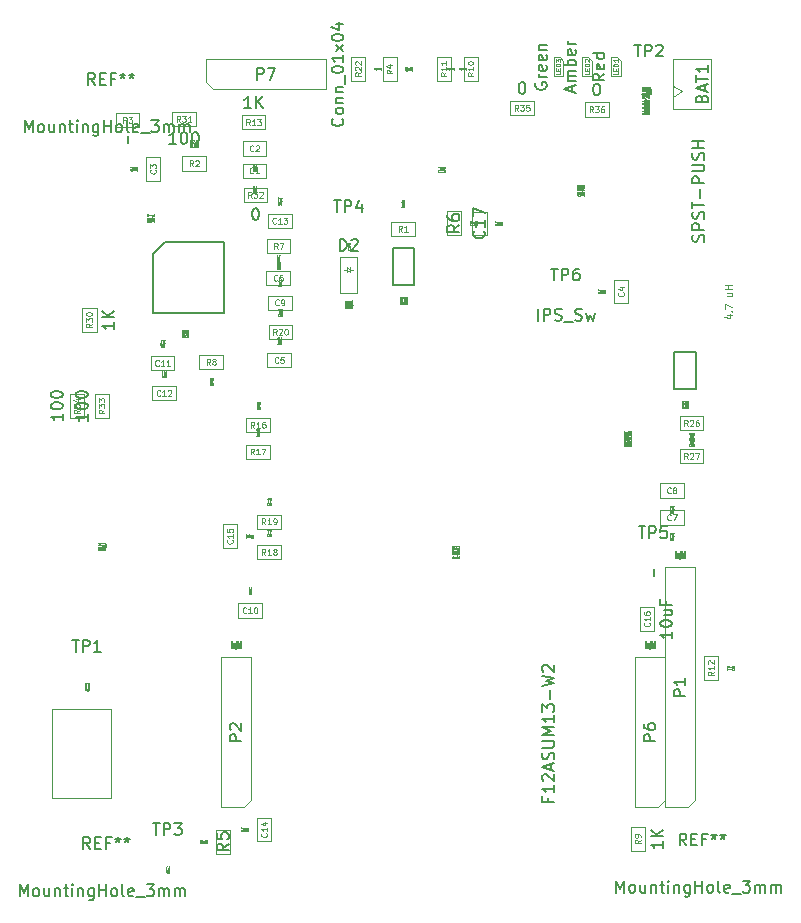
<source format=gbr>
G04 #@! TF.GenerationSoftware,KiCad,Pcbnew,(6.0.0-rc1-dev-1413-ga48e89956)*
G04 #@! TF.CreationDate,2019-10-25T11:37:15-06:00
G04 #@! TF.ProjectId,HAT_ver_6.0,4841545f-7665-4725-9f36-2e302e6b6963,5.1.1*
G04 #@! TF.SameCoordinates,Original*
G04 #@! TF.FileFunction,Other,Fab,Top*
%FSLAX46Y46*%
G04 Gerber Fmt 4.6, Leading zero omitted, Abs format (unit mm)*
G04 Created by KiCad (PCBNEW (6.0.0-rc1-dev-1413-ga48e89956)) date Friday, October 25, 2019 at 11:37:15 AM*
%MOMM*%
%LPD*%
G04 APERTURE LIST*
%ADD10C,0.100000*%
%ADD11C,0.150000*%
%ADD12C,0.025000*%
%ADD13C,0.600000*%
%ADD14C,0.080000*%
%ADD15C,0.060000*%
G04 APERTURE END LIST*
D10*
X157851600Y-79105200D02*
X159851600Y-79105200D01*
X157851600Y-80305200D02*
X157851600Y-79105200D01*
X159851600Y-80305200D02*
X157851600Y-80305200D01*
X159851600Y-79105200D02*
X159851600Y-80305200D01*
X165928600Y-78245700D02*
X165928600Y-80245700D01*
X164728600Y-78245700D02*
X165928600Y-78245700D01*
X164728600Y-80245700D02*
X164728600Y-78245700D01*
X165928600Y-80245700D02*
X164728600Y-80245700D01*
X182956200Y-128692000D02*
X181051200Y-128692000D01*
X181051200Y-128692000D02*
X181051200Y-108372000D01*
X181051200Y-108372000D02*
X183591200Y-108372000D01*
X183591200Y-108372000D02*
X183591200Y-128057000D01*
X183591200Y-128057000D02*
X182956200Y-128692000D01*
D11*
X183627600Y-90144000D02*
X181827600Y-90144000D01*
X181827600Y-90144000D02*
X181827600Y-93244000D01*
X183627600Y-93244000D02*
X181827600Y-93244000D01*
X183627600Y-90144000D02*
X183627600Y-93244000D01*
X159802400Y-81355600D02*
X158002400Y-81355600D01*
X158002400Y-81355600D02*
X158002400Y-84455600D01*
X159802400Y-84455600D02*
X158002400Y-84455600D01*
X159802400Y-81355600D02*
X159802400Y-84455600D01*
X138665200Y-80820000D02*
X143665200Y-80820000D01*
X143665200Y-80820000D02*
X143665200Y-86820000D01*
X143665200Y-86820000D02*
X137665200Y-86820000D01*
X137665200Y-86820000D02*
X137665200Y-81820000D01*
X137665200Y-81820000D02*
X138665200Y-80820000D01*
D10*
X180416200Y-128692000D02*
X178511200Y-128692000D01*
X178511200Y-128692000D02*
X178511200Y-115992000D01*
X178511200Y-115992000D02*
X181051200Y-115992000D01*
X181051200Y-115992000D02*
X181051200Y-128057000D01*
X181051200Y-128057000D02*
X180416200Y-128692000D01*
X145364200Y-128692000D02*
X143459200Y-128692000D01*
X143459200Y-128692000D02*
X143459200Y-115992000D01*
X143459200Y-115992000D02*
X145999200Y-115992000D01*
X145999200Y-115992000D02*
X145999200Y-128057000D01*
X145999200Y-128057000D02*
X145364200Y-128692000D01*
X184930000Y-65322000D02*
X181730000Y-65322000D01*
X181730000Y-65322000D02*
X181730000Y-69572000D01*
X181730000Y-69572000D02*
X184930000Y-69572000D01*
X184930000Y-69572000D02*
X184930000Y-65322000D01*
X181730000Y-67572000D02*
X182437107Y-68072000D01*
X182437107Y-68072000D02*
X181730000Y-68572000D01*
X143037000Y-130595100D02*
X144237000Y-130595100D01*
X144237000Y-130595100D02*
X144237000Y-132595100D01*
X144237000Y-132595100D02*
X143037000Y-132595100D01*
X143037000Y-132595100D02*
X143037000Y-130595100D01*
X163769600Y-78220300D02*
X163769600Y-80220300D01*
X162569600Y-78220300D02*
X163769600Y-78220300D01*
X162569600Y-80220300D02*
X162569600Y-78220300D01*
X163769600Y-80220300D02*
X162569600Y-80220300D01*
X154094800Y-83166800D02*
X153844800Y-83166800D01*
X154094800Y-83366800D02*
X154394800Y-83166800D01*
X154094800Y-82966800D02*
X154094800Y-83366800D01*
X154394800Y-83166800D02*
X154094800Y-82966800D01*
X154394800Y-83166800D02*
X154644800Y-83166800D01*
X154394800Y-82966800D02*
X154394800Y-83366800D01*
X154944800Y-82096800D02*
X154944800Y-85136800D01*
X153544800Y-85136800D02*
X154944800Y-85136800D01*
X153544800Y-82096800D02*
X154944800Y-82096800D01*
X153544800Y-82096800D02*
X153544800Y-85136800D01*
X185537400Y-117865400D02*
X184337400Y-117865400D01*
X184337400Y-117865400D02*
X184337400Y-115865400D01*
X184337400Y-115865400D02*
X185537400Y-115865400D01*
X185537400Y-115865400D02*
X185537400Y-117865400D01*
X145278600Y-75377600D02*
X145278600Y-74177600D01*
X145278600Y-74177600D02*
X147278600Y-74177600D01*
X147278600Y-74177600D02*
X147278600Y-75377600D01*
X147278600Y-75377600D02*
X145278600Y-75377600D01*
X145278600Y-73498000D02*
X145278600Y-72298000D01*
X145278600Y-72298000D02*
X147278600Y-72298000D01*
X147278600Y-72298000D02*
X147278600Y-73498000D01*
X147278600Y-73498000D02*
X145278600Y-73498000D01*
X137118800Y-73625200D02*
X138318800Y-73625200D01*
X138318800Y-73625200D02*
X138318800Y-75625200D01*
X138318800Y-75625200D02*
X137118800Y-75625200D01*
X137118800Y-75625200D02*
X137118800Y-73625200D01*
X176742800Y-86004400D02*
X176742800Y-84004400D01*
X177942800Y-86004400D02*
X176742800Y-86004400D01*
X177942800Y-84004400D02*
X177942800Y-86004400D01*
X176742800Y-84004400D02*
X177942800Y-84004400D01*
X147370800Y-90230400D02*
X149370800Y-90230400D01*
X147370800Y-91430400D02*
X147370800Y-90230400D01*
X149370800Y-91430400D02*
X147370800Y-91430400D01*
X149370800Y-90230400D02*
X149370800Y-91430400D01*
X147285200Y-83270800D02*
X149285200Y-83270800D01*
X147285200Y-84470800D02*
X147285200Y-83270800D01*
X149285200Y-84470800D02*
X147285200Y-84470800D01*
X149285200Y-83270800D02*
X149285200Y-84470800D01*
X182610000Y-104740000D02*
X180610000Y-104740000D01*
X182610000Y-103540000D02*
X182610000Y-104740000D01*
X180610000Y-103540000D02*
X182610000Y-103540000D01*
X180610000Y-104740000D02*
X180610000Y-103540000D01*
X180610000Y-102454000D02*
X180610000Y-101254000D01*
X180610000Y-101254000D02*
X182610000Y-101254000D01*
X182610000Y-101254000D02*
X182610000Y-102454000D01*
X182610000Y-102454000D02*
X180610000Y-102454000D01*
X149421600Y-85353600D02*
X149421600Y-86553600D01*
X149421600Y-86553600D02*
X147421600Y-86553600D01*
X147421600Y-86553600D02*
X147421600Y-85353600D01*
X147421600Y-85353600D02*
X149421600Y-85353600D01*
X144897600Y-111414000D02*
X146897600Y-111414000D01*
X144897600Y-112614000D02*
X144897600Y-111414000D01*
X146897600Y-112614000D02*
X144897600Y-112614000D01*
X146897600Y-111414000D02*
X146897600Y-112614000D01*
X139506200Y-90484400D02*
X139506200Y-91684400D01*
X139506200Y-91684400D02*
X137506200Y-91684400D01*
X137506200Y-91684400D02*
X137506200Y-90484400D01*
X137506200Y-90484400D02*
X139506200Y-90484400D01*
X137617200Y-93024400D02*
X139617200Y-93024400D01*
X137617200Y-94224400D02*
X137617200Y-93024400D01*
X139617200Y-94224400D02*
X137617200Y-94224400D01*
X139617200Y-93024400D02*
X139617200Y-94224400D01*
X149421600Y-78444800D02*
X149421600Y-79644800D01*
X149421600Y-79644800D02*
X147421600Y-79644800D01*
X147421600Y-79644800D02*
X147421600Y-78444800D01*
X147421600Y-78444800D02*
X149421600Y-78444800D01*
X146516800Y-131556000D02*
X146516800Y-129556000D01*
X147716800Y-131556000D02*
X146516800Y-131556000D01*
X147716800Y-129556000D02*
X147716800Y-131556000D01*
X146516800Y-129556000D02*
X147716800Y-129556000D01*
X144821200Y-106714800D02*
X143621200Y-106714800D01*
X143621200Y-106714800D02*
X143621200Y-104714800D01*
X143621200Y-104714800D02*
X144821200Y-104714800D01*
X144821200Y-104714800D02*
X144821200Y-106714800D01*
X142173200Y-73568000D02*
X142173200Y-74768000D01*
X142173200Y-74768000D02*
X140173200Y-74768000D01*
X140173200Y-74768000D02*
X140173200Y-73568000D01*
X140173200Y-73568000D02*
X142173200Y-73568000D01*
X134534400Y-71110400D02*
X134534400Y-69910400D01*
X134534400Y-69910400D02*
X136534400Y-69910400D01*
X136534400Y-69910400D02*
X136534400Y-71110400D01*
X136534400Y-71110400D02*
X134534400Y-71110400D01*
X158334000Y-65167000D02*
X158334000Y-67167000D01*
X157134000Y-65167000D02*
X158334000Y-65167000D01*
X157134000Y-67167000D02*
X157134000Y-65167000D01*
X158334000Y-67167000D02*
X157134000Y-67167000D01*
X147320800Y-81778400D02*
X147320800Y-80578400D01*
X147320800Y-80578400D02*
X149320800Y-80578400D01*
X149320800Y-80578400D02*
X149320800Y-81778400D01*
X149320800Y-81778400D02*
X147320800Y-81778400D01*
X141610800Y-91582800D02*
X141610800Y-90382800D01*
X141610800Y-90382800D02*
X143610800Y-90382800D01*
X143610800Y-90382800D02*
X143610800Y-91582800D01*
X143610800Y-91582800D02*
X141610800Y-91582800D01*
X163992000Y-65141600D02*
X165192000Y-65141600D01*
X165192000Y-65141600D02*
X165192000Y-67141600D01*
X165192000Y-67141600D02*
X163992000Y-67141600D01*
X163992000Y-67141600D02*
X163992000Y-65141600D01*
X162906000Y-65141600D02*
X162906000Y-67141600D01*
X161706000Y-65141600D02*
X162906000Y-65141600D01*
X161706000Y-67141600D02*
X161706000Y-65141600D01*
X162906000Y-67141600D02*
X161706000Y-67141600D01*
X147583400Y-95716800D02*
X147583400Y-96916800D01*
X147583400Y-96916800D02*
X145583400Y-96916800D01*
X145583400Y-96916800D02*
X145583400Y-95716800D01*
X145583400Y-95716800D02*
X147583400Y-95716800D01*
X145558000Y-97977400D02*
X147558000Y-97977400D01*
X145558000Y-99177400D02*
X145558000Y-97977400D01*
X147558000Y-99177400D02*
X145558000Y-99177400D01*
X147558000Y-97977400D02*
X147558000Y-99177400D01*
X146523200Y-106486400D02*
X148523200Y-106486400D01*
X146523200Y-107686400D02*
X146523200Y-106486400D01*
X148523200Y-107686400D02*
X146523200Y-107686400D01*
X148523200Y-106486400D02*
X148523200Y-107686400D01*
X148523200Y-103895600D02*
X148523200Y-105095600D01*
X148523200Y-105095600D02*
X146523200Y-105095600D01*
X146523200Y-105095600D02*
X146523200Y-103895600D01*
X146523200Y-103895600D02*
X148523200Y-103895600D01*
X147473200Y-87842800D02*
X149473200Y-87842800D01*
X147473200Y-89042800D02*
X147473200Y-87842800D01*
X149473200Y-89042800D02*
X147473200Y-89042800D01*
X149473200Y-87842800D02*
X149473200Y-89042800D01*
X155667000Y-65141600D02*
X155667000Y-67141600D01*
X154467000Y-65141600D02*
X155667000Y-65141600D01*
X154467000Y-67141600D02*
X154467000Y-65141600D01*
X155667000Y-67141600D02*
X154467000Y-67141600D01*
X182286400Y-96764400D02*
X182286400Y-95564400D01*
X182286400Y-95564400D02*
X184286400Y-95564400D01*
X184286400Y-95564400D02*
X184286400Y-96764400D01*
X184286400Y-96764400D02*
X182286400Y-96764400D01*
X182286400Y-98358400D02*
X184286400Y-98358400D01*
X182286400Y-99558400D02*
X182286400Y-98358400D01*
X184286400Y-99558400D02*
X182286400Y-99558400D01*
X184286400Y-98358400D02*
X184286400Y-99558400D01*
X180127200Y-113725200D02*
X178927200Y-113725200D01*
X178927200Y-113725200D02*
X178927200Y-111725200D01*
X178927200Y-111725200D02*
X180127200Y-111725200D01*
X180127200Y-111725200D02*
X180127200Y-113725200D01*
X179339800Y-132343400D02*
X178139800Y-132343400D01*
X178139800Y-132343400D02*
X178139800Y-130343400D01*
X178139800Y-130343400D02*
X179339800Y-130343400D01*
X179339800Y-130343400D02*
X179339800Y-132343400D01*
X142138400Y-67259400D02*
X142138400Y-65354400D01*
X142138400Y-65354400D02*
X152298400Y-65354400D01*
X152298400Y-65354400D02*
X152298400Y-67894400D01*
X152298400Y-67894400D02*
X142773400Y-67894400D01*
X142773400Y-67894400D02*
X142138400Y-67259400D01*
X129157200Y-127863800D02*
X129157200Y-120363800D01*
X134157200Y-127863800D02*
X129157200Y-127863800D01*
X134157200Y-120363800D02*
X134157200Y-127863800D01*
X129157200Y-120363800D02*
X134157200Y-120363800D01*
X177283600Y-66789200D02*
X177283600Y-65489200D01*
X177283600Y-65489200D02*
X176983600Y-65189200D01*
X176983600Y-65189200D02*
X176483600Y-65189200D01*
X176483600Y-65189200D02*
X176483600Y-66789200D01*
X176483600Y-66789200D02*
X177283600Y-66789200D01*
X174045200Y-66789200D02*
X174845200Y-66789200D01*
X174045200Y-65189200D02*
X174045200Y-66789200D01*
X174545200Y-65189200D02*
X174045200Y-65189200D01*
X174845200Y-65489200D02*
X174545200Y-65189200D01*
X174845200Y-66789200D02*
X174845200Y-65489200D01*
X172406800Y-66789200D02*
X172406800Y-65489200D01*
X172406800Y-65489200D02*
X172106800Y-65189200D01*
X172106800Y-65189200D02*
X171606800Y-65189200D01*
X171606800Y-65189200D02*
X171606800Y-66789200D01*
X171606800Y-66789200D02*
X172406800Y-66789200D01*
X147204700Y-70088200D02*
X147204700Y-71288200D01*
X147204700Y-71288200D02*
X145204700Y-71288200D01*
X145204700Y-71288200D02*
X145204700Y-70088200D01*
X145204700Y-70088200D02*
X147204700Y-70088200D01*
X132906300Y-86401400D02*
X132906300Y-88401400D01*
X131706300Y-86401400D02*
X132906300Y-86401400D01*
X131706300Y-88401400D02*
X131706300Y-86401400D01*
X132906300Y-88401400D02*
X131706300Y-88401400D01*
X141307300Y-71008800D02*
X139307300Y-71008800D01*
X141307300Y-69808800D02*
X141307300Y-71008800D01*
X139307300Y-69808800D02*
X141307300Y-69808800D01*
X139307300Y-71008800D02*
X139307300Y-69808800D01*
X145357100Y-77435000D02*
X145357100Y-76235000D01*
X145357100Y-76235000D02*
X147357100Y-76235000D01*
X147357100Y-76235000D02*
X147357100Y-77435000D01*
X147357100Y-77435000D02*
X145357100Y-77435000D01*
X132750000Y-95693500D02*
X132750000Y-93693500D01*
X133950000Y-95693500D02*
X132750000Y-95693500D01*
X133950000Y-93693500D02*
X133950000Y-95693500D01*
X132750000Y-93693500D02*
X133950000Y-93693500D01*
X130641800Y-93688900D02*
X131841800Y-93688900D01*
X131841800Y-93688900D02*
X131841800Y-95688900D01*
X131841800Y-95688900D02*
X130641800Y-95688900D01*
X130641800Y-95688900D02*
X130641800Y-93688900D01*
X169937700Y-68869000D02*
X169937700Y-70069000D01*
X169937700Y-70069000D02*
X167937700Y-70069000D01*
X167937700Y-70069000D02*
X167937700Y-68869000D01*
X167937700Y-68869000D02*
X169937700Y-68869000D01*
X174257700Y-68996000D02*
X176257700Y-68996000D01*
X174257700Y-70196000D02*
X174257700Y-68996000D01*
X176257700Y-70196000D02*
X174257700Y-70196000D01*
X176257700Y-68996000D02*
X176257700Y-70196000D01*
D11*
X171131571Y-127856571D02*
X171131571Y-128189904D01*
X171655380Y-128189904D02*
X170655380Y-128189904D01*
X170655380Y-127713714D01*
X171655380Y-126808952D02*
X171655380Y-127380380D01*
X171655380Y-127094666D02*
X170655380Y-127094666D01*
X170798238Y-127189904D01*
X170893476Y-127285142D01*
X170941095Y-127380380D01*
X170750619Y-126428000D02*
X170703000Y-126380380D01*
X170655380Y-126285142D01*
X170655380Y-126047047D01*
X170703000Y-125951809D01*
X170750619Y-125904190D01*
X170845857Y-125856571D01*
X170941095Y-125856571D01*
X171083952Y-125904190D01*
X171655380Y-126475619D01*
X171655380Y-125856571D01*
X171369666Y-125475619D02*
X171369666Y-124999428D01*
X171655380Y-125570857D02*
X170655380Y-125237523D01*
X171655380Y-124904190D01*
X171607761Y-124618476D02*
X171655380Y-124475619D01*
X171655380Y-124237523D01*
X171607761Y-124142285D01*
X171560142Y-124094666D01*
X171464904Y-124047047D01*
X171369666Y-124047047D01*
X171274428Y-124094666D01*
X171226809Y-124142285D01*
X171179190Y-124237523D01*
X171131571Y-124428000D01*
X171083952Y-124523238D01*
X171036333Y-124570857D01*
X170941095Y-124618476D01*
X170845857Y-124618476D01*
X170750619Y-124570857D01*
X170703000Y-124523238D01*
X170655380Y-124428000D01*
X170655380Y-124189904D01*
X170703000Y-124047047D01*
X170655380Y-123618476D02*
X171464904Y-123618476D01*
X171560142Y-123570857D01*
X171607761Y-123523238D01*
X171655380Y-123428000D01*
X171655380Y-123237523D01*
X171607761Y-123142285D01*
X171560142Y-123094666D01*
X171464904Y-123047047D01*
X170655380Y-123047047D01*
X171655380Y-122570857D02*
X170655380Y-122570857D01*
X171369666Y-122237523D01*
X170655380Y-121904190D01*
X171655380Y-121904190D01*
X171655380Y-120904190D02*
X171655380Y-121475619D01*
X171655380Y-121189904D02*
X170655380Y-121189904D01*
X170798238Y-121285142D01*
X170893476Y-121380380D01*
X170941095Y-121475619D01*
X170655380Y-120570857D02*
X170655380Y-119951809D01*
X171036333Y-120285142D01*
X171036333Y-120142285D01*
X171083952Y-120047047D01*
X171131571Y-119999428D01*
X171226809Y-119951809D01*
X171464904Y-119951809D01*
X171560142Y-119999428D01*
X171607761Y-120047047D01*
X171655380Y-120142285D01*
X171655380Y-120428000D01*
X171607761Y-120523238D01*
X171560142Y-120570857D01*
X171274428Y-119523238D02*
X171274428Y-118761333D01*
X170655380Y-118380380D02*
X171655380Y-118142285D01*
X170941095Y-117951809D01*
X171655380Y-117761333D01*
X170655380Y-117523238D01*
X170750619Y-117189904D02*
X170703000Y-117142285D01*
X170655380Y-117047047D01*
X170655380Y-116808952D01*
X170703000Y-116713714D01*
X170750619Y-116666095D01*
X170845857Y-116618476D01*
X170941095Y-116618476D01*
X171083952Y-116666095D01*
X171655380Y-117237523D01*
X171655380Y-116618476D01*
X126831009Y-71508380D02*
X126831009Y-70508380D01*
X127164342Y-71222666D01*
X127497676Y-70508380D01*
X127497676Y-71508380D01*
X128116723Y-71508380D02*
X128021485Y-71460761D01*
X127973866Y-71413142D01*
X127926247Y-71317904D01*
X127926247Y-71032190D01*
X127973866Y-70936952D01*
X128021485Y-70889333D01*
X128116723Y-70841714D01*
X128259580Y-70841714D01*
X128354819Y-70889333D01*
X128402438Y-70936952D01*
X128450057Y-71032190D01*
X128450057Y-71317904D01*
X128402438Y-71413142D01*
X128354819Y-71460761D01*
X128259580Y-71508380D01*
X128116723Y-71508380D01*
X129307200Y-70841714D02*
X129307200Y-71508380D01*
X128878628Y-70841714D02*
X128878628Y-71365523D01*
X128926247Y-71460761D01*
X129021485Y-71508380D01*
X129164342Y-71508380D01*
X129259580Y-71460761D01*
X129307200Y-71413142D01*
X129783390Y-70841714D02*
X129783390Y-71508380D01*
X129783390Y-70936952D02*
X129831009Y-70889333D01*
X129926247Y-70841714D01*
X130069104Y-70841714D01*
X130164342Y-70889333D01*
X130211961Y-70984571D01*
X130211961Y-71508380D01*
X130545295Y-70841714D02*
X130926247Y-70841714D01*
X130688152Y-70508380D02*
X130688152Y-71365523D01*
X130735771Y-71460761D01*
X130831009Y-71508380D01*
X130926247Y-71508380D01*
X131259580Y-71508380D02*
X131259580Y-70841714D01*
X131259580Y-70508380D02*
X131211961Y-70556000D01*
X131259580Y-70603619D01*
X131307200Y-70556000D01*
X131259580Y-70508380D01*
X131259580Y-70603619D01*
X131735771Y-70841714D02*
X131735771Y-71508380D01*
X131735771Y-70936952D02*
X131783390Y-70889333D01*
X131878628Y-70841714D01*
X132021485Y-70841714D01*
X132116723Y-70889333D01*
X132164342Y-70984571D01*
X132164342Y-71508380D01*
X133069104Y-70841714D02*
X133069104Y-71651238D01*
X133021485Y-71746476D01*
X132973866Y-71794095D01*
X132878628Y-71841714D01*
X132735771Y-71841714D01*
X132640533Y-71794095D01*
X133069104Y-71460761D02*
X132973866Y-71508380D01*
X132783390Y-71508380D01*
X132688152Y-71460761D01*
X132640533Y-71413142D01*
X132592914Y-71317904D01*
X132592914Y-71032190D01*
X132640533Y-70936952D01*
X132688152Y-70889333D01*
X132783390Y-70841714D01*
X132973866Y-70841714D01*
X133069104Y-70889333D01*
X133545295Y-71508380D02*
X133545295Y-70508380D01*
X133545295Y-70984571D02*
X134116723Y-70984571D01*
X134116723Y-71508380D02*
X134116723Y-70508380D01*
X134735771Y-71508380D02*
X134640533Y-71460761D01*
X134592914Y-71413142D01*
X134545295Y-71317904D01*
X134545295Y-71032190D01*
X134592914Y-70936952D01*
X134640533Y-70889333D01*
X134735771Y-70841714D01*
X134878628Y-70841714D01*
X134973866Y-70889333D01*
X135021485Y-70936952D01*
X135069104Y-71032190D01*
X135069104Y-71317904D01*
X135021485Y-71413142D01*
X134973866Y-71460761D01*
X134878628Y-71508380D01*
X134735771Y-71508380D01*
X135640533Y-71508380D02*
X135545295Y-71460761D01*
X135497676Y-71365523D01*
X135497676Y-70508380D01*
X136402438Y-71460761D02*
X136307200Y-71508380D01*
X136116723Y-71508380D01*
X136021485Y-71460761D01*
X135973866Y-71365523D01*
X135973866Y-70984571D01*
X136021485Y-70889333D01*
X136116723Y-70841714D01*
X136307200Y-70841714D01*
X136402438Y-70889333D01*
X136450057Y-70984571D01*
X136450057Y-71079809D01*
X135973866Y-71175047D01*
X136640533Y-71603619D02*
X137402438Y-71603619D01*
X137545295Y-70508380D02*
X138164342Y-70508380D01*
X137831009Y-70889333D01*
X137973866Y-70889333D01*
X138069104Y-70936952D01*
X138116723Y-70984571D01*
X138164342Y-71079809D01*
X138164342Y-71317904D01*
X138116723Y-71413142D01*
X138069104Y-71460761D01*
X137973866Y-71508380D01*
X137688152Y-71508380D01*
X137592914Y-71460761D01*
X137545295Y-71413142D01*
X138592914Y-71508380D02*
X138592914Y-70841714D01*
X138592914Y-70936952D02*
X138640533Y-70889333D01*
X138735771Y-70841714D01*
X138878628Y-70841714D01*
X138973866Y-70889333D01*
X139021485Y-70984571D01*
X139021485Y-71508380D01*
X139021485Y-70984571D02*
X139069104Y-70889333D01*
X139164342Y-70841714D01*
X139307200Y-70841714D01*
X139402438Y-70889333D01*
X139450057Y-70984571D01*
X139450057Y-71508380D01*
X139926247Y-71508380D02*
X139926247Y-70841714D01*
X139926247Y-70936952D02*
X139973866Y-70889333D01*
X140069104Y-70841714D01*
X140211961Y-70841714D01*
X140307200Y-70889333D01*
X140354819Y-70984571D01*
X140354819Y-71508380D01*
X140354819Y-70984571D02*
X140402438Y-70889333D01*
X140497676Y-70841714D01*
X140640533Y-70841714D01*
X140735771Y-70889333D01*
X140783390Y-70984571D01*
X140783390Y-71508380D01*
X132773866Y-67508380D02*
X132440533Y-67032190D01*
X132202438Y-67508380D02*
X132202438Y-66508380D01*
X132583390Y-66508380D01*
X132678628Y-66556000D01*
X132726247Y-66603619D01*
X132773866Y-66698857D01*
X132773866Y-66841714D01*
X132726247Y-66936952D01*
X132678628Y-66984571D01*
X132583390Y-67032190D01*
X132202438Y-67032190D01*
X133202438Y-66984571D02*
X133535771Y-66984571D01*
X133678628Y-67508380D02*
X133202438Y-67508380D01*
X133202438Y-66508380D01*
X133678628Y-66508380D01*
X134440533Y-66984571D02*
X134107200Y-66984571D01*
X134107200Y-67508380D02*
X134107200Y-66508380D01*
X134583390Y-66508380D01*
X135107200Y-66508380D02*
X135107200Y-66746476D01*
X134869104Y-66651238D02*
X135107200Y-66746476D01*
X135345295Y-66651238D01*
X134964342Y-66936952D02*
X135107200Y-66746476D01*
X135250057Y-66936952D01*
X135869104Y-66508380D02*
X135869104Y-66746476D01*
X135631009Y-66651238D02*
X135869104Y-66746476D01*
X136107200Y-66651238D01*
X135726247Y-66936952D02*
X135869104Y-66746476D01*
X136011961Y-66936952D01*
D12*
X158784933Y-77876628D02*
X158727790Y-77876628D01*
X158756361Y-77876628D02*
X158756361Y-77276628D01*
X158746838Y-77362342D01*
X158737314Y-77419485D01*
X158727790Y-77448057D01*
X158870647Y-77276628D02*
X158851600Y-77276628D01*
X158842076Y-77305200D01*
X158837314Y-77333771D01*
X158827790Y-77419485D01*
X158823028Y-77533771D01*
X158823028Y-77762342D01*
X158827790Y-77819485D01*
X158832552Y-77848057D01*
X158842076Y-77876628D01*
X158861123Y-77876628D01*
X158870647Y-77848057D01*
X158875409Y-77819485D01*
X158880171Y-77762342D01*
X158880171Y-77619485D01*
X158875409Y-77562342D01*
X158870647Y-77533771D01*
X158861123Y-77505200D01*
X158842076Y-77505200D01*
X158832552Y-77533771D01*
X158827790Y-77562342D01*
X158823028Y-77619485D01*
X158918266Y-77333771D02*
X158923028Y-77305200D01*
X158932552Y-77276628D01*
X158956361Y-77276628D01*
X158965885Y-77305200D01*
X158970647Y-77333771D01*
X158975409Y-77390914D01*
X158975409Y-77448057D01*
X158970647Y-77533771D01*
X158913504Y-77876628D01*
X158975409Y-77876628D01*
D13*
D14*
X158768266Y-79931390D02*
X158601600Y-79693295D01*
X158482552Y-79931390D02*
X158482552Y-79431390D01*
X158673028Y-79431390D01*
X158720647Y-79455200D01*
X158744457Y-79479009D01*
X158768266Y-79526628D01*
X158768266Y-79598057D01*
X158744457Y-79645676D01*
X158720647Y-79669485D01*
X158673028Y-79693295D01*
X158482552Y-79693295D01*
X159244457Y-79931390D02*
X158958742Y-79931390D01*
X159101600Y-79931390D02*
X159101600Y-79431390D01*
X159053980Y-79502819D01*
X159006361Y-79550438D01*
X158958742Y-79574247D01*
D12*
X166707171Y-79409985D02*
X166678600Y-79405223D01*
X166650028Y-79395700D01*
X166650028Y-79371890D01*
X166678600Y-79362366D01*
X166707171Y-79357604D01*
X166764314Y-79352842D01*
X166821457Y-79352842D01*
X166907171Y-79357604D01*
X167250028Y-79414747D01*
X167250028Y-79352842D01*
X166707171Y-79314747D02*
X166678600Y-79309985D01*
X166650028Y-79300461D01*
X166650028Y-79276652D01*
X166678600Y-79267128D01*
X166707171Y-79262366D01*
X166764314Y-79257604D01*
X166821457Y-79257604D01*
X166907171Y-79262366D01*
X167250028Y-79319509D01*
X167250028Y-79257604D01*
X166850028Y-79171890D02*
X167250028Y-79171890D01*
X166850028Y-79214747D02*
X167164314Y-79214747D01*
X167221457Y-79209985D01*
X167250028Y-79200461D01*
X167250028Y-79186176D01*
X167221457Y-79176652D01*
X167192885Y-79171890D01*
X166935742Y-79090938D02*
X166935742Y-79124271D01*
X167250028Y-79124271D02*
X166650028Y-79124271D01*
X166650028Y-79076652D01*
D13*
D11*
X165685742Y-79888557D02*
X165733361Y-79936176D01*
X165780980Y-80079033D01*
X165780980Y-80174271D01*
X165733361Y-80317128D01*
X165638123Y-80412366D01*
X165542885Y-80459985D01*
X165352409Y-80507604D01*
X165209552Y-80507604D01*
X165019076Y-80459985D01*
X164923838Y-80412366D01*
X164828600Y-80317128D01*
X164780980Y-80174271D01*
X164780980Y-80079033D01*
X164828600Y-79936176D01*
X164876219Y-79888557D01*
X165780980Y-78936176D02*
X165780980Y-79507604D01*
X165780980Y-79221890D02*
X164780980Y-79221890D01*
X164923838Y-79317128D01*
X165019076Y-79412366D01*
X165066695Y-79507604D01*
X164780980Y-78602842D02*
X164780980Y-77936176D01*
X165780980Y-78364747D01*
D12*
X163624228Y-107593085D02*
X163024228Y-107593085D01*
X163309942Y-107593085D02*
X163309942Y-107535942D01*
X163624228Y-107535942D02*
X163024228Y-107535942D01*
X163567085Y-107431180D02*
X163595657Y-107435942D01*
X163624228Y-107450228D01*
X163624228Y-107459752D01*
X163595657Y-107474038D01*
X163538514Y-107483561D01*
X163481371Y-107488323D01*
X163367085Y-107493085D01*
X163281371Y-107493085D01*
X163167085Y-107488323D01*
X163109942Y-107483561D01*
X163052800Y-107474038D01*
X163024228Y-107459752D01*
X163024228Y-107450228D01*
X163052800Y-107435942D01*
X163081371Y-107431180D01*
X163395657Y-107388323D02*
X163395657Y-107312133D01*
X163624228Y-107207371D02*
X163338514Y-107240704D01*
X163624228Y-107264514D02*
X163024228Y-107264514D01*
X163024228Y-107226419D01*
X163052800Y-107216895D01*
X163081371Y-107212133D01*
X163138514Y-107207371D01*
X163224228Y-107207371D01*
X163281371Y-107212133D01*
X163309942Y-107216895D01*
X163338514Y-107226419D01*
X163338514Y-107264514D01*
X163281371Y-107150228D02*
X163252800Y-107159752D01*
X163224228Y-107164514D01*
X163167085Y-107169276D01*
X163138514Y-107169276D01*
X163081371Y-107164514D01*
X163052800Y-107159752D01*
X163024228Y-107150228D01*
X163024228Y-107131180D01*
X163052800Y-107121657D01*
X163081371Y-107116895D01*
X163138514Y-107112133D01*
X163167085Y-107112133D01*
X163224228Y-107116895D01*
X163252800Y-107121657D01*
X163281371Y-107131180D01*
X163281371Y-107150228D01*
X163309942Y-107159752D01*
X163338514Y-107164514D01*
X163395657Y-107169276D01*
X163509942Y-107169276D01*
X163567085Y-107164514D01*
X163595657Y-107159752D01*
X163624228Y-107150228D01*
X163624228Y-107131180D01*
X163595657Y-107121657D01*
X163567085Y-107116895D01*
X163509942Y-107112133D01*
X163395657Y-107112133D01*
X163338514Y-107116895D01*
X163309942Y-107121657D01*
X163281371Y-107131180D01*
X163281371Y-107054990D02*
X163252800Y-107064514D01*
X163224228Y-107069276D01*
X163167085Y-107074038D01*
X163138514Y-107074038D01*
X163081371Y-107069276D01*
X163052800Y-107064514D01*
X163024228Y-107054990D01*
X163024228Y-107035942D01*
X163052800Y-107026419D01*
X163081371Y-107021657D01*
X163138514Y-107016895D01*
X163167085Y-107016895D01*
X163224228Y-107021657D01*
X163252800Y-107026419D01*
X163281371Y-107035942D01*
X163281371Y-107054990D01*
X163309942Y-107064514D01*
X163338514Y-107069276D01*
X163395657Y-107074038D01*
X163509942Y-107074038D01*
X163567085Y-107069276D01*
X163595657Y-107064514D01*
X163624228Y-107054990D01*
X163624228Y-107035942D01*
X163595657Y-107026419D01*
X163567085Y-107021657D01*
X163509942Y-107016895D01*
X163395657Y-107016895D01*
X163338514Y-107021657D01*
X163309942Y-107026419D01*
X163281371Y-107035942D01*
X163624228Y-106921657D02*
X163624228Y-106978800D01*
X163624228Y-106950228D02*
X163024228Y-106950228D01*
X163109942Y-106959752D01*
X163167085Y-106969276D01*
X163195657Y-106978800D01*
X163081371Y-106883561D02*
X163052800Y-106878800D01*
X163024228Y-106869276D01*
X163024228Y-106845466D01*
X163052800Y-106835942D01*
X163081371Y-106831180D01*
X163138514Y-106826419D01*
X163195657Y-106826419D01*
X163281371Y-106831180D01*
X163624228Y-106888323D01*
X163624228Y-106826419D01*
X163452800Y-106788323D02*
X163452800Y-106740704D01*
X163624228Y-106797847D02*
X163024228Y-106764514D01*
X163624228Y-106731180D01*
X163309942Y-106664514D02*
X163309942Y-106697847D01*
X163624228Y-106697847D02*
X163024228Y-106697847D01*
X163024228Y-106650228D01*
X163624228Y-106559752D02*
X163624228Y-106616895D01*
X163624228Y-106588323D02*
X163024228Y-106588323D01*
X163109942Y-106597847D01*
X163167085Y-106607371D01*
X163195657Y-106616895D01*
D13*
D12*
X181947390Y-107526285D02*
X181942628Y-107554857D01*
X181928342Y-107583428D01*
X181918819Y-107583428D01*
X181904533Y-107554857D01*
X181895009Y-107497714D01*
X181890247Y-107440571D01*
X181885485Y-107326285D01*
X181885485Y-107240571D01*
X181890247Y-107126285D01*
X181895009Y-107069142D01*
X181904533Y-107012000D01*
X181918819Y-106983428D01*
X181928342Y-106983428D01*
X181942628Y-107012000D01*
X181947390Y-107040571D01*
X182004533Y-107583428D02*
X181995009Y-107554857D01*
X181990247Y-107526285D01*
X181985485Y-107469142D01*
X181985485Y-107297714D01*
X181990247Y-107240571D01*
X181995009Y-107212000D01*
X182004533Y-107183428D01*
X182018819Y-107183428D01*
X182028342Y-107212000D01*
X182033104Y-107240571D01*
X182037866Y-107297714D01*
X182037866Y-107469142D01*
X182033104Y-107526285D01*
X182028342Y-107554857D01*
X182018819Y-107583428D01*
X182004533Y-107583428D01*
X182080723Y-107183428D02*
X182080723Y-107583428D01*
X182080723Y-107240571D02*
X182085485Y-107212000D01*
X182095009Y-107183428D01*
X182109295Y-107183428D01*
X182118819Y-107212000D01*
X182123580Y-107269142D01*
X182123580Y-107583428D01*
X182171200Y-107183428D02*
X182171200Y-107583428D01*
X182171200Y-107240571D02*
X182175961Y-107212000D01*
X182185485Y-107183428D01*
X182199771Y-107183428D01*
X182209295Y-107212000D01*
X182214057Y-107269142D01*
X182214057Y-107583428D01*
X182237866Y-107640571D02*
X182314057Y-107640571D01*
X182356914Y-106983428D02*
X182366438Y-106983428D01*
X182375961Y-107012000D01*
X182380723Y-107040571D01*
X182385485Y-107097714D01*
X182390247Y-107212000D01*
X182390247Y-107354857D01*
X182385485Y-107469142D01*
X182380723Y-107526285D01*
X182375961Y-107554857D01*
X182366438Y-107583428D01*
X182356914Y-107583428D01*
X182347390Y-107554857D01*
X182342628Y-107526285D01*
X182337866Y-107469142D01*
X182333104Y-107354857D01*
X182333104Y-107212000D01*
X182337866Y-107097714D01*
X182342628Y-107040571D01*
X182347390Y-107012000D01*
X182356914Y-106983428D01*
X182485485Y-107583428D02*
X182428342Y-107583428D01*
X182456914Y-107583428D02*
X182456914Y-106983428D01*
X182447390Y-107069142D01*
X182437866Y-107126285D01*
X182428342Y-107154857D01*
X182518819Y-107583428D02*
X182571200Y-107183428D01*
X182518819Y-107183428D02*
X182571200Y-107583428D01*
X182628342Y-106983428D02*
X182637866Y-106983428D01*
X182647390Y-107012000D01*
X182652152Y-107040571D01*
X182656914Y-107097714D01*
X182661676Y-107212000D01*
X182661676Y-107354857D01*
X182656914Y-107469142D01*
X182652152Y-107526285D01*
X182647390Y-107554857D01*
X182637866Y-107583428D01*
X182628342Y-107583428D01*
X182618819Y-107554857D01*
X182614057Y-107526285D01*
X182609295Y-107469142D01*
X182604533Y-107354857D01*
X182604533Y-107212000D01*
X182609295Y-107097714D01*
X182614057Y-107040571D01*
X182618819Y-107012000D01*
X182628342Y-106983428D01*
X182718819Y-107240571D02*
X182709295Y-107212000D01*
X182704533Y-107183428D01*
X182699771Y-107126285D01*
X182699771Y-107097714D01*
X182704533Y-107040571D01*
X182709295Y-107012000D01*
X182718819Y-106983428D01*
X182737866Y-106983428D01*
X182747390Y-107012000D01*
X182752152Y-107040571D01*
X182756914Y-107097714D01*
X182756914Y-107126285D01*
X182752152Y-107183428D01*
X182747390Y-107212000D01*
X182737866Y-107240571D01*
X182718819Y-107240571D01*
X182709295Y-107269142D01*
X182704533Y-107297714D01*
X182699771Y-107354857D01*
X182699771Y-107469142D01*
X182704533Y-107526285D01*
X182709295Y-107554857D01*
X182718819Y-107583428D01*
X182737866Y-107583428D01*
X182747390Y-107554857D01*
X182752152Y-107526285D01*
X182756914Y-107469142D01*
X182756914Y-107354857D01*
X182752152Y-107297714D01*
X182747390Y-107269142D01*
X182737866Y-107240571D01*
D13*
D11*
X182773580Y-119270095D02*
X181773580Y-119270095D01*
X181773580Y-118889142D01*
X181821200Y-118793904D01*
X181868819Y-118746285D01*
X181964057Y-118698666D01*
X182106914Y-118698666D01*
X182202152Y-118746285D01*
X182249771Y-118793904D01*
X182297390Y-118889142D01*
X182297390Y-119270095D01*
X182773580Y-117746285D02*
X182773580Y-118317714D01*
X182773580Y-118032000D02*
X181773580Y-118032000D01*
X181916438Y-118127238D01*
X182011676Y-118222476D01*
X182059295Y-118317714D01*
D12*
X137767257Y-79110590D02*
X137795828Y-79096304D01*
X137795828Y-79072495D01*
X137767257Y-79062971D01*
X137738685Y-79058209D01*
X137681542Y-79053447D01*
X137624400Y-79053447D01*
X137567257Y-79058209D01*
X137538685Y-79062971D01*
X137510114Y-79072495D01*
X137481542Y-79091542D01*
X137452971Y-79101066D01*
X137424400Y-79105828D01*
X137367257Y-79110590D01*
X137310114Y-79110590D01*
X137252971Y-79105828D01*
X137224400Y-79101066D01*
X137195828Y-79091542D01*
X137195828Y-79067733D01*
X137224400Y-79053447D01*
X137795828Y-79010590D02*
X137195828Y-79010590D01*
X137195828Y-78972495D01*
X137224400Y-78962971D01*
X137252971Y-78958209D01*
X137310114Y-78953447D01*
X137395828Y-78953447D01*
X137452971Y-78958209D01*
X137481542Y-78962971D01*
X137510114Y-78972495D01*
X137510114Y-79010590D01*
X137795828Y-78910590D02*
X137195828Y-78910590D01*
X137195828Y-78886780D01*
X137224400Y-78872495D01*
X137281542Y-78862971D01*
X137338685Y-78858209D01*
X137452971Y-78853447D01*
X137538685Y-78853447D01*
X137652971Y-78858209D01*
X137710114Y-78862971D01*
X137767257Y-78872495D01*
X137795828Y-78886780D01*
X137795828Y-78910590D01*
X137195828Y-78824876D02*
X137195828Y-78767733D01*
X137795828Y-78796304D02*
X137195828Y-78796304D01*
X137567257Y-78734400D02*
X137567257Y-78658209D01*
X137252971Y-78615352D02*
X137224400Y-78610590D01*
X137195828Y-78601066D01*
X137195828Y-78577257D01*
X137224400Y-78567733D01*
X137252971Y-78562971D01*
X137310114Y-78558209D01*
X137367257Y-78558209D01*
X137452971Y-78562971D01*
X137795828Y-78620114D01*
X137795828Y-78558209D01*
X137738685Y-78458209D02*
X137767257Y-78462971D01*
X137795828Y-78477257D01*
X137795828Y-78486780D01*
X137767257Y-78501066D01*
X137710114Y-78510590D01*
X137652971Y-78515352D01*
X137538685Y-78520114D01*
X137452971Y-78520114D01*
X137338685Y-78515352D01*
X137281542Y-78510590D01*
X137224400Y-78501066D01*
X137195828Y-78486780D01*
X137195828Y-78477257D01*
X137224400Y-78462971D01*
X137252971Y-78458209D01*
D13*
D12*
X174179657Y-76882571D02*
X174208228Y-76868285D01*
X174208228Y-76844476D01*
X174179657Y-76834952D01*
X174151085Y-76830190D01*
X174093942Y-76825428D01*
X174036800Y-76825428D01*
X173979657Y-76830190D01*
X173951085Y-76834952D01*
X173922514Y-76844476D01*
X173893942Y-76863523D01*
X173865371Y-76873047D01*
X173836800Y-76877809D01*
X173779657Y-76882571D01*
X173722514Y-76882571D01*
X173665371Y-76877809D01*
X173636800Y-76873047D01*
X173608228Y-76863523D01*
X173608228Y-76839714D01*
X173636800Y-76825428D01*
X174208228Y-76782571D02*
X173608228Y-76782571D01*
X173608228Y-76744476D01*
X173636800Y-76734952D01*
X173665371Y-76730190D01*
X173722514Y-76725428D01*
X173808228Y-76725428D01*
X173865371Y-76730190D01*
X173893942Y-76734952D01*
X173922514Y-76744476D01*
X173922514Y-76782571D01*
X174179657Y-76687333D02*
X174208228Y-76673047D01*
X174208228Y-76649238D01*
X174179657Y-76639714D01*
X174151085Y-76634952D01*
X174093942Y-76630190D01*
X174036800Y-76630190D01*
X173979657Y-76634952D01*
X173951085Y-76639714D01*
X173922514Y-76649238D01*
X173893942Y-76668285D01*
X173865371Y-76677809D01*
X173836800Y-76682571D01*
X173779657Y-76687333D01*
X173722514Y-76687333D01*
X173665371Y-76682571D01*
X173636800Y-76677809D01*
X173608228Y-76668285D01*
X173608228Y-76644476D01*
X173636800Y-76630190D01*
X173608228Y-76601619D02*
X173608228Y-76544476D01*
X174208228Y-76573047D02*
X173608228Y-76573047D01*
X173979657Y-76511142D02*
X173979657Y-76434952D01*
X174208228Y-76387333D02*
X173608228Y-76387333D01*
X173608228Y-76349238D01*
X173636800Y-76339714D01*
X173665371Y-76334952D01*
X173722514Y-76330190D01*
X173808228Y-76330190D01*
X173865371Y-76334952D01*
X173893942Y-76339714D01*
X173922514Y-76349238D01*
X173922514Y-76387333D01*
X173608228Y-76287333D02*
X174093942Y-76287333D01*
X174151085Y-76282571D01*
X174179657Y-76277809D01*
X174208228Y-76268285D01*
X174208228Y-76249238D01*
X174179657Y-76239714D01*
X174151085Y-76234952D01*
X174093942Y-76230190D01*
X173608228Y-76230190D01*
X174179657Y-76187333D02*
X174208228Y-76173047D01*
X174208228Y-76149238D01*
X174179657Y-76139714D01*
X174151085Y-76134952D01*
X174093942Y-76130190D01*
X174036800Y-76130190D01*
X173979657Y-76134952D01*
X173951085Y-76139714D01*
X173922514Y-76149238D01*
X173893942Y-76168285D01*
X173865371Y-76177809D01*
X173836800Y-76182571D01*
X173779657Y-76187333D01*
X173722514Y-76187333D01*
X173665371Y-76182571D01*
X173636800Y-76177809D01*
X173608228Y-76168285D01*
X173608228Y-76144476D01*
X173636800Y-76130190D01*
X174208228Y-76087333D02*
X173608228Y-76087333D01*
X173893942Y-76087333D02*
X173893942Y-76030190D01*
X174208228Y-76030190D02*
X173608228Y-76030190D01*
D13*
D12*
X182465695Y-94865428D02*
X182465695Y-94265428D01*
X182499028Y-94694000D01*
X182532361Y-94265428D01*
X182532361Y-94865428D01*
X182565695Y-94265428D02*
X182622838Y-94265428D01*
X182594266Y-94865428D02*
X182594266Y-94265428D01*
X182646647Y-94265428D02*
X182708552Y-94265428D01*
X182675219Y-94494000D01*
X182689504Y-94494000D01*
X182699028Y-94522571D01*
X182703790Y-94551142D01*
X182708552Y-94608285D01*
X182708552Y-94751142D01*
X182703790Y-94808285D01*
X182699028Y-94836857D01*
X182689504Y-94865428D01*
X182660933Y-94865428D01*
X182651409Y-94836857D01*
X182646647Y-94808285D01*
X182794266Y-94265428D02*
X182775219Y-94265428D01*
X182765695Y-94294000D01*
X182760933Y-94322571D01*
X182751409Y-94408285D01*
X182746647Y-94522571D01*
X182746647Y-94751142D01*
X182751409Y-94808285D01*
X182756171Y-94836857D01*
X182765695Y-94865428D01*
X182784742Y-94865428D01*
X182794266Y-94836857D01*
X182799028Y-94808285D01*
X182803790Y-94751142D01*
X182803790Y-94608285D01*
X182799028Y-94551142D01*
X182794266Y-94522571D01*
X182784742Y-94494000D01*
X182765695Y-94494000D01*
X182756171Y-94522571D01*
X182751409Y-94551142D01*
X182746647Y-94608285D01*
X182865695Y-94265428D02*
X182875219Y-94265428D01*
X182884742Y-94294000D01*
X182889504Y-94322571D01*
X182894266Y-94379714D01*
X182899028Y-94494000D01*
X182899028Y-94636857D01*
X182894266Y-94751142D01*
X182889504Y-94808285D01*
X182884742Y-94836857D01*
X182875219Y-94865428D01*
X182865695Y-94865428D01*
X182856171Y-94836857D01*
X182851409Y-94808285D01*
X182846647Y-94751142D01*
X182841885Y-94636857D01*
X182841885Y-94494000D01*
X182846647Y-94379714D01*
X182851409Y-94322571D01*
X182856171Y-94294000D01*
X182865695Y-94265428D01*
X182956171Y-94522571D02*
X182946647Y-94494000D01*
X182941885Y-94465428D01*
X182937123Y-94408285D01*
X182937123Y-94379714D01*
X182941885Y-94322571D01*
X182946647Y-94294000D01*
X182956171Y-94265428D01*
X182975219Y-94265428D01*
X182984742Y-94294000D01*
X182989504Y-94322571D01*
X182994266Y-94379714D01*
X182994266Y-94408285D01*
X182989504Y-94465428D01*
X182984742Y-94494000D01*
X182975219Y-94522571D01*
X182956171Y-94522571D01*
X182946647Y-94551142D01*
X182941885Y-94579714D01*
X182937123Y-94636857D01*
X182937123Y-94751142D01*
X182941885Y-94808285D01*
X182946647Y-94836857D01*
X182956171Y-94865428D01*
X182975219Y-94865428D01*
X182984742Y-94836857D01*
X182989504Y-94808285D01*
X182994266Y-94751142D01*
X182994266Y-94636857D01*
X182989504Y-94579714D01*
X182984742Y-94551142D01*
X182975219Y-94522571D01*
D13*
D12*
X158604780Y-86077028D02*
X158604780Y-85477028D01*
X158638114Y-85905600D01*
X158671447Y-85477028D01*
X158671447Y-86077028D01*
X158719066Y-86077028D02*
X158719066Y-85477028D01*
X158823828Y-86019885D02*
X158819066Y-86048457D01*
X158804780Y-86077028D01*
X158795257Y-86077028D01*
X158780971Y-86048457D01*
X158771447Y-85991314D01*
X158766685Y-85934171D01*
X158761923Y-85819885D01*
X158761923Y-85734171D01*
X158766685Y-85619885D01*
X158771447Y-85562742D01*
X158780971Y-85505600D01*
X158795257Y-85477028D01*
X158804780Y-85477028D01*
X158819066Y-85505600D01*
X158823828Y-85534171D01*
X158861923Y-85534171D02*
X158866685Y-85505600D01*
X158876209Y-85477028D01*
X158900019Y-85477028D01*
X158909542Y-85505600D01*
X158914304Y-85534171D01*
X158919066Y-85591314D01*
X158919066Y-85648457D01*
X158914304Y-85734171D01*
X158857161Y-86077028D01*
X158919066Y-86077028D01*
X158980971Y-85477028D02*
X158990495Y-85477028D01*
X159000019Y-85505600D01*
X159004780Y-85534171D01*
X159009542Y-85591314D01*
X159014304Y-85705600D01*
X159014304Y-85848457D01*
X159009542Y-85962742D01*
X159004780Y-86019885D01*
X159000019Y-86048457D01*
X158990495Y-86077028D01*
X158980971Y-86077028D01*
X158971447Y-86048457D01*
X158966685Y-86019885D01*
X158961923Y-85962742D01*
X158957161Y-85848457D01*
X158957161Y-85705600D01*
X158961923Y-85591314D01*
X158966685Y-85534171D01*
X158971447Y-85505600D01*
X158980971Y-85477028D01*
X159109542Y-86077028D02*
X159052400Y-86077028D01*
X159080971Y-86077028D02*
X159080971Y-85477028D01*
X159071447Y-85562742D01*
X159061923Y-85619885D01*
X159052400Y-85648457D01*
X159157161Y-86077028D02*
X159176209Y-86077028D01*
X159185733Y-86048457D01*
X159190495Y-86019885D01*
X159200019Y-85934171D01*
X159204780Y-85819885D01*
X159204780Y-85591314D01*
X159200019Y-85534171D01*
X159195257Y-85505600D01*
X159185733Y-85477028D01*
X159166685Y-85477028D01*
X159157161Y-85505600D01*
X159152400Y-85534171D01*
X159147638Y-85591314D01*
X159147638Y-85734171D01*
X159152400Y-85791314D01*
X159157161Y-85819885D01*
X159166685Y-85848457D01*
X159185733Y-85848457D01*
X159195257Y-85819885D01*
X159200019Y-85791314D01*
X159204780Y-85734171D01*
D13*
D12*
X162008628Y-74864095D02*
X162408628Y-74864095D01*
X161780057Y-74887904D02*
X162208628Y-74911714D01*
X162208628Y-74849809D01*
X162351485Y-74811714D02*
X162380057Y-74806952D01*
X162408628Y-74811714D01*
X162380057Y-74816476D01*
X162351485Y-74811714D01*
X162408628Y-74811714D01*
X161808628Y-74773619D02*
X161808628Y-74706952D01*
X162408628Y-74749809D01*
X162008628Y-74549809D02*
X162408628Y-74549809D01*
X162008628Y-74592666D02*
X162322914Y-74592666D01*
X162380057Y-74587904D01*
X162408628Y-74578380D01*
X162408628Y-74564095D01*
X162380057Y-74554571D01*
X162351485Y-74549809D01*
X162408628Y-74502190D02*
X161808628Y-74502190D01*
X162094342Y-74502190D02*
X162094342Y-74445047D01*
X162408628Y-74445047D02*
X161808628Y-74445047D01*
D13*
D12*
X178154228Y-98079828D02*
X177554228Y-98079828D01*
X178154228Y-98022685D01*
X177554228Y-98022685D01*
X178154228Y-97917923D02*
X177868514Y-97951257D01*
X178154228Y-97975066D02*
X177554228Y-97975066D01*
X177554228Y-97936971D01*
X177582800Y-97927447D01*
X177611371Y-97922685D01*
X177668514Y-97917923D01*
X177754228Y-97917923D01*
X177811371Y-97922685D01*
X177839942Y-97927447D01*
X177868514Y-97936971D01*
X177868514Y-97975066D01*
X177554228Y-97889352D02*
X178154228Y-97856019D01*
X177554228Y-97822685D01*
X177554228Y-97803638D02*
X177554228Y-97746495D01*
X178154228Y-97775066D02*
X177554228Y-97775066D01*
X178125657Y-97717923D02*
X178154228Y-97703638D01*
X178154228Y-97679828D01*
X178125657Y-97670304D01*
X178097085Y-97665542D01*
X178039942Y-97660780D01*
X177982800Y-97660780D01*
X177925657Y-97665542D01*
X177897085Y-97670304D01*
X177868514Y-97679828D01*
X177839942Y-97698876D01*
X177811371Y-97708400D01*
X177782800Y-97713161D01*
X177725657Y-97717923D01*
X177668514Y-97717923D01*
X177611371Y-97713161D01*
X177582800Y-97708400D01*
X177554228Y-97698876D01*
X177554228Y-97675066D01*
X177582800Y-97660780D01*
X177611371Y-97622685D02*
X177582800Y-97617923D01*
X177554228Y-97608400D01*
X177554228Y-97584590D01*
X177582800Y-97575066D01*
X177611371Y-97570304D01*
X177668514Y-97565542D01*
X177725657Y-97565542D01*
X177811371Y-97570304D01*
X178154228Y-97627447D01*
X178154228Y-97565542D01*
X177554228Y-97479828D02*
X177554228Y-97498876D01*
X177582800Y-97508400D01*
X177611371Y-97513161D01*
X177697085Y-97522685D01*
X177811371Y-97527447D01*
X178039942Y-97527447D01*
X178097085Y-97522685D01*
X178125657Y-97517923D01*
X178154228Y-97508400D01*
X178154228Y-97489352D01*
X178125657Y-97479828D01*
X178097085Y-97475066D01*
X178039942Y-97470304D01*
X177897085Y-97470304D01*
X177839942Y-97475066D01*
X177811371Y-97479828D01*
X177782800Y-97489352D01*
X177782800Y-97508400D01*
X177811371Y-97517923D01*
X177839942Y-97522685D01*
X177897085Y-97527447D01*
X177554228Y-97408400D02*
X177554228Y-97398876D01*
X177582800Y-97389352D01*
X177611371Y-97384590D01*
X177668514Y-97379828D01*
X177782800Y-97375066D01*
X177925657Y-97375066D01*
X178039942Y-97379828D01*
X178097085Y-97384590D01*
X178125657Y-97389352D01*
X178154228Y-97398876D01*
X178154228Y-97408400D01*
X178125657Y-97417923D01*
X178097085Y-97422685D01*
X178039942Y-97427447D01*
X177925657Y-97432209D01*
X177782800Y-97432209D01*
X177668514Y-97427447D01*
X177611371Y-97422685D01*
X177582800Y-97417923D01*
X177554228Y-97408400D01*
X177839942Y-97332209D02*
X177839942Y-97298876D01*
X178154228Y-97284590D02*
X178154228Y-97332209D01*
X177554228Y-97332209D01*
X177554228Y-97284590D01*
X178125657Y-97246495D02*
X178154228Y-97232209D01*
X178154228Y-97208400D01*
X178125657Y-97198876D01*
X178097085Y-97194114D01*
X178039942Y-97189352D01*
X177982800Y-97189352D01*
X177925657Y-97194114D01*
X177897085Y-97198876D01*
X177868514Y-97208400D01*
X177839942Y-97227447D01*
X177811371Y-97236971D01*
X177782800Y-97241733D01*
X177725657Y-97246495D01*
X177668514Y-97246495D01*
X177611371Y-97241733D01*
X177582800Y-97236971D01*
X177554228Y-97227447D01*
X177554228Y-97203638D01*
X177582800Y-97189352D01*
X177839942Y-97113161D02*
X177839942Y-97146495D01*
X178154228Y-97146495D02*
X177554228Y-97146495D01*
X177554228Y-97098876D01*
X177554228Y-97075066D02*
X177554228Y-97017923D01*
X178154228Y-97046495D02*
X177554228Y-97046495D01*
X178154228Y-96932209D02*
X178154228Y-96989352D01*
X178154228Y-96960780D02*
X177554228Y-96960780D01*
X177639942Y-96970304D01*
X177697085Y-96979828D01*
X177725657Y-96989352D01*
X177582800Y-96836971D02*
X177554228Y-96846495D01*
X177554228Y-96860780D01*
X177582800Y-96875066D01*
X177639942Y-96884590D01*
X177697085Y-96889352D01*
X177811371Y-96894114D01*
X177897085Y-96894114D01*
X178011371Y-96889352D01*
X178068514Y-96884590D01*
X178125657Y-96875066D01*
X178154228Y-96860780D01*
X178154228Y-96851257D01*
X178125657Y-96836971D01*
X178097085Y-96832209D01*
X177897085Y-96832209D01*
X177897085Y-96851257D01*
D13*
D12*
X140150914Y-88670000D02*
X140198533Y-88670000D01*
X140141390Y-88841428D02*
X140174723Y-88241428D01*
X140208057Y-88841428D01*
X140231866Y-88241428D02*
X140298533Y-88841428D01*
X140298533Y-88241428D02*
X140231866Y-88841428D01*
X140336628Y-88841428D02*
X140336628Y-88241428D01*
X140374723Y-88241428D01*
X140384247Y-88270000D01*
X140389009Y-88298571D01*
X140393771Y-88355714D01*
X140393771Y-88441428D01*
X140389009Y-88498571D01*
X140384247Y-88527142D01*
X140374723Y-88555714D01*
X140336628Y-88555714D01*
X140431866Y-88298571D02*
X140436628Y-88270000D01*
X140446152Y-88241428D01*
X140469961Y-88241428D01*
X140479485Y-88270000D01*
X140484247Y-88298571D01*
X140489009Y-88355714D01*
X140489009Y-88412857D01*
X140484247Y-88498571D01*
X140427104Y-88841428D01*
X140489009Y-88841428D01*
X140550914Y-88241428D02*
X140560438Y-88241428D01*
X140569961Y-88270000D01*
X140574723Y-88298571D01*
X140579485Y-88355714D01*
X140584247Y-88470000D01*
X140584247Y-88612857D01*
X140579485Y-88727142D01*
X140574723Y-88784285D01*
X140569961Y-88812857D01*
X140560438Y-88841428D01*
X140550914Y-88841428D01*
X140541390Y-88812857D01*
X140536628Y-88784285D01*
X140531866Y-88727142D01*
X140527104Y-88612857D01*
X140527104Y-88470000D01*
X140531866Y-88355714D01*
X140536628Y-88298571D01*
X140541390Y-88270000D01*
X140550914Y-88241428D01*
X140631866Y-88841428D02*
X140650914Y-88841428D01*
X140660438Y-88812857D01*
X140665200Y-88784285D01*
X140674723Y-88698571D01*
X140679485Y-88584285D01*
X140679485Y-88355714D01*
X140674723Y-88298571D01*
X140669961Y-88270000D01*
X140660438Y-88241428D01*
X140641390Y-88241428D01*
X140631866Y-88270000D01*
X140627104Y-88298571D01*
X140622342Y-88355714D01*
X140622342Y-88498571D01*
X140627104Y-88555714D01*
X140631866Y-88584285D01*
X140641390Y-88612857D01*
X140660438Y-88612857D01*
X140669961Y-88584285D01*
X140674723Y-88555714D01*
X140679485Y-88498571D01*
D13*
D12*
X133026928Y-106898337D02*
X133512642Y-106898337D01*
X133569785Y-106893575D01*
X133598357Y-106888813D01*
X133626928Y-106879289D01*
X133626928Y-106860241D01*
X133598357Y-106850718D01*
X133569785Y-106845956D01*
X133512642Y-106841194D01*
X133026928Y-106841194D01*
X133598357Y-106798337D02*
X133626928Y-106784051D01*
X133626928Y-106760241D01*
X133598357Y-106750718D01*
X133569785Y-106745956D01*
X133512642Y-106741194D01*
X133455500Y-106741194D01*
X133398357Y-106745956D01*
X133369785Y-106750718D01*
X133341214Y-106760241D01*
X133312642Y-106779289D01*
X133284071Y-106788813D01*
X133255500Y-106793575D01*
X133198357Y-106798337D01*
X133141214Y-106798337D01*
X133084071Y-106793575D01*
X133055500Y-106788813D01*
X133026928Y-106779289D01*
X133026928Y-106755480D01*
X133055500Y-106741194D01*
X133312642Y-106665003D02*
X133341214Y-106650718D01*
X133369785Y-106645956D01*
X133426928Y-106641194D01*
X133512642Y-106641194D01*
X133569785Y-106645956D01*
X133598357Y-106650718D01*
X133626928Y-106660241D01*
X133626928Y-106698337D01*
X133026928Y-106698337D01*
X133026928Y-106665003D01*
X133055500Y-106655480D01*
X133084071Y-106650718D01*
X133141214Y-106645956D01*
X133198357Y-106645956D01*
X133255500Y-106650718D01*
X133284071Y-106655480D01*
X133312642Y-106665003D01*
X133312642Y-106698337D01*
X133684071Y-106622146D02*
X133684071Y-106545956D01*
X133455500Y-106526908D02*
X133455500Y-106479289D01*
X133626928Y-106536432D02*
X133026928Y-106503099D01*
X133626928Y-106469765D01*
X133684071Y-106460241D02*
X133684071Y-106384051D01*
X133626928Y-106307860D02*
X133626928Y-106365003D01*
X133626928Y-106336432D02*
X133026928Y-106336432D01*
X133112642Y-106345956D01*
X133169785Y-106355480D01*
X133198357Y-106365003D01*
D13*
D12*
X179407390Y-115146285D02*
X179402628Y-115174857D01*
X179388342Y-115203428D01*
X179378819Y-115203428D01*
X179364533Y-115174857D01*
X179355009Y-115117714D01*
X179350247Y-115060571D01*
X179345485Y-114946285D01*
X179345485Y-114860571D01*
X179350247Y-114746285D01*
X179355009Y-114689142D01*
X179364533Y-114632000D01*
X179378819Y-114603428D01*
X179388342Y-114603428D01*
X179402628Y-114632000D01*
X179407390Y-114660571D01*
X179464533Y-115203428D02*
X179455009Y-115174857D01*
X179450247Y-115146285D01*
X179445485Y-115089142D01*
X179445485Y-114917714D01*
X179450247Y-114860571D01*
X179455009Y-114832000D01*
X179464533Y-114803428D01*
X179478819Y-114803428D01*
X179488342Y-114832000D01*
X179493104Y-114860571D01*
X179497866Y-114917714D01*
X179497866Y-115089142D01*
X179493104Y-115146285D01*
X179488342Y-115174857D01*
X179478819Y-115203428D01*
X179464533Y-115203428D01*
X179540723Y-114803428D02*
X179540723Y-115203428D01*
X179540723Y-114860571D02*
X179545485Y-114832000D01*
X179555009Y-114803428D01*
X179569295Y-114803428D01*
X179578819Y-114832000D01*
X179583580Y-114889142D01*
X179583580Y-115203428D01*
X179631200Y-114803428D02*
X179631200Y-115203428D01*
X179631200Y-114860571D02*
X179635961Y-114832000D01*
X179645485Y-114803428D01*
X179659771Y-114803428D01*
X179669295Y-114832000D01*
X179674057Y-114889142D01*
X179674057Y-115203428D01*
X179697866Y-115260571D02*
X179774057Y-115260571D01*
X179816914Y-114603428D02*
X179826438Y-114603428D01*
X179835961Y-114632000D01*
X179840723Y-114660571D01*
X179845485Y-114717714D01*
X179850247Y-114832000D01*
X179850247Y-114974857D01*
X179845485Y-115089142D01*
X179840723Y-115146285D01*
X179835961Y-115174857D01*
X179826438Y-115203428D01*
X179816914Y-115203428D01*
X179807390Y-115174857D01*
X179802628Y-115146285D01*
X179797866Y-115089142D01*
X179793104Y-114974857D01*
X179793104Y-114832000D01*
X179797866Y-114717714D01*
X179802628Y-114660571D01*
X179807390Y-114632000D01*
X179816914Y-114603428D01*
X179945485Y-115203428D02*
X179888342Y-115203428D01*
X179916914Y-115203428D02*
X179916914Y-114603428D01*
X179907390Y-114689142D01*
X179897866Y-114746285D01*
X179888342Y-114774857D01*
X179978819Y-115203428D02*
X180031200Y-114803428D01*
X179978819Y-114803428D02*
X180031200Y-115203428D01*
X180088342Y-114603428D02*
X180097866Y-114603428D01*
X180107390Y-114632000D01*
X180112152Y-114660571D01*
X180116914Y-114717714D01*
X180121676Y-114832000D01*
X180121676Y-114974857D01*
X180116914Y-115089142D01*
X180112152Y-115146285D01*
X180107390Y-115174857D01*
X180097866Y-115203428D01*
X180088342Y-115203428D01*
X180078819Y-115174857D01*
X180074057Y-115146285D01*
X180069295Y-115089142D01*
X180064533Y-114974857D01*
X180064533Y-114832000D01*
X180069295Y-114717714D01*
X180074057Y-114660571D01*
X180078819Y-114632000D01*
X180088342Y-114603428D01*
X180212152Y-114603428D02*
X180164533Y-114603428D01*
X180159771Y-114889142D01*
X180164533Y-114860571D01*
X180174057Y-114832000D01*
X180197866Y-114832000D01*
X180207390Y-114860571D01*
X180212152Y-114889142D01*
X180216914Y-114946285D01*
X180216914Y-115089142D01*
X180212152Y-115146285D01*
X180207390Y-115174857D01*
X180197866Y-115203428D01*
X180174057Y-115203428D01*
X180164533Y-115174857D01*
X180159771Y-115146285D01*
D13*
D11*
X180233580Y-123080095D02*
X179233580Y-123080095D01*
X179233580Y-122699142D01*
X179281200Y-122603904D01*
X179328819Y-122556285D01*
X179424057Y-122508666D01*
X179566914Y-122508666D01*
X179662152Y-122556285D01*
X179709771Y-122603904D01*
X179757390Y-122699142D01*
X179757390Y-123080095D01*
X179233580Y-121651523D02*
X179233580Y-121842000D01*
X179281200Y-121937238D01*
X179328819Y-121984857D01*
X179471676Y-122080095D01*
X179662152Y-122127714D01*
X180043104Y-122127714D01*
X180138342Y-122080095D01*
X180185961Y-122032476D01*
X180233580Y-121937238D01*
X180233580Y-121746761D01*
X180185961Y-121651523D01*
X180138342Y-121603904D01*
X180043104Y-121556285D01*
X179805009Y-121556285D01*
X179709771Y-121603904D01*
X179662152Y-121651523D01*
X179614533Y-121746761D01*
X179614533Y-121937238D01*
X179662152Y-122032476D01*
X179709771Y-122080095D01*
X179805009Y-122127714D01*
D12*
X144355390Y-115146285D02*
X144350628Y-115174857D01*
X144336342Y-115203428D01*
X144326819Y-115203428D01*
X144312533Y-115174857D01*
X144303009Y-115117714D01*
X144298247Y-115060571D01*
X144293485Y-114946285D01*
X144293485Y-114860571D01*
X144298247Y-114746285D01*
X144303009Y-114689142D01*
X144312533Y-114632000D01*
X144326819Y-114603428D01*
X144336342Y-114603428D01*
X144350628Y-114632000D01*
X144355390Y-114660571D01*
X144412533Y-115203428D02*
X144403009Y-115174857D01*
X144398247Y-115146285D01*
X144393485Y-115089142D01*
X144393485Y-114917714D01*
X144398247Y-114860571D01*
X144403009Y-114832000D01*
X144412533Y-114803428D01*
X144426819Y-114803428D01*
X144436342Y-114832000D01*
X144441104Y-114860571D01*
X144445866Y-114917714D01*
X144445866Y-115089142D01*
X144441104Y-115146285D01*
X144436342Y-115174857D01*
X144426819Y-115203428D01*
X144412533Y-115203428D01*
X144488723Y-114803428D02*
X144488723Y-115203428D01*
X144488723Y-114860571D02*
X144493485Y-114832000D01*
X144503009Y-114803428D01*
X144517295Y-114803428D01*
X144526819Y-114832000D01*
X144531580Y-114889142D01*
X144531580Y-115203428D01*
X144579200Y-114803428D02*
X144579200Y-115203428D01*
X144579200Y-114860571D02*
X144583961Y-114832000D01*
X144593485Y-114803428D01*
X144607771Y-114803428D01*
X144617295Y-114832000D01*
X144622057Y-114889142D01*
X144622057Y-115203428D01*
X144645866Y-115260571D02*
X144722057Y-115260571D01*
X144764914Y-114603428D02*
X144774438Y-114603428D01*
X144783961Y-114632000D01*
X144788723Y-114660571D01*
X144793485Y-114717714D01*
X144798247Y-114832000D01*
X144798247Y-114974857D01*
X144793485Y-115089142D01*
X144788723Y-115146285D01*
X144783961Y-115174857D01*
X144774438Y-115203428D01*
X144764914Y-115203428D01*
X144755390Y-115174857D01*
X144750628Y-115146285D01*
X144745866Y-115089142D01*
X144741104Y-114974857D01*
X144741104Y-114832000D01*
X144745866Y-114717714D01*
X144750628Y-114660571D01*
X144755390Y-114632000D01*
X144764914Y-114603428D01*
X144893485Y-115203428D02*
X144836342Y-115203428D01*
X144864914Y-115203428D02*
X144864914Y-114603428D01*
X144855390Y-114689142D01*
X144845866Y-114746285D01*
X144836342Y-114774857D01*
X144926819Y-115203428D02*
X144979200Y-114803428D01*
X144926819Y-114803428D02*
X144979200Y-115203428D01*
X145036342Y-114603428D02*
X145045866Y-114603428D01*
X145055390Y-114632000D01*
X145060152Y-114660571D01*
X145064914Y-114717714D01*
X145069676Y-114832000D01*
X145069676Y-114974857D01*
X145064914Y-115089142D01*
X145060152Y-115146285D01*
X145055390Y-115174857D01*
X145045866Y-115203428D01*
X145036342Y-115203428D01*
X145026819Y-115174857D01*
X145022057Y-115146285D01*
X145017295Y-115089142D01*
X145012533Y-114974857D01*
X145012533Y-114832000D01*
X145017295Y-114717714D01*
X145022057Y-114660571D01*
X145026819Y-114632000D01*
X145036342Y-114603428D01*
X145160152Y-114603428D02*
X145112533Y-114603428D01*
X145107771Y-114889142D01*
X145112533Y-114860571D01*
X145122057Y-114832000D01*
X145145866Y-114832000D01*
X145155390Y-114860571D01*
X145160152Y-114889142D01*
X145164914Y-114946285D01*
X145164914Y-115089142D01*
X145160152Y-115146285D01*
X145155390Y-115174857D01*
X145145866Y-115203428D01*
X145122057Y-115203428D01*
X145112533Y-115174857D01*
X145107771Y-115146285D01*
D13*
D11*
X145181580Y-123080095D02*
X144181580Y-123080095D01*
X144181580Y-122699142D01*
X144229200Y-122603904D01*
X144276819Y-122556285D01*
X144372057Y-122508666D01*
X144514914Y-122508666D01*
X144610152Y-122556285D01*
X144657771Y-122603904D01*
X144705390Y-122699142D01*
X144705390Y-123080095D01*
X144276819Y-122127714D02*
X144229200Y-122080095D01*
X144181580Y-121984857D01*
X144181580Y-121746761D01*
X144229200Y-121651523D01*
X144276819Y-121603904D01*
X144372057Y-121556285D01*
X144467295Y-121556285D01*
X144610152Y-121603904D01*
X145181580Y-122175333D01*
X145181580Y-121556285D01*
D12*
X179651428Y-69948190D02*
X179051428Y-69948190D01*
X179480000Y-69914857D01*
X179051428Y-69881523D01*
X179651428Y-69881523D01*
X179651428Y-69819619D02*
X179622857Y-69829142D01*
X179594285Y-69833904D01*
X179537142Y-69838666D01*
X179365714Y-69838666D01*
X179308571Y-69833904D01*
X179280000Y-69829142D01*
X179251428Y-69819619D01*
X179251428Y-69805333D01*
X179280000Y-69795809D01*
X179308571Y-69791047D01*
X179365714Y-69786285D01*
X179537142Y-69786285D01*
X179594285Y-69791047D01*
X179622857Y-69795809D01*
X179651428Y-69805333D01*
X179651428Y-69819619D01*
X179651428Y-69729142D02*
X179622857Y-69738666D01*
X179565714Y-69743428D01*
X179051428Y-69743428D01*
X179622857Y-69652952D02*
X179651428Y-69662476D01*
X179651428Y-69681523D01*
X179622857Y-69691047D01*
X179565714Y-69695809D01*
X179337142Y-69695809D01*
X179280000Y-69691047D01*
X179251428Y-69681523D01*
X179251428Y-69662476D01*
X179280000Y-69652952D01*
X179337142Y-69648190D01*
X179394285Y-69648190D01*
X179451428Y-69695809D01*
X179651428Y-69614857D02*
X179251428Y-69562476D01*
X179251428Y-69614857D02*
X179651428Y-69562476D01*
X179651428Y-69448190D02*
X179051428Y-69448190D01*
X179051428Y-69410095D01*
X179080000Y-69400571D01*
X179108571Y-69395809D01*
X179165714Y-69391047D01*
X179251428Y-69391047D01*
X179308571Y-69395809D01*
X179337142Y-69400571D01*
X179365714Y-69410095D01*
X179365714Y-69448190D01*
X179651428Y-69348190D02*
X179251428Y-69348190D01*
X179051428Y-69348190D02*
X179080000Y-69352952D01*
X179108571Y-69348190D01*
X179080000Y-69343428D01*
X179051428Y-69348190D01*
X179108571Y-69348190D01*
X179622857Y-69257714D02*
X179651428Y-69267238D01*
X179651428Y-69286285D01*
X179622857Y-69295809D01*
X179594285Y-69300571D01*
X179537142Y-69305333D01*
X179365714Y-69305333D01*
X179308571Y-69300571D01*
X179280000Y-69295809D01*
X179251428Y-69286285D01*
X179251428Y-69267238D01*
X179280000Y-69257714D01*
X179651428Y-69200571D02*
X179622857Y-69210095D01*
X179594285Y-69214857D01*
X179537142Y-69219619D01*
X179365714Y-69219619D01*
X179308571Y-69214857D01*
X179280000Y-69210095D01*
X179251428Y-69200571D01*
X179251428Y-69186285D01*
X179280000Y-69176761D01*
X179308571Y-69172000D01*
X179365714Y-69167238D01*
X179537142Y-69167238D01*
X179594285Y-69172000D01*
X179622857Y-69176761D01*
X179651428Y-69186285D01*
X179651428Y-69200571D01*
X179337142Y-69091047D02*
X179365714Y-69076761D01*
X179394285Y-69072000D01*
X179451428Y-69067238D01*
X179537142Y-69067238D01*
X179594285Y-69072000D01*
X179622857Y-69076761D01*
X179651428Y-69086285D01*
X179651428Y-69124380D01*
X179051428Y-69124380D01*
X179051428Y-69091047D01*
X179080000Y-69081523D01*
X179108571Y-69076761D01*
X179165714Y-69072000D01*
X179222857Y-69072000D01*
X179280000Y-69076761D01*
X179308571Y-69081523D01*
X179337142Y-69091047D01*
X179337142Y-69124380D01*
X179651428Y-69010095D02*
X179622857Y-69019619D01*
X179565714Y-69024380D01*
X179051428Y-69024380D01*
X179651428Y-68929142D02*
X179337142Y-68929142D01*
X179280000Y-68933904D01*
X179251428Y-68943428D01*
X179251428Y-68962476D01*
X179280000Y-68972000D01*
X179622857Y-68929142D02*
X179651428Y-68938666D01*
X179651428Y-68962476D01*
X179622857Y-68972000D01*
X179565714Y-68976761D01*
X179508571Y-68976761D01*
X179451428Y-68972000D01*
X179422857Y-68962476D01*
X179422857Y-68938666D01*
X179394285Y-68929142D01*
X179651428Y-68838666D02*
X179051428Y-68838666D01*
X179622857Y-68838666D02*
X179651428Y-68848190D01*
X179651428Y-68867238D01*
X179622857Y-68876761D01*
X179594285Y-68881523D01*
X179537142Y-68886285D01*
X179365714Y-68886285D01*
X179308571Y-68881523D01*
X179280000Y-68876761D01*
X179251428Y-68867238D01*
X179251428Y-68848190D01*
X179280000Y-68838666D01*
X179622857Y-68752952D02*
X179651428Y-68762476D01*
X179651428Y-68781523D01*
X179622857Y-68791047D01*
X179565714Y-68795809D01*
X179337142Y-68795809D01*
X179280000Y-68791047D01*
X179251428Y-68781523D01*
X179251428Y-68762476D01*
X179280000Y-68752952D01*
X179337142Y-68748190D01*
X179394285Y-68748190D01*
X179451428Y-68795809D01*
X179051428Y-68581523D02*
X179051428Y-68629142D01*
X179337142Y-68633904D01*
X179308571Y-68629142D01*
X179280000Y-68619619D01*
X179280000Y-68595809D01*
X179308571Y-68586285D01*
X179337142Y-68581523D01*
X179394285Y-68576761D01*
X179537142Y-68576761D01*
X179594285Y-68581523D01*
X179622857Y-68586285D01*
X179651428Y-68595809D01*
X179651428Y-68619619D01*
X179622857Y-68629142D01*
X179594285Y-68633904D01*
X179051428Y-68543428D02*
X179051428Y-68481523D01*
X179280000Y-68514857D01*
X179280000Y-68500571D01*
X179308571Y-68491047D01*
X179337142Y-68486285D01*
X179394285Y-68481523D01*
X179537142Y-68481523D01*
X179594285Y-68486285D01*
X179622857Y-68491047D01*
X179651428Y-68500571D01*
X179651428Y-68529142D01*
X179622857Y-68538666D01*
X179594285Y-68543428D01*
X179051428Y-68419619D02*
X179051428Y-68410095D01*
X179080000Y-68400571D01*
X179108571Y-68395809D01*
X179165714Y-68391047D01*
X179280000Y-68386285D01*
X179422857Y-68386285D01*
X179537142Y-68391047D01*
X179594285Y-68395809D01*
X179622857Y-68400571D01*
X179651428Y-68410095D01*
X179651428Y-68419619D01*
X179622857Y-68429142D01*
X179594285Y-68433904D01*
X179537142Y-68438666D01*
X179422857Y-68443428D01*
X179280000Y-68443428D01*
X179165714Y-68438666D01*
X179108571Y-68433904D01*
X179080000Y-68429142D01*
X179051428Y-68419619D01*
X179251428Y-68300571D02*
X179651428Y-68300571D01*
X179022857Y-68324380D02*
X179451428Y-68348190D01*
X179451428Y-68286285D01*
X179051428Y-68257714D02*
X179051428Y-68191047D01*
X179651428Y-68233904D01*
X179422857Y-68152952D02*
X179422857Y-68076761D01*
X179051428Y-68010095D02*
X179051428Y-68000571D01*
X179080000Y-67991047D01*
X179108571Y-67986285D01*
X179165714Y-67981523D01*
X179280000Y-67976761D01*
X179422857Y-67976761D01*
X179537142Y-67981523D01*
X179594285Y-67986285D01*
X179622857Y-67991047D01*
X179651428Y-68000571D01*
X179651428Y-68010095D01*
X179622857Y-68019619D01*
X179594285Y-68024380D01*
X179537142Y-68029142D01*
X179422857Y-68033904D01*
X179280000Y-68033904D01*
X179165714Y-68029142D01*
X179108571Y-68024380D01*
X179080000Y-68019619D01*
X179051428Y-68010095D01*
X179108571Y-67938666D02*
X179080000Y-67933904D01*
X179051428Y-67924380D01*
X179051428Y-67900571D01*
X179080000Y-67891047D01*
X179108571Y-67886285D01*
X179165714Y-67881523D01*
X179222857Y-67881523D01*
X179308571Y-67886285D01*
X179651428Y-67943428D01*
X179651428Y-67881523D01*
X179651428Y-67786285D02*
X179651428Y-67843428D01*
X179651428Y-67814857D02*
X179051428Y-67814857D01*
X179137142Y-67824380D01*
X179194285Y-67833904D01*
X179222857Y-67843428D01*
X179051428Y-67724380D02*
X179051428Y-67714857D01*
X179080000Y-67705333D01*
X179108571Y-67700571D01*
X179165714Y-67695809D01*
X179280000Y-67691047D01*
X179422857Y-67691047D01*
X179537142Y-67695809D01*
X179594285Y-67700571D01*
X179622857Y-67705333D01*
X179651428Y-67714857D01*
X179651428Y-67724380D01*
X179622857Y-67733904D01*
X179594285Y-67738666D01*
X179537142Y-67743428D01*
X179422857Y-67748190D01*
X179280000Y-67748190D01*
X179165714Y-67743428D01*
X179108571Y-67738666D01*
X179080000Y-67733904D01*
X179051428Y-67724380D01*
D13*
D11*
X184158571Y-68656285D02*
X184206190Y-68513428D01*
X184253809Y-68465809D01*
X184349047Y-68418190D01*
X184491904Y-68418190D01*
X184587142Y-68465809D01*
X184634761Y-68513428D01*
X184682380Y-68608666D01*
X184682380Y-68989619D01*
X183682380Y-68989619D01*
X183682380Y-68656285D01*
X183730000Y-68561047D01*
X183777619Y-68513428D01*
X183872857Y-68465809D01*
X183968095Y-68465809D01*
X184063333Y-68513428D01*
X184110952Y-68561047D01*
X184158571Y-68656285D01*
X184158571Y-68989619D01*
X184396666Y-68037238D02*
X184396666Y-67561047D01*
X184682380Y-68132476D02*
X183682380Y-67799142D01*
X184682380Y-67465809D01*
X183682380Y-67275333D02*
X183682380Y-66703904D01*
X184682380Y-66989619D02*
X183682380Y-66989619D01*
X184682380Y-65846761D02*
X184682380Y-66418190D01*
X184682380Y-66132476D02*
X183682380Y-66132476D01*
X183825238Y-66227714D01*
X183920476Y-66322952D01*
X183968095Y-66418190D01*
D12*
X141658428Y-131668909D02*
X141658428Y-131716528D01*
X141944142Y-131721290D01*
X141915571Y-131716528D01*
X141887000Y-131707004D01*
X141887000Y-131683195D01*
X141915571Y-131673671D01*
X141944142Y-131668909D01*
X142001285Y-131664147D01*
X142144142Y-131664147D01*
X142201285Y-131668909D01*
X142229857Y-131673671D01*
X142258428Y-131683195D01*
X142258428Y-131707004D01*
X142229857Y-131716528D01*
X142201285Y-131721290D01*
X142258428Y-131568909D02*
X142258428Y-131626052D01*
X142258428Y-131597480D02*
X141658428Y-131597480D01*
X141744142Y-131607004D01*
X141801285Y-131616528D01*
X141829857Y-131626052D01*
X142258428Y-131526052D02*
X141658428Y-131526052D01*
X142258428Y-131468909D02*
X141915571Y-131511766D01*
X141658428Y-131468909D02*
X142001285Y-131526052D01*
D13*
D11*
X144089380Y-131761766D02*
X143613190Y-132095100D01*
X144089380Y-132333195D02*
X143089380Y-132333195D01*
X143089380Y-131952242D01*
X143137000Y-131857004D01*
X143184619Y-131809385D01*
X143279857Y-131761766D01*
X143422714Y-131761766D01*
X143517952Y-131809385D01*
X143565571Y-131857004D01*
X143613190Y-131952242D01*
X143613190Y-132333195D01*
X143089380Y-130857004D02*
X143089380Y-131333195D01*
X143565571Y-131380814D01*
X143517952Y-131333195D01*
X143470333Y-131237957D01*
X143470333Y-130999861D01*
X143517952Y-130904623D01*
X143565571Y-130857004D01*
X143660809Y-130809385D01*
X143898904Y-130809385D01*
X143994142Y-130857004D01*
X144041761Y-130904623D01*
X144089380Y-130999861D01*
X144089380Y-131237957D01*
X144041761Y-131333195D01*
X143994142Y-131380814D01*
D12*
X164548171Y-79394109D02*
X164519600Y-79389347D01*
X164491028Y-79379823D01*
X164491028Y-79356014D01*
X164519600Y-79346490D01*
X164548171Y-79341728D01*
X164605314Y-79336966D01*
X164662457Y-79336966D01*
X164748171Y-79341728D01*
X165091028Y-79398871D01*
X165091028Y-79336966D01*
X164548171Y-79298871D02*
X164519600Y-79294109D01*
X164491028Y-79284585D01*
X164491028Y-79260776D01*
X164519600Y-79251252D01*
X164548171Y-79246490D01*
X164605314Y-79241728D01*
X164662457Y-79241728D01*
X164748171Y-79246490D01*
X165091028Y-79303633D01*
X165091028Y-79241728D01*
X164491028Y-79179823D02*
X164491028Y-79170300D01*
X164519600Y-79160776D01*
X164548171Y-79156014D01*
X164605314Y-79151252D01*
X164719600Y-79146490D01*
X164862457Y-79146490D01*
X164976742Y-79151252D01*
X165033885Y-79156014D01*
X165062457Y-79160776D01*
X165091028Y-79170300D01*
X165091028Y-79179823D01*
X165062457Y-79189347D01*
X165033885Y-79194109D01*
X164976742Y-79198871D01*
X164862457Y-79203633D01*
X164719600Y-79203633D01*
X164605314Y-79198871D01*
X164548171Y-79194109D01*
X164519600Y-79189347D01*
X164491028Y-79179823D01*
X165091028Y-79103633D02*
X164491028Y-79103633D01*
X165091028Y-79046490D02*
X164748171Y-79089347D01*
X164491028Y-79046490D02*
X164833885Y-79103633D01*
D13*
D11*
X163621980Y-79386966D02*
X163145790Y-79720300D01*
X163621980Y-79958395D02*
X162621980Y-79958395D01*
X162621980Y-79577442D01*
X162669600Y-79482204D01*
X162717219Y-79434585D01*
X162812457Y-79386966D01*
X162955314Y-79386966D01*
X163050552Y-79434585D01*
X163098171Y-79482204D01*
X163145790Y-79577442D01*
X163145790Y-79958395D01*
X162621980Y-78529823D02*
X162621980Y-78720300D01*
X162669600Y-78815538D01*
X162717219Y-78863157D01*
X162860076Y-78958395D01*
X163050552Y-79006014D01*
X163431504Y-79006014D01*
X163526742Y-78958395D01*
X163574361Y-78910776D01*
X163621980Y-78815538D01*
X163621980Y-78625061D01*
X163574361Y-78529823D01*
X163526742Y-78482204D01*
X163431504Y-78434585D01*
X163193409Y-78434585D01*
X163098171Y-78482204D01*
X163050552Y-78529823D01*
X163002933Y-78625061D01*
X163002933Y-78815538D01*
X163050552Y-78910776D01*
X163098171Y-78958395D01*
X163193409Y-79006014D01*
D12*
X153911466Y-86388228D02*
X153911466Y-85788228D01*
X153944800Y-86216800D01*
X153978133Y-85788228D01*
X153978133Y-86388228D01*
X154025752Y-86388228D02*
X154025752Y-85788228D01*
X154059085Y-86216800D01*
X154092419Y-85788228D01*
X154092419Y-86388228D01*
X154173371Y-86073942D02*
X154187657Y-86102514D01*
X154192419Y-86131085D01*
X154197180Y-86188228D01*
X154197180Y-86273942D01*
X154192419Y-86331085D01*
X154187657Y-86359657D01*
X154178133Y-86388228D01*
X154140038Y-86388228D01*
X154140038Y-85788228D01*
X154173371Y-85788228D01*
X154182895Y-85816800D01*
X154187657Y-85845371D01*
X154192419Y-85902514D01*
X154192419Y-85959657D01*
X154187657Y-86016800D01*
X154182895Y-86045371D01*
X154173371Y-86073942D01*
X154140038Y-86073942D01*
X154240038Y-86388228D02*
X154240038Y-85788228D01*
X154263847Y-85788228D01*
X154278133Y-85816800D01*
X154287657Y-85873942D01*
X154292419Y-85931085D01*
X154297180Y-86045371D01*
X154297180Y-86131085D01*
X154292419Y-86245371D01*
X154287657Y-86302514D01*
X154278133Y-86359657D01*
X154263847Y-86388228D01*
X154240038Y-86388228D01*
X154344800Y-86388228D02*
X154363847Y-86388228D01*
X154373371Y-86359657D01*
X154378133Y-86331085D01*
X154387657Y-86245371D01*
X154392419Y-86131085D01*
X154392419Y-85902514D01*
X154387657Y-85845371D01*
X154382895Y-85816800D01*
X154373371Y-85788228D01*
X154354323Y-85788228D01*
X154344800Y-85816800D01*
X154340038Y-85845371D01*
X154335276Y-85902514D01*
X154335276Y-86045371D01*
X154340038Y-86102514D01*
X154344800Y-86131085D01*
X154354323Y-86159657D01*
X154373371Y-86159657D01*
X154382895Y-86131085D01*
X154387657Y-86102514D01*
X154392419Y-86045371D01*
X154487657Y-86388228D02*
X154430514Y-86388228D01*
X154459085Y-86388228D02*
X154459085Y-85788228D01*
X154449561Y-85873942D01*
X154440038Y-85931085D01*
X154430514Y-85959657D01*
X154573371Y-85988228D02*
X154573371Y-86388228D01*
X154549561Y-85759657D02*
X154525752Y-86188228D01*
X154587657Y-86188228D01*
D13*
D11*
X153506704Y-81569180D02*
X153506704Y-80569180D01*
X153744800Y-80569180D01*
X153887657Y-80616800D01*
X153982895Y-80712038D01*
X154030514Y-80807276D01*
X154078133Y-80997752D01*
X154078133Y-81140609D01*
X154030514Y-81331085D01*
X153982895Y-81426323D01*
X153887657Y-81521561D01*
X153744800Y-81569180D01*
X153506704Y-81569180D01*
X154459085Y-80664419D02*
X154506704Y-80616800D01*
X154601942Y-80569180D01*
X154840038Y-80569180D01*
X154935276Y-80616800D01*
X154982895Y-80664419D01*
X155030514Y-80759657D01*
X155030514Y-80854895D01*
X154982895Y-80997752D01*
X154411466Y-81569180D01*
X155030514Y-81569180D01*
D12*
X131917304Y-118563000D02*
X131964923Y-118563000D01*
X131907780Y-118734428D02*
X131941114Y-118134428D01*
X131974447Y-118734428D01*
X132064923Y-118677285D02*
X132060161Y-118705857D01*
X132045876Y-118734428D01*
X132036352Y-118734428D01*
X132022066Y-118705857D01*
X132012542Y-118648714D01*
X132007780Y-118591571D01*
X132003019Y-118477285D01*
X132003019Y-118391571D01*
X132007780Y-118277285D01*
X132012542Y-118220142D01*
X132022066Y-118163000D01*
X132036352Y-118134428D01*
X132045876Y-118134428D01*
X132060161Y-118163000D01*
X132064923Y-118191571D01*
X132083971Y-118791571D02*
X132160161Y-118791571D01*
X132183971Y-118734428D02*
X132183971Y-118134428D01*
X132231590Y-118734428D02*
X132231590Y-118134428D01*
X132288733Y-118734428D01*
X132288733Y-118134428D01*
D13*
D11*
X130843495Y-114515380D02*
X131414923Y-114515380D01*
X131129209Y-115515380D02*
X131129209Y-114515380D01*
X131748257Y-115515380D02*
X131748257Y-114515380D01*
X132129209Y-114515380D01*
X132224447Y-114563000D01*
X132272066Y-114610619D01*
X132319685Y-114705857D01*
X132319685Y-114848714D01*
X132272066Y-114943952D01*
X132224447Y-114991571D01*
X132129209Y-115039190D01*
X131748257Y-115039190D01*
X133272066Y-115515380D02*
X132700638Y-115515380D01*
X132986352Y-115515380D02*
X132986352Y-114515380D01*
X132891114Y-114658238D01*
X132795876Y-114753476D01*
X132700638Y-114801095D01*
D12*
X179576428Y-68001142D02*
X179590714Y-68029714D01*
X179595476Y-68058285D01*
X179600238Y-68115428D01*
X179600238Y-68201142D01*
X179595476Y-68258285D01*
X179590714Y-68286857D01*
X179581190Y-68315428D01*
X179543095Y-68315428D01*
X179543095Y-67715428D01*
X179576428Y-67715428D01*
X179585952Y-67744000D01*
X179590714Y-67772571D01*
X179595476Y-67829714D01*
X179595476Y-67886857D01*
X179590714Y-67944000D01*
X179585952Y-67972571D01*
X179576428Y-68001142D01*
X179543095Y-68001142D01*
X179685952Y-68315428D02*
X179685952Y-68001142D01*
X179681190Y-67944000D01*
X179671666Y-67915428D01*
X179652619Y-67915428D01*
X179643095Y-67944000D01*
X179685952Y-68286857D02*
X179676428Y-68315428D01*
X179652619Y-68315428D01*
X179643095Y-68286857D01*
X179638333Y-68229714D01*
X179638333Y-68172571D01*
X179643095Y-68115428D01*
X179652619Y-68086857D01*
X179676428Y-68086857D01*
X179685952Y-68058285D01*
X179719285Y-67915428D02*
X179757380Y-67915428D01*
X179733571Y-67715428D02*
X179733571Y-68229714D01*
X179738333Y-68286857D01*
X179747857Y-68315428D01*
X179757380Y-68315428D01*
X179790714Y-68086857D02*
X179866904Y-68086857D01*
X179828809Y-68315428D02*
X179828809Y-67858285D01*
D13*
D11*
X178443095Y-64096380D02*
X179014523Y-64096380D01*
X178728809Y-65096380D02*
X178728809Y-64096380D01*
X179347857Y-65096380D02*
X179347857Y-64096380D01*
X179728809Y-64096380D01*
X179824047Y-64144000D01*
X179871666Y-64191619D01*
X179919285Y-64286857D01*
X179919285Y-64429714D01*
X179871666Y-64524952D01*
X179824047Y-64572571D01*
X179728809Y-64620190D01*
X179347857Y-64620190D01*
X180300238Y-64191619D02*
X180347857Y-64144000D01*
X180443095Y-64096380D01*
X180681190Y-64096380D01*
X180776428Y-64144000D01*
X180824047Y-64191619D01*
X180871666Y-64286857D01*
X180871666Y-64382095D01*
X180824047Y-64524952D01*
X180252619Y-65096380D01*
X180871666Y-65096380D01*
D12*
X138873714Y-133657000D02*
X138864190Y-133628428D01*
X138849904Y-133628428D01*
X138835619Y-133657000D01*
X138826095Y-133714142D01*
X138821333Y-133771285D01*
X138816571Y-133885571D01*
X138816571Y-133971285D01*
X138821333Y-134085571D01*
X138826095Y-134142714D01*
X138835619Y-134199857D01*
X138849904Y-134228428D01*
X138859428Y-134228428D01*
X138873714Y-134199857D01*
X138878476Y-134171285D01*
X138878476Y-133971285D01*
X138859428Y-133971285D01*
X138921333Y-133828428D02*
X138921333Y-134228428D01*
X138921333Y-133885571D02*
X138926095Y-133857000D01*
X138935619Y-133828428D01*
X138949904Y-133828428D01*
X138959428Y-133857000D01*
X138964190Y-133914142D01*
X138964190Y-134228428D01*
X139054666Y-134228428D02*
X139054666Y-133628428D01*
X139054666Y-134199857D02*
X139045142Y-134228428D01*
X139026095Y-134228428D01*
X139016571Y-134199857D01*
X139011809Y-134171285D01*
X139007047Y-134114142D01*
X139007047Y-133942714D01*
X139011809Y-133885571D01*
X139016571Y-133857000D01*
X139026095Y-133828428D01*
X139045142Y-133828428D01*
X139054666Y-133857000D01*
D13*
D11*
X137676095Y-130009380D02*
X138247523Y-130009380D01*
X137961809Y-131009380D02*
X137961809Y-130009380D01*
X138580857Y-131009380D02*
X138580857Y-130009380D01*
X138961809Y-130009380D01*
X139057047Y-130057000D01*
X139104666Y-130104619D01*
X139152285Y-130199857D01*
X139152285Y-130342714D01*
X139104666Y-130437952D01*
X139057047Y-130485571D01*
X138961809Y-130533190D01*
X138580857Y-130533190D01*
X139485619Y-130009380D02*
X140104666Y-130009380D01*
X139771333Y-130390333D01*
X139914190Y-130390333D01*
X140009428Y-130437952D01*
X140057047Y-130485571D01*
X140104666Y-130580809D01*
X140104666Y-130818904D01*
X140057047Y-130914142D01*
X140009428Y-130961761D01*
X139914190Y-131009380D01*
X139628476Y-131009380D01*
X139533238Y-130961761D01*
X139485619Y-130914142D01*
D12*
X154181980Y-81498028D02*
X154181980Y-80898028D01*
X154229600Y-81498028D02*
X154229600Y-80898028D01*
X154267695Y-80898028D01*
X154277219Y-80926600D01*
X154281980Y-80955171D01*
X154286742Y-81012314D01*
X154286742Y-81098028D01*
X154281980Y-81155171D01*
X154277219Y-81183742D01*
X154267695Y-81212314D01*
X154229600Y-81212314D01*
X154324838Y-81469457D02*
X154339123Y-81498028D01*
X154362933Y-81498028D01*
X154372457Y-81469457D01*
X154377219Y-81440885D01*
X154381980Y-81383742D01*
X154381980Y-81326600D01*
X154377219Y-81269457D01*
X154372457Y-81240885D01*
X154362933Y-81212314D01*
X154343885Y-81183742D01*
X154334361Y-81155171D01*
X154329600Y-81126600D01*
X154324838Y-81069457D01*
X154324838Y-81012314D01*
X154329600Y-80955171D01*
X154334361Y-80926600D01*
X154343885Y-80898028D01*
X154367695Y-80898028D01*
X154381980Y-80926600D01*
D13*
D11*
X153017695Y-77278980D02*
X153589123Y-77278980D01*
X153303409Y-78278980D02*
X153303409Y-77278980D01*
X153922457Y-78278980D02*
X153922457Y-77278980D01*
X154303409Y-77278980D01*
X154398647Y-77326600D01*
X154446266Y-77374219D01*
X154493885Y-77469457D01*
X154493885Y-77612314D01*
X154446266Y-77707552D01*
X154398647Y-77755171D01*
X154303409Y-77802790D01*
X153922457Y-77802790D01*
X155351028Y-77612314D02*
X155351028Y-78278980D01*
X155112933Y-77231361D02*
X154874838Y-77945647D01*
X155493885Y-77945647D01*
D12*
X180041552Y-108507828D02*
X179993933Y-108507828D01*
X179989171Y-108793542D01*
X179993933Y-108764971D01*
X180003457Y-108736400D01*
X180027266Y-108736400D01*
X180036790Y-108764971D01*
X180041552Y-108793542D01*
X180046314Y-108850685D01*
X180046314Y-108993542D01*
X180041552Y-109050685D01*
X180036790Y-109079257D01*
X180027266Y-109107828D01*
X180003457Y-109107828D01*
X179993933Y-109079257D01*
X179989171Y-109050685D01*
X180074885Y-108507828D02*
X180108219Y-109107828D01*
X180141552Y-108507828D01*
D13*
D11*
X178798695Y-104888780D02*
X179370123Y-104888780D01*
X179084409Y-105888780D02*
X179084409Y-104888780D01*
X179703457Y-105888780D02*
X179703457Y-104888780D01*
X180084409Y-104888780D01*
X180179647Y-104936400D01*
X180227266Y-104984019D01*
X180274885Y-105079257D01*
X180274885Y-105222114D01*
X180227266Y-105317352D01*
X180179647Y-105364971D01*
X180084409Y-105412590D01*
X179703457Y-105412590D01*
X181179647Y-104888780D02*
X180703457Y-104888780D01*
X180655838Y-105364971D01*
X180703457Y-105317352D01*
X180798695Y-105269733D01*
X181036790Y-105269733D01*
X181132028Y-105317352D01*
X181179647Y-105364971D01*
X181227266Y-105460209D01*
X181227266Y-105698304D01*
X181179647Y-105793542D01*
X181132028Y-105841161D01*
X181036790Y-105888780D01*
X180798695Y-105888780D01*
X180703457Y-105841161D01*
X180655838Y-105793542D01*
D12*
X186315971Y-117015400D02*
X186287400Y-117010638D01*
X186258828Y-117001114D01*
X186258828Y-116977304D01*
X186287400Y-116967780D01*
X186315971Y-116963019D01*
X186373114Y-116958257D01*
X186430257Y-116958257D01*
X186515971Y-116963019D01*
X186858828Y-117020161D01*
X186858828Y-116958257D01*
X186801685Y-116915400D02*
X186830257Y-116910638D01*
X186858828Y-116915400D01*
X186830257Y-116920161D01*
X186801685Y-116915400D01*
X186858828Y-116915400D01*
X186315971Y-116872542D02*
X186287400Y-116867780D01*
X186258828Y-116858257D01*
X186258828Y-116834447D01*
X186287400Y-116824923D01*
X186315971Y-116820161D01*
X186373114Y-116815400D01*
X186430257Y-116815400D01*
X186515971Y-116820161D01*
X186858828Y-116877304D01*
X186858828Y-116815400D01*
X186858828Y-116772542D02*
X186258828Y-116772542D01*
X186858828Y-116715400D02*
X186515971Y-116758257D01*
X186258828Y-116715400D02*
X186601685Y-116772542D01*
D13*
D14*
X185163590Y-117186828D02*
X184925495Y-117353495D01*
X185163590Y-117472542D02*
X184663590Y-117472542D01*
X184663590Y-117282066D01*
X184687400Y-117234447D01*
X184711209Y-117210638D01*
X184758828Y-117186828D01*
X184830257Y-117186828D01*
X184877876Y-117210638D01*
X184901685Y-117234447D01*
X184925495Y-117282066D01*
X184925495Y-117472542D01*
X185163590Y-116710638D02*
X185163590Y-116996352D01*
X185163590Y-116853495D02*
X184663590Y-116853495D01*
X184735019Y-116901114D01*
X184782638Y-116948733D01*
X184806447Y-116996352D01*
X184711209Y-116520161D02*
X184687400Y-116496352D01*
X184663590Y-116448733D01*
X184663590Y-116329685D01*
X184687400Y-116282066D01*
X184711209Y-116258257D01*
X184758828Y-116234447D01*
X184806447Y-116234447D01*
X184877876Y-116258257D01*
X185163590Y-116543971D01*
X185163590Y-116234447D01*
D12*
X146171457Y-76699028D02*
X146114314Y-76699028D01*
X146142885Y-76699028D02*
X146142885Y-76099028D01*
X146133361Y-76184742D01*
X146123838Y-76241885D01*
X146114314Y-76270457D01*
X146233361Y-76099028D02*
X146242885Y-76099028D01*
X146252409Y-76127600D01*
X146257171Y-76156171D01*
X146261933Y-76213314D01*
X146266695Y-76327600D01*
X146266695Y-76470457D01*
X146261933Y-76584742D01*
X146257171Y-76641885D01*
X146252409Y-76670457D01*
X146242885Y-76699028D01*
X146233361Y-76699028D01*
X146223838Y-76670457D01*
X146219076Y-76641885D01*
X146214314Y-76584742D01*
X146209552Y-76470457D01*
X146209552Y-76327600D01*
X146214314Y-76213314D01*
X146219076Y-76156171D01*
X146223838Y-76127600D01*
X146233361Y-76099028D01*
X146352409Y-76299028D02*
X146352409Y-76699028D01*
X146309552Y-76299028D02*
X146309552Y-76613314D01*
X146314314Y-76670457D01*
X146323838Y-76699028D01*
X146338123Y-76699028D01*
X146347647Y-76670457D01*
X146352409Y-76641885D01*
X146433361Y-76384742D02*
X146400028Y-76384742D01*
X146400028Y-76699028D02*
X146400028Y-76099028D01*
X146447647Y-76099028D01*
D13*
D14*
X146195266Y-74956171D02*
X146171457Y-74979980D01*
X146100028Y-75003790D01*
X146052409Y-75003790D01*
X145980980Y-74979980D01*
X145933361Y-74932361D01*
X145909552Y-74884742D01*
X145885742Y-74789504D01*
X145885742Y-74718076D01*
X145909552Y-74622838D01*
X145933361Y-74575219D01*
X145980980Y-74527600D01*
X146052409Y-74503790D01*
X146100028Y-74503790D01*
X146171457Y-74527600D01*
X146195266Y-74551409D01*
X146671457Y-75003790D02*
X146385742Y-75003790D01*
X146528600Y-75003790D02*
X146528600Y-74503790D01*
X146480980Y-74575219D01*
X146433361Y-74622838D01*
X146385742Y-74646647D01*
D12*
X146171457Y-74819428D02*
X146114314Y-74819428D01*
X146142885Y-74819428D02*
X146142885Y-74219428D01*
X146133361Y-74305142D01*
X146123838Y-74362285D01*
X146114314Y-74390857D01*
X146233361Y-74219428D02*
X146242885Y-74219428D01*
X146252409Y-74248000D01*
X146257171Y-74276571D01*
X146261933Y-74333714D01*
X146266695Y-74448000D01*
X146266695Y-74590857D01*
X146261933Y-74705142D01*
X146257171Y-74762285D01*
X146252409Y-74790857D01*
X146242885Y-74819428D01*
X146233361Y-74819428D01*
X146223838Y-74790857D01*
X146219076Y-74762285D01*
X146214314Y-74705142D01*
X146209552Y-74590857D01*
X146209552Y-74448000D01*
X146214314Y-74333714D01*
X146219076Y-74276571D01*
X146223838Y-74248000D01*
X146233361Y-74219428D01*
X146352409Y-74419428D02*
X146352409Y-74819428D01*
X146309552Y-74419428D02*
X146309552Y-74733714D01*
X146314314Y-74790857D01*
X146323838Y-74819428D01*
X146338123Y-74819428D01*
X146347647Y-74790857D01*
X146352409Y-74762285D01*
X146433361Y-74505142D02*
X146400028Y-74505142D01*
X146400028Y-74819428D02*
X146400028Y-74219428D01*
X146447647Y-74219428D01*
D13*
D14*
X146195266Y-73076571D02*
X146171457Y-73100380D01*
X146100028Y-73124190D01*
X146052409Y-73124190D01*
X145980980Y-73100380D01*
X145933361Y-73052761D01*
X145909552Y-73005142D01*
X145885742Y-72909904D01*
X145885742Y-72838476D01*
X145909552Y-72743238D01*
X145933361Y-72695619D01*
X145980980Y-72648000D01*
X146052409Y-72624190D01*
X146100028Y-72624190D01*
X146171457Y-72648000D01*
X146195266Y-72671809D01*
X146385742Y-72671809D02*
X146409552Y-72648000D01*
X146457171Y-72624190D01*
X146576219Y-72624190D01*
X146623838Y-72648000D01*
X146647647Y-72671809D01*
X146671457Y-72719428D01*
X146671457Y-72767047D01*
X146647647Y-72838476D01*
X146361933Y-73124190D01*
X146671457Y-73124190D01*
D12*
X136340228Y-74732342D02*
X136340228Y-74789485D01*
X136340228Y-74760914D02*
X135740228Y-74760914D01*
X135825942Y-74770438D01*
X135883085Y-74779961D01*
X135911657Y-74789485D01*
X135740228Y-74670438D02*
X135740228Y-74660914D01*
X135768800Y-74651390D01*
X135797371Y-74646628D01*
X135854514Y-74641866D01*
X135968800Y-74637104D01*
X136111657Y-74637104D01*
X136225942Y-74641866D01*
X136283085Y-74646628D01*
X136311657Y-74651390D01*
X136340228Y-74660914D01*
X136340228Y-74670438D01*
X136311657Y-74679961D01*
X136283085Y-74684723D01*
X136225942Y-74689485D01*
X136111657Y-74694247D01*
X135968800Y-74694247D01*
X135854514Y-74689485D01*
X135797371Y-74684723D01*
X135768800Y-74679961D01*
X135740228Y-74670438D01*
X135940228Y-74551390D02*
X136340228Y-74551390D01*
X135940228Y-74594247D02*
X136254514Y-74594247D01*
X136311657Y-74589485D01*
X136340228Y-74579961D01*
X136340228Y-74565676D01*
X136311657Y-74556152D01*
X136283085Y-74551390D01*
X136025942Y-74470438D02*
X136025942Y-74503771D01*
X136340228Y-74503771D02*
X135740228Y-74503771D01*
X135740228Y-74456152D01*
D13*
D14*
X137897371Y-74708533D02*
X137921180Y-74732342D01*
X137944990Y-74803771D01*
X137944990Y-74851390D01*
X137921180Y-74922819D01*
X137873561Y-74970438D01*
X137825942Y-74994247D01*
X137730704Y-75018057D01*
X137659276Y-75018057D01*
X137564038Y-74994247D01*
X137516419Y-74970438D01*
X137468800Y-74922819D01*
X137444990Y-74851390D01*
X137444990Y-74803771D01*
X137468800Y-74732342D01*
X137492609Y-74708533D01*
X137444990Y-74541866D02*
X137444990Y-74232342D01*
X137635466Y-74399009D01*
X137635466Y-74327580D01*
X137659276Y-74279961D01*
X137683085Y-74256152D01*
X137730704Y-74232342D01*
X137849752Y-74232342D01*
X137897371Y-74256152D01*
X137921180Y-74279961D01*
X137944990Y-74327580D01*
X137944990Y-74470438D01*
X137921180Y-74518057D01*
X137897371Y-74541866D01*
D12*
X175964228Y-85111542D02*
X175964228Y-85168685D01*
X175964228Y-85140114D02*
X175364228Y-85140114D01*
X175449942Y-85149638D01*
X175507085Y-85159161D01*
X175535657Y-85168685D01*
X175364228Y-85049638D02*
X175364228Y-85040114D01*
X175392800Y-85030590D01*
X175421371Y-85025828D01*
X175478514Y-85021066D01*
X175592800Y-85016304D01*
X175735657Y-85016304D01*
X175849942Y-85021066D01*
X175907085Y-85025828D01*
X175935657Y-85030590D01*
X175964228Y-85040114D01*
X175964228Y-85049638D01*
X175935657Y-85059161D01*
X175907085Y-85063923D01*
X175849942Y-85068685D01*
X175735657Y-85073447D01*
X175592800Y-85073447D01*
X175478514Y-85068685D01*
X175421371Y-85063923D01*
X175392800Y-85059161D01*
X175364228Y-85049638D01*
X175564228Y-84930590D02*
X175964228Y-84930590D01*
X175564228Y-84973447D02*
X175878514Y-84973447D01*
X175935657Y-84968685D01*
X175964228Y-84959161D01*
X175964228Y-84944876D01*
X175935657Y-84935352D01*
X175907085Y-84930590D01*
X175649942Y-84849638D02*
X175649942Y-84882971D01*
X175964228Y-84882971D02*
X175364228Y-84882971D01*
X175364228Y-84835352D01*
D13*
D14*
X177521371Y-85087733D02*
X177545180Y-85111542D01*
X177568990Y-85182971D01*
X177568990Y-85230590D01*
X177545180Y-85302019D01*
X177497561Y-85349638D01*
X177449942Y-85373447D01*
X177354704Y-85397257D01*
X177283276Y-85397257D01*
X177188038Y-85373447D01*
X177140419Y-85349638D01*
X177092800Y-85302019D01*
X177068990Y-85230590D01*
X177068990Y-85182971D01*
X177092800Y-85111542D01*
X177116609Y-85087733D01*
X177235657Y-84659161D02*
X177568990Y-84659161D01*
X177045180Y-84778209D02*
X177402323Y-84897257D01*
X177402323Y-84587733D01*
D12*
X148263657Y-89451828D02*
X148206514Y-89451828D01*
X148235085Y-89451828D02*
X148235085Y-88851828D01*
X148225561Y-88937542D01*
X148216038Y-88994685D01*
X148206514Y-89023257D01*
X148325561Y-88851828D02*
X148335085Y-88851828D01*
X148344609Y-88880400D01*
X148349371Y-88908971D01*
X148354133Y-88966114D01*
X148358895Y-89080400D01*
X148358895Y-89223257D01*
X148354133Y-89337542D01*
X148349371Y-89394685D01*
X148344609Y-89423257D01*
X148335085Y-89451828D01*
X148325561Y-89451828D01*
X148316038Y-89423257D01*
X148311276Y-89394685D01*
X148306514Y-89337542D01*
X148301752Y-89223257D01*
X148301752Y-89080400D01*
X148306514Y-88966114D01*
X148311276Y-88908971D01*
X148316038Y-88880400D01*
X148325561Y-88851828D01*
X148444609Y-89051828D02*
X148444609Y-89451828D01*
X148401752Y-89051828D02*
X148401752Y-89366114D01*
X148406514Y-89423257D01*
X148416038Y-89451828D01*
X148430323Y-89451828D01*
X148439847Y-89423257D01*
X148444609Y-89394685D01*
X148525561Y-89137542D02*
X148492228Y-89137542D01*
X148492228Y-89451828D02*
X148492228Y-88851828D01*
X148539847Y-88851828D01*
D13*
D14*
X148287466Y-91008971D02*
X148263657Y-91032780D01*
X148192228Y-91056590D01*
X148144609Y-91056590D01*
X148073180Y-91032780D01*
X148025561Y-90985161D01*
X148001752Y-90937542D01*
X147977942Y-90842304D01*
X147977942Y-90770876D01*
X148001752Y-90675638D01*
X148025561Y-90628019D01*
X148073180Y-90580400D01*
X148144609Y-90556590D01*
X148192228Y-90556590D01*
X148263657Y-90580400D01*
X148287466Y-90604209D01*
X148739847Y-90556590D02*
X148501752Y-90556590D01*
X148477942Y-90794685D01*
X148501752Y-90770876D01*
X148549371Y-90747066D01*
X148668419Y-90747066D01*
X148716038Y-90770876D01*
X148739847Y-90794685D01*
X148763657Y-90842304D01*
X148763657Y-90961352D01*
X148739847Y-91008971D01*
X148716038Y-91032780D01*
X148668419Y-91056590D01*
X148549371Y-91056590D01*
X148501752Y-91032780D01*
X148477942Y-91008971D01*
D12*
X148225676Y-82492228D02*
X148168533Y-82492228D01*
X148197104Y-82492228D02*
X148197104Y-81892228D01*
X148187580Y-81977942D01*
X148178057Y-82035085D01*
X148168533Y-82063657D01*
X148311390Y-82092228D02*
X148311390Y-82492228D01*
X148268533Y-82092228D02*
X148268533Y-82406514D01*
X148273295Y-82463657D01*
X148282819Y-82492228D01*
X148297104Y-82492228D01*
X148306628Y-82463657D01*
X148311390Y-82435085D01*
X148392342Y-82177942D02*
X148359009Y-82177942D01*
X148359009Y-82492228D02*
X148359009Y-81892228D01*
X148406628Y-81892228D01*
D13*
D14*
X148201866Y-84049371D02*
X148178057Y-84073180D01*
X148106628Y-84096990D01*
X148059009Y-84096990D01*
X147987580Y-84073180D01*
X147939961Y-84025561D01*
X147916152Y-83977942D01*
X147892342Y-83882704D01*
X147892342Y-83811276D01*
X147916152Y-83716038D01*
X147939961Y-83668419D01*
X147987580Y-83620800D01*
X148059009Y-83596990D01*
X148106628Y-83596990D01*
X148178057Y-83620800D01*
X148201866Y-83644609D01*
X148630438Y-83596990D02*
X148535200Y-83596990D01*
X148487580Y-83620800D01*
X148463771Y-83644609D01*
X148416152Y-83716038D01*
X148392342Y-83811276D01*
X148392342Y-84001752D01*
X148416152Y-84049371D01*
X148439961Y-84073180D01*
X148487580Y-84096990D01*
X148582819Y-84096990D01*
X148630438Y-84073180D01*
X148654247Y-84049371D01*
X148678057Y-84001752D01*
X148678057Y-83882704D01*
X148654247Y-83835085D01*
X148630438Y-83811276D01*
X148582819Y-83787466D01*
X148487580Y-83787466D01*
X148439961Y-83811276D01*
X148416152Y-83835085D01*
X148392342Y-83882704D01*
D12*
X181445714Y-105518571D02*
X181450476Y-105490000D01*
X181460000Y-105461428D01*
X181483809Y-105461428D01*
X181493333Y-105490000D01*
X181498095Y-105518571D01*
X181502857Y-105575714D01*
X181502857Y-105632857D01*
X181498095Y-105718571D01*
X181440952Y-106061428D01*
X181502857Y-106061428D01*
X181540952Y-105518571D02*
X181545714Y-105490000D01*
X181555238Y-105461428D01*
X181579047Y-105461428D01*
X181588571Y-105490000D01*
X181593333Y-105518571D01*
X181598095Y-105575714D01*
X181598095Y-105632857D01*
X181593333Y-105718571D01*
X181536190Y-106061428D01*
X181598095Y-106061428D01*
X181683809Y-105661428D02*
X181683809Y-106061428D01*
X181640952Y-105661428D02*
X181640952Y-105975714D01*
X181645714Y-106032857D01*
X181655238Y-106061428D01*
X181669523Y-106061428D01*
X181679047Y-106032857D01*
X181683809Y-106004285D01*
X181764761Y-105747142D02*
X181731428Y-105747142D01*
X181731428Y-106061428D02*
X181731428Y-105461428D01*
X181779047Y-105461428D01*
D13*
D14*
X181526666Y-104318571D02*
X181502857Y-104342380D01*
X181431428Y-104366190D01*
X181383809Y-104366190D01*
X181312380Y-104342380D01*
X181264761Y-104294761D01*
X181240952Y-104247142D01*
X181217142Y-104151904D01*
X181217142Y-104080476D01*
X181240952Y-103985238D01*
X181264761Y-103937619D01*
X181312380Y-103890000D01*
X181383809Y-103866190D01*
X181431428Y-103866190D01*
X181502857Y-103890000D01*
X181526666Y-103913809D01*
X181693333Y-103866190D02*
X182026666Y-103866190D01*
X181812380Y-104366190D01*
D12*
X181445714Y-103232571D02*
X181450476Y-103204000D01*
X181460000Y-103175428D01*
X181483809Y-103175428D01*
X181493333Y-103204000D01*
X181498095Y-103232571D01*
X181502857Y-103289714D01*
X181502857Y-103346857D01*
X181498095Y-103432571D01*
X181440952Y-103775428D01*
X181502857Y-103775428D01*
X181540952Y-103232571D02*
X181545714Y-103204000D01*
X181555238Y-103175428D01*
X181579047Y-103175428D01*
X181588571Y-103204000D01*
X181593333Y-103232571D01*
X181598095Y-103289714D01*
X181598095Y-103346857D01*
X181593333Y-103432571D01*
X181536190Y-103775428D01*
X181598095Y-103775428D01*
X181683809Y-103375428D02*
X181683809Y-103775428D01*
X181640952Y-103375428D02*
X181640952Y-103689714D01*
X181645714Y-103746857D01*
X181655238Y-103775428D01*
X181669523Y-103775428D01*
X181679047Y-103746857D01*
X181683809Y-103718285D01*
X181764761Y-103461142D02*
X181731428Y-103461142D01*
X181731428Y-103775428D02*
X181731428Y-103175428D01*
X181779047Y-103175428D01*
D13*
D14*
X181526666Y-102032571D02*
X181502857Y-102056380D01*
X181431428Y-102080190D01*
X181383809Y-102080190D01*
X181312380Y-102056380D01*
X181264761Y-102008761D01*
X181240952Y-101961142D01*
X181217142Y-101865904D01*
X181217142Y-101794476D01*
X181240952Y-101699238D01*
X181264761Y-101651619D01*
X181312380Y-101604000D01*
X181383809Y-101580190D01*
X181431428Y-101580190D01*
X181502857Y-101604000D01*
X181526666Y-101627809D01*
X181812380Y-101794476D02*
X181764761Y-101770666D01*
X181740952Y-101746857D01*
X181717142Y-101699238D01*
X181717142Y-101675428D01*
X181740952Y-101627809D01*
X181764761Y-101604000D01*
X181812380Y-101580190D01*
X181907619Y-101580190D01*
X181955238Y-101604000D01*
X181979047Y-101627809D01*
X182002857Y-101675428D01*
X182002857Y-101699238D01*
X181979047Y-101746857D01*
X181955238Y-101770666D01*
X181907619Y-101794476D01*
X181812380Y-101794476D01*
X181764761Y-101818285D01*
X181740952Y-101842095D01*
X181717142Y-101889714D01*
X181717142Y-101984952D01*
X181740952Y-102032571D01*
X181764761Y-102056380D01*
X181812380Y-102080190D01*
X181907619Y-102080190D01*
X181955238Y-102056380D01*
X181979047Y-102032571D01*
X182002857Y-101984952D01*
X182002857Y-101889714D01*
X181979047Y-101842095D01*
X181955238Y-101818285D01*
X181907619Y-101794476D01*
D12*
X148362076Y-84575028D02*
X148304933Y-84575028D01*
X148333504Y-84575028D02*
X148333504Y-83975028D01*
X148323980Y-84060742D01*
X148314457Y-84117885D01*
X148304933Y-84146457D01*
X148447790Y-84175028D02*
X148447790Y-84575028D01*
X148404933Y-84175028D02*
X148404933Y-84489314D01*
X148409695Y-84546457D01*
X148419219Y-84575028D01*
X148433504Y-84575028D01*
X148443028Y-84546457D01*
X148447790Y-84517885D01*
X148528742Y-84260742D02*
X148495409Y-84260742D01*
X148495409Y-84575028D02*
X148495409Y-83975028D01*
X148543028Y-83975028D01*
D13*
D14*
X148338266Y-86132171D02*
X148314457Y-86155980D01*
X148243028Y-86179790D01*
X148195409Y-86179790D01*
X148123980Y-86155980D01*
X148076361Y-86108361D01*
X148052552Y-86060742D01*
X148028742Y-85965504D01*
X148028742Y-85894076D01*
X148052552Y-85798838D01*
X148076361Y-85751219D01*
X148123980Y-85703600D01*
X148195409Y-85679790D01*
X148243028Y-85679790D01*
X148314457Y-85703600D01*
X148338266Y-85727409D01*
X148576361Y-86179790D02*
X148671600Y-86179790D01*
X148719219Y-86155980D01*
X148743028Y-86132171D01*
X148790647Y-86060742D01*
X148814457Y-85965504D01*
X148814457Y-85775028D01*
X148790647Y-85727409D01*
X148766838Y-85703600D01*
X148719219Y-85679790D01*
X148623980Y-85679790D01*
X148576361Y-85703600D01*
X148552552Y-85727409D01*
X148528742Y-85775028D01*
X148528742Y-85894076D01*
X148552552Y-85941695D01*
X148576361Y-85965504D01*
X148623980Y-85989314D01*
X148719219Y-85989314D01*
X148766838Y-85965504D01*
X148790647Y-85941695D01*
X148814457Y-85894076D01*
D12*
X145838076Y-110635428D02*
X145780933Y-110635428D01*
X145809504Y-110635428D02*
X145809504Y-110035428D01*
X145799980Y-110121142D01*
X145790457Y-110178285D01*
X145780933Y-110206857D01*
X145923790Y-110235428D02*
X145923790Y-110635428D01*
X145880933Y-110235428D02*
X145880933Y-110549714D01*
X145885695Y-110606857D01*
X145895219Y-110635428D01*
X145909504Y-110635428D01*
X145919028Y-110606857D01*
X145923790Y-110578285D01*
X146004742Y-110321142D02*
X145971409Y-110321142D01*
X145971409Y-110635428D02*
X145971409Y-110035428D01*
X146019028Y-110035428D01*
D13*
D14*
X145576171Y-112192571D02*
X145552361Y-112216380D01*
X145480933Y-112240190D01*
X145433314Y-112240190D01*
X145361885Y-112216380D01*
X145314266Y-112168761D01*
X145290457Y-112121142D01*
X145266647Y-112025904D01*
X145266647Y-111954476D01*
X145290457Y-111859238D01*
X145314266Y-111811619D01*
X145361885Y-111764000D01*
X145433314Y-111740190D01*
X145480933Y-111740190D01*
X145552361Y-111764000D01*
X145576171Y-111787809D01*
X146052361Y-112240190D02*
X145766647Y-112240190D01*
X145909504Y-112240190D02*
X145909504Y-111740190D01*
X145861885Y-111811619D01*
X145814266Y-111859238D01*
X145766647Y-111883047D01*
X146361885Y-111740190D02*
X146409504Y-111740190D01*
X146457123Y-111764000D01*
X146480933Y-111787809D01*
X146504742Y-111835428D01*
X146528552Y-111930666D01*
X146528552Y-112049714D01*
X146504742Y-112144952D01*
X146480933Y-112192571D01*
X146457123Y-112216380D01*
X146409504Y-112240190D01*
X146361885Y-112240190D01*
X146314266Y-112216380D01*
X146290457Y-112192571D01*
X146266647Y-112144952D01*
X146242838Y-112049714D01*
X146242838Y-111930666D01*
X146266647Y-111835428D01*
X146290457Y-111787809D01*
X146314266Y-111764000D01*
X146361885Y-111740190D01*
D12*
X138365723Y-89305828D02*
X138365723Y-89705828D01*
X138341914Y-89077257D02*
X138318104Y-89505828D01*
X138380009Y-89505828D01*
X138418104Y-89648685D02*
X138422866Y-89677257D01*
X138418104Y-89705828D01*
X138413342Y-89677257D01*
X138418104Y-89648685D01*
X138418104Y-89705828D01*
X138456200Y-89105828D02*
X138522866Y-89105828D01*
X138480009Y-89705828D01*
X138603819Y-89305828D02*
X138603819Y-89705828D01*
X138560961Y-89305828D02*
X138560961Y-89620114D01*
X138565723Y-89677257D01*
X138575247Y-89705828D01*
X138589533Y-89705828D01*
X138599057Y-89677257D01*
X138603819Y-89648685D01*
X138684771Y-89391542D02*
X138651438Y-89391542D01*
X138651438Y-89705828D02*
X138651438Y-89105828D01*
X138699057Y-89105828D01*
D13*
D14*
X138184771Y-91262971D02*
X138160961Y-91286780D01*
X138089533Y-91310590D01*
X138041914Y-91310590D01*
X137970485Y-91286780D01*
X137922866Y-91239161D01*
X137899057Y-91191542D01*
X137875247Y-91096304D01*
X137875247Y-91024876D01*
X137899057Y-90929638D01*
X137922866Y-90882019D01*
X137970485Y-90834400D01*
X138041914Y-90810590D01*
X138089533Y-90810590D01*
X138160961Y-90834400D01*
X138184771Y-90858209D01*
X138660961Y-91310590D02*
X138375247Y-91310590D01*
X138518104Y-91310590D02*
X138518104Y-90810590D01*
X138470485Y-90882019D01*
X138422866Y-90929638D01*
X138375247Y-90953447D01*
X139137152Y-91310590D02*
X138851438Y-91310590D01*
X138994295Y-91310590D02*
X138994295Y-90810590D01*
X138946676Y-90882019D01*
X138899057Y-90929638D01*
X138851438Y-90953447D01*
D12*
X138476723Y-91845828D02*
X138476723Y-92245828D01*
X138452914Y-91617257D02*
X138429104Y-92045828D01*
X138491009Y-92045828D01*
X138529104Y-92188685D02*
X138533866Y-92217257D01*
X138529104Y-92245828D01*
X138524342Y-92217257D01*
X138529104Y-92188685D01*
X138529104Y-92245828D01*
X138567200Y-91645828D02*
X138633866Y-91645828D01*
X138591009Y-92245828D01*
X138714819Y-91845828D02*
X138714819Y-92245828D01*
X138671961Y-91845828D02*
X138671961Y-92160114D01*
X138676723Y-92217257D01*
X138686247Y-92245828D01*
X138700533Y-92245828D01*
X138710057Y-92217257D01*
X138714819Y-92188685D01*
X138795771Y-91931542D02*
X138762438Y-91931542D01*
X138762438Y-92245828D02*
X138762438Y-91645828D01*
X138810057Y-91645828D01*
D13*
D14*
X138295771Y-93802971D02*
X138271961Y-93826780D01*
X138200533Y-93850590D01*
X138152914Y-93850590D01*
X138081485Y-93826780D01*
X138033866Y-93779161D01*
X138010057Y-93731542D01*
X137986247Y-93636304D01*
X137986247Y-93564876D01*
X138010057Y-93469638D01*
X138033866Y-93422019D01*
X138081485Y-93374400D01*
X138152914Y-93350590D01*
X138200533Y-93350590D01*
X138271961Y-93374400D01*
X138295771Y-93398209D01*
X138771961Y-93850590D02*
X138486247Y-93850590D01*
X138629104Y-93850590D02*
X138629104Y-93350590D01*
X138581485Y-93422019D01*
X138533866Y-93469638D01*
X138486247Y-93493447D01*
X138962438Y-93398209D02*
X138986247Y-93374400D01*
X139033866Y-93350590D01*
X139152914Y-93350590D01*
X139200533Y-93374400D01*
X139224342Y-93398209D01*
X139248152Y-93445828D01*
X139248152Y-93493447D01*
X139224342Y-93564876D01*
X138938628Y-93850590D01*
X139248152Y-93850590D01*
D12*
X148281123Y-77266228D02*
X148281123Y-77666228D01*
X148257314Y-77037657D02*
X148233504Y-77466228D01*
X148295409Y-77466228D01*
X148333504Y-77609085D02*
X148338266Y-77637657D01*
X148333504Y-77666228D01*
X148328742Y-77637657D01*
X148333504Y-77609085D01*
X148333504Y-77666228D01*
X148371600Y-77066228D02*
X148438266Y-77066228D01*
X148395409Y-77666228D01*
X148519219Y-77266228D02*
X148519219Y-77666228D01*
X148476361Y-77266228D02*
X148476361Y-77580514D01*
X148481123Y-77637657D01*
X148490647Y-77666228D01*
X148504933Y-77666228D01*
X148514457Y-77637657D01*
X148519219Y-77609085D01*
X148600171Y-77351942D02*
X148566838Y-77351942D01*
X148566838Y-77666228D02*
X148566838Y-77066228D01*
X148614457Y-77066228D01*
D13*
D14*
X148100171Y-79223371D02*
X148076361Y-79247180D01*
X148004933Y-79270990D01*
X147957314Y-79270990D01*
X147885885Y-79247180D01*
X147838266Y-79199561D01*
X147814457Y-79151942D01*
X147790647Y-79056704D01*
X147790647Y-78985276D01*
X147814457Y-78890038D01*
X147838266Y-78842419D01*
X147885885Y-78794800D01*
X147957314Y-78770990D01*
X148004933Y-78770990D01*
X148076361Y-78794800D01*
X148100171Y-78818609D01*
X148576361Y-79270990D02*
X148290647Y-79270990D01*
X148433504Y-79270990D02*
X148433504Y-78770990D01*
X148385885Y-78842419D01*
X148338266Y-78890038D01*
X148290647Y-78913847D01*
X148743028Y-78770990D02*
X149052552Y-78770990D01*
X148885885Y-78961466D01*
X148957314Y-78961466D01*
X149004933Y-78985276D01*
X149028742Y-79009085D01*
X149052552Y-79056704D01*
X149052552Y-79175752D01*
X149028742Y-79223371D01*
X149004933Y-79247180D01*
X148957314Y-79270990D01*
X148814457Y-79270990D01*
X148766838Y-79247180D01*
X148743028Y-79223371D01*
D12*
X145195371Y-130720285D02*
X145166800Y-130715523D01*
X145138228Y-130706000D01*
X145138228Y-130682190D01*
X145166800Y-130672666D01*
X145195371Y-130667904D01*
X145252514Y-130663142D01*
X145309657Y-130663142D01*
X145395371Y-130667904D01*
X145738228Y-130725047D01*
X145738228Y-130663142D01*
X145195371Y-130625047D02*
X145166800Y-130620285D01*
X145138228Y-130610761D01*
X145138228Y-130586952D01*
X145166800Y-130577428D01*
X145195371Y-130572666D01*
X145252514Y-130567904D01*
X145309657Y-130567904D01*
X145395371Y-130572666D01*
X145738228Y-130629809D01*
X145738228Y-130567904D01*
X145338228Y-130482190D02*
X145738228Y-130482190D01*
X145338228Y-130525047D02*
X145652514Y-130525047D01*
X145709657Y-130520285D01*
X145738228Y-130510761D01*
X145738228Y-130496476D01*
X145709657Y-130486952D01*
X145681085Y-130482190D01*
X145423942Y-130401238D02*
X145423942Y-130434571D01*
X145738228Y-130434571D02*
X145138228Y-130434571D01*
X145138228Y-130386952D01*
D13*
D14*
X147295371Y-130877428D02*
X147319180Y-130901238D01*
X147342990Y-130972666D01*
X147342990Y-131020285D01*
X147319180Y-131091714D01*
X147271561Y-131139333D01*
X147223942Y-131163142D01*
X147128704Y-131186952D01*
X147057276Y-131186952D01*
X146962038Y-131163142D01*
X146914419Y-131139333D01*
X146866800Y-131091714D01*
X146842990Y-131020285D01*
X146842990Y-130972666D01*
X146866800Y-130901238D01*
X146890609Y-130877428D01*
X147342990Y-130401238D02*
X147342990Y-130686952D01*
X147342990Y-130544095D02*
X146842990Y-130544095D01*
X146914419Y-130591714D01*
X146962038Y-130639333D01*
X146985847Y-130686952D01*
X147009657Y-129972666D02*
X147342990Y-129972666D01*
X146819180Y-130091714D02*
X147176323Y-130210761D01*
X147176323Y-129901238D01*
D12*
X145599771Y-105879085D02*
X145571200Y-105874323D01*
X145542628Y-105864800D01*
X145542628Y-105840990D01*
X145571200Y-105831466D01*
X145599771Y-105826704D01*
X145656914Y-105821942D01*
X145714057Y-105821942D01*
X145799771Y-105826704D01*
X146142628Y-105883847D01*
X146142628Y-105821942D01*
X145599771Y-105783847D02*
X145571200Y-105779085D01*
X145542628Y-105769561D01*
X145542628Y-105745752D01*
X145571200Y-105736228D01*
X145599771Y-105731466D01*
X145656914Y-105726704D01*
X145714057Y-105726704D01*
X145799771Y-105731466D01*
X146142628Y-105788609D01*
X146142628Y-105726704D01*
X145742628Y-105640990D02*
X146142628Y-105640990D01*
X145742628Y-105683847D02*
X146056914Y-105683847D01*
X146114057Y-105679085D01*
X146142628Y-105669561D01*
X146142628Y-105655276D01*
X146114057Y-105645752D01*
X146085485Y-105640990D01*
X145828342Y-105560038D02*
X145828342Y-105593371D01*
X146142628Y-105593371D02*
X145542628Y-105593371D01*
X145542628Y-105545752D01*
D13*
D14*
X144399771Y-106036228D02*
X144423580Y-106060038D01*
X144447390Y-106131466D01*
X144447390Y-106179085D01*
X144423580Y-106250514D01*
X144375961Y-106298133D01*
X144328342Y-106321942D01*
X144233104Y-106345752D01*
X144161676Y-106345752D01*
X144066438Y-106321942D01*
X144018819Y-106298133D01*
X143971200Y-106250514D01*
X143947390Y-106179085D01*
X143947390Y-106131466D01*
X143971200Y-106060038D01*
X143995009Y-106036228D01*
X144447390Y-105560038D02*
X144447390Y-105845752D01*
X144447390Y-105702895D02*
X143947390Y-105702895D01*
X144018819Y-105750514D01*
X144066438Y-105798133D01*
X144090247Y-105845752D01*
X143947390Y-105107657D02*
X143947390Y-105345752D01*
X144185485Y-105369561D01*
X144161676Y-105345752D01*
X144137866Y-105298133D01*
X144137866Y-105179085D01*
X144161676Y-105131466D01*
X144185485Y-105107657D01*
X144233104Y-105083847D01*
X144352152Y-105083847D01*
X144399771Y-105107657D01*
X144423580Y-105131466D01*
X144447390Y-105179085D01*
X144447390Y-105298133D01*
X144423580Y-105345752D01*
X144399771Y-105369561D01*
D12*
X140854152Y-72189428D02*
X140863676Y-72189428D01*
X140873200Y-72218000D01*
X140877961Y-72246571D01*
X140882723Y-72303714D01*
X140887485Y-72418000D01*
X140887485Y-72560857D01*
X140882723Y-72675142D01*
X140877961Y-72732285D01*
X140873200Y-72760857D01*
X140863676Y-72789428D01*
X140854152Y-72789428D01*
X140844628Y-72760857D01*
X140839866Y-72732285D01*
X140835104Y-72675142D01*
X140830342Y-72560857D01*
X140830342Y-72418000D01*
X140835104Y-72303714D01*
X140839866Y-72246571D01*
X140844628Y-72218000D01*
X140854152Y-72189428D01*
X140930342Y-72732285D02*
X140935104Y-72760857D01*
X140930342Y-72789428D01*
X140925580Y-72760857D01*
X140930342Y-72732285D01*
X140930342Y-72789428D01*
X140997009Y-72189428D02*
X141006533Y-72189428D01*
X141016057Y-72218000D01*
X141020819Y-72246571D01*
X141025580Y-72303714D01*
X141030342Y-72418000D01*
X141030342Y-72560857D01*
X141025580Y-72675142D01*
X141020819Y-72732285D01*
X141016057Y-72760857D01*
X141006533Y-72789428D01*
X140997009Y-72789428D01*
X140987485Y-72760857D01*
X140982723Y-72732285D01*
X140977961Y-72675142D01*
X140973200Y-72560857D01*
X140973200Y-72418000D01*
X140977961Y-72303714D01*
X140982723Y-72246571D01*
X140987485Y-72218000D01*
X140997009Y-72189428D01*
X141063676Y-72189428D02*
X141125580Y-72189428D01*
X141092247Y-72418000D01*
X141106533Y-72418000D01*
X141116057Y-72446571D01*
X141120819Y-72475142D01*
X141125580Y-72532285D01*
X141125580Y-72675142D01*
X141120819Y-72732285D01*
X141116057Y-72760857D01*
X141106533Y-72789428D01*
X141077961Y-72789428D01*
X141068438Y-72760857D01*
X141063676Y-72732285D01*
X141258914Y-72789428D02*
X141249390Y-72760857D01*
X141244628Y-72732285D01*
X141239866Y-72675142D01*
X141239866Y-72503714D01*
X141244628Y-72446571D01*
X141249390Y-72418000D01*
X141258914Y-72389428D01*
X141273200Y-72389428D01*
X141282723Y-72418000D01*
X141287485Y-72446571D01*
X141292247Y-72503714D01*
X141292247Y-72675142D01*
X141287485Y-72732285D01*
X141282723Y-72760857D01*
X141273200Y-72789428D01*
X141258914Y-72789428D01*
X141335104Y-72789428D02*
X141335104Y-72189428D01*
X141377961Y-72789428D02*
X141377961Y-72475142D01*
X141373200Y-72418000D01*
X141363676Y-72389428D01*
X141349390Y-72389428D01*
X141339866Y-72418000D01*
X141335104Y-72446571D01*
X141425580Y-72789428D02*
X141425580Y-72389428D01*
X141425580Y-72446571D02*
X141430342Y-72418000D01*
X141439866Y-72389428D01*
X141454152Y-72389428D01*
X141463676Y-72418000D01*
X141468438Y-72475142D01*
X141468438Y-72789428D01*
X141468438Y-72475142D02*
X141473200Y-72418000D01*
X141482723Y-72389428D01*
X141497009Y-72389428D01*
X141506533Y-72418000D01*
X141511295Y-72475142D01*
X141511295Y-72789428D01*
D13*
D14*
X141089866Y-74394190D02*
X140923200Y-74156095D01*
X140804152Y-74394190D02*
X140804152Y-73894190D01*
X140994628Y-73894190D01*
X141042247Y-73918000D01*
X141066057Y-73941809D01*
X141089866Y-73989428D01*
X141089866Y-74060857D01*
X141066057Y-74108476D01*
X141042247Y-74132285D01*
X140994628Y-74156095D01*
X140804152Y-74156095D01*
X141280342Y-73941809D02*
X141304152Y-73918000D01*
X141351771Y-73894190D01*
X141470819Y-73894190D01*
X141518438Y-73918000D01*
X141542247Y-73941809D01*
X141566057Y-73989428D01*
X141566057Y-74037047D01*
X141542247Y-74108476D01*
X141256533Y-74394190D01*
X141566057Y-74394190D01*
D12*
X135512971Y-72431828D02*
X135455828Y-72431828D01*
X135484400Y-72431828D02*
X135484400Y-71831828D01*
X135474876Y-71917542D01*
X135465352Y-71974685D01*
X135455828Y-72003257D01*
X135555828Y-72431828D02*
X135555828Y-71831828D01*
X135612971Y-72431828D02*
X135570114Y-72088971D01*
X135612971Y-71831828D02*
X135555828Y-72174685D01*
D13*
D14*
X135451066Y-70736590D02*
X135284400Y-70498495D01*
X135165352Y-70736590D02*
X135165352Y-70236590D01*
X135355828Y-70236590D01*
X135403447Y-70260400D01*
X135427257Y-70284209D01*
X135451066Y-70331828D01*
X135451066Y-70403257D01*
X135427257Y-70450876D01*
X135403447Y-70474685D01*
X135355828Y-70498495D01*
X135165352Y-70498495D01*
X135617733Y-70236590D02*
X135927257Y-70236590D01*
X135760590Y-70427066D01*
X135832019Y-70427066D01*
X135879638Y-70450876D01*
X135903447Y-70474685D01*
X135927257Y-70522304D01*
X135927257Y-70641352D01*
X135903447Y-70688971D01*
X135879638Y-70712780D01*
X135832019Y-70736590D01*
X135689161Y-70736590D01*
X135641542Y-70712780D01*
X135617733Y-70688971D01*
D12*
X159655428Y-66259857D02*
X159655428Y-66317000D01*
X159655428Y-66288428D02*
X159055428Y-66288428D01*
X159141142Y-66297952D01*
X159198285Y-66307476D01*
X159226857Y-66317000D01*
X159598285Y-66217000D02*
X159626857Y-66212238D01*
X159655428Y-66217000D01*
X159626857Y-66221761D01*
X159598285Y-66217000D01*
X159655428Y-66217000D01*
X159312571Y-66155095D02*
X159284000Y-66164619D01*
X159255428Y-66169380D01*
X159198285Y-66174142D01*
X159169714Y-66174142D01*
X159112571Y-66169380D01*
X159084000Y-66164619D01*
X159055428Y-66155095D01*
X159055428Y-66136047D01*
X159084000Y-66126523D01*
X159112571Y-66121761D01*
X159169714Y-66117000D01*
X159198285Y-66117000D01*
X159255428Y-66121761D01*
X159284000Y-66126523D01*
X159312571Y-66136047D01*
X159312571Y-66155095D01*
X159341142Y-66164619D01*
X159369714Y-66169380D01*
X159426857Y-66174142D01*
X159541142Y-66174142D01*
X159598285Y-66169380D01*
X159626857Y-66164619D01*
X159655428Y-66155095D01*
X159655428Y-66136047D01*
X159626857Y-66126523D01*
X159598285Y-66121761D01*
X159541142Y-66117000D01*
X159426857Y-66117000D01*
X159369714Y-66121761D01*
X159341142Y-66126523D01*
X159312571Y-66136047D01*
X159655428Y-66074142D02*
X159055428Y-66074142D01*
X159655428Y-66017000D02*
X159312571Y-66059857D01*
X159055428Y-66017000D02*
X159398285Y-66074142D01*
D13*
D14*
X157960190Y-66250333D02*
X157722095Y-66417000D01*
X157960190Y-66536047D02*
X157460190Y-66536047D01*
X157460190Y-66345571D01*
X157484000Y-66297952D01*
X157507809Y-66274142D01*
X157555428Y-66250333D01*
X157626857Y-66250333D01*
X157674476Y-66274142D01*
X157698285Y-66297952D01*
X157722095Y-66345571D01*
X157722095Y-66536047D01*
X157626857Y-65821761D02*
X157960190Y-65821761D01*
X157436380Y-65940809D02*
X157793523Y-66059857D01*
X157793523Y-65750333D01*
D12*
X148254133Y-83099828D02*
X148196990Y-83099828D01*
X148225561Y-83099828D02*
X148225561Y-82499828D01*
X148216038Y-82585542D01*
X148206514Y-82642685D01*
X148196990Y-82671257D01*
X148316038Y-82499828D02*
X148325561Y-82499828D01*
X148335085Y-82528400D01*
X148339847Y-82556971D01*
X148344609Y-82614114D01*
X148349371Y-82728400D01*
X148349371Y-82871257D01*
X148344609Y-82985542D01*
X148339847Y-83042685D01*
X148335085Y-83071257D01*
X148325561Y-83099828D01*
X148316038Y-83099828D01*
X148306514Y-83071257D01*
X148301752Y-83042685D01*
X148296990Y-82985542D01*
X148292228Y-82871257D01*
X148292228Y-82728400D01*
X148296990Y-82614114D01*
X148301752Y-82556971D01*
X148306514Y-82528400D01*
X148316038Y-82499828D01*
X148411276Y-82499828D02*
X148420800Y-82499828D01*
X148430323Y-82528400D01*
X148435085Y-82556971D01*
X148439847Y-82614114D01*
X148444609Y-82728400D01*
X148444609Y-82871257D01*
X148439847Y-82985542D01*
X148435085Y-83042685D01*
X148430323Y-83071257D01*
X148420800Y-83099828D01*
X148411276Y-83099828D01*
X148401752Y-83071257D01*
X148396990Y-83042685D01*
X148392228Y-82985542D01*
X148387466Y-82871257D01*
X148387466Y-82728400D01*
X148392228Y-82614114D01*
X148396990Y-82556971D01*
X148401752Y-82528400D01*
X148411276Y-82499828D01*
D13*
D14*
X148237466Y-81404590D02*
X148070800Y-81166495D01*
X147951752Y-81404590D02*
X147951752Y-80904590D01*
X148142228Y-80904590D01*
X148189847Y-80928400D01*
X148213657Y-80952209D01*
X148237466Y-80999828D01*
X148237466Y-81071257D01*
X148213657Y-81118876D01*
X148189847Y-81142685D01*
X148142228Y-81166495D01*
X147951752Y-81166495D01*
X148404133Y-80904590D02*
X148737466Y-80904590D01*
X148523180Y-81404590D01*
D12*
X142541752Y-92904228D02*
X142484609Y-92904228D01*
X142513180Y-92904228D02*
X142513180Y-92304228D01*
X142503657Y-92389942D01*
X142494133Y-92447085D01*
X142484609Y-92475657D01*
X142603657Y-92304228D02*
X142613180Y-92304228D01*
X142622704Y-92332800D01*
X142627466Y-92361371D01*
X142632228Y-92418514D01*
X142636990Y-92532800D01*
X142636990Y-92675657D01*
X142632228Y-92789942D01*
X142627466Y-92847085D01*
X142622704Y-92875657D01*
X142613180Y-92904228D01*
X142603657Y-92904228D01*
X142594133Y-92875657D01*
X142589371Y-92847085D01*
X142584609Y-92789942D01*
X142579847Y-92675657D01*
X142579847Y-92532800D01*
X142584609Y-92418514D01*
X142589371Y-92361371D01*
X142594133Y-92332800D01*
X142603657Y-92304228D01*
X142679847Y-92904228D02*
X142679847Y-92304228D01*
X142736990Y-92904228D02*
X142694133Y-92561371D01*
X142736990Y-92304228D02*
X142679847Y-92647085D01*
D13*
D14*
X142527466Y-91208990D02*
X142360800Y-90970895D01*
X142241752Y-91208990D02*
X142241752Y-90708990D01*
X142432228Y-90708990D01*
X142479847Y-90732800D01*
X142503657Y-90756609D01*
X142527466Y-90804228D01*
X142527466Y-90875657D01*
X142503657Y-90923276D01*
X142479847Y-90947085D01*
X142432228Y-90970895D01*
X142241752Y-90970895D01*
X142813180Y-90923276D02*
X142765561Y-90899466D01*
X142741752Y-90875657D01*
X142717942Y-90828038D01*
X142717942Y-90804228D01*
X142741752Y-90756609D01*
X142765561Y-90732800D01*
X142813180Y-90708990D01*
X142908419Y-90708990D01*
X142956038Y-90732800D01*
X142979847Y-90756609D01*
X143003657Y-90804228D01*
X143003657Y-90828038D01*
X142979847Y-90875657D01*
X142956038Y-90899466D01*
X142908419Y-90923276D01*
X142813180Y-90923276D01*
X142765561Y-90947085D01*
X142741752Y-90970895D01*
X142717942Y-91018514D01*
X142717942Y-91113752D01*
X142741752Y-91161371D01*
X142765561Y-91185180D01*
X142813180Y-91208990D01*
X142908419Y-91208990D01*
X142956038Y-91185180D01*
X142979847Y-91161371D01*
X143003657Y-91113752D01*
X143003657Y-91018514D01*
X142979847Y-90970895D01*
X142956038Y-90947085D01*
X142908419Y-90923276D01*
D12*
X163213428Y-66163028D02*
X163213428Y-66220171D01*
X163213428Y-66191600D02*
X162613428Y-66191600D01*
X162699142Y-66201123D01*
X162756285Y-66210647D01*
X162784857Y-66220171D01*
X163213428Y-66120171D02*
X162613428Y-66120171D01*
X163213428Y-66063028D02*
X162870571Y-66105885D01*
X162613428Y-66063028D02*
X162956285Y-66120171D01*
D13*
D14*
X164818190Y-66463028D02*
X164580095Y-66629695D01*
X164818190Y-66748742D02*
X164318190Y-66748742D01*
X164318190Y-66558266D01*
X164342000Y-66510647D01*
X164365809Y-66486838D01*
X164413428Y-66463028D01*
X164484857Y-66463028D01*
X164532476Y-66486838D01*
X164556285Y-66510647D01*
X164580095Y-66558266D01*
X164580095Y-66748742D01*
X164818190Y-65986838D02*
X164818190Y-66272552D01*
X164818190Y-66129695D02*
X164318190Y-66129695D01*
X164389619Y-66177314D01*
X164437238Y-66224933D01*
X164461047Y-66272552D01*
X164318190Y-65677314D02*
X164318190Y-65629695D01*
X164342000Y-65582076D01*
X164365809Y-65558266D01*
X164413428Y-65534457D01*
X164508666Y-65510647D01*
X164627714Y-65510647D01*
X164722952Y-65534457D01*
X164770571Y-65558266D01*
X164794380Y-65582076D01*
X164818190Y-65629695D01*
X164818190Y-65677314D01*
X164794380Y-65724933D01*
X164770571Y-65748742D01*
X164722952Y-65772552D01*
X164627714Y-65796361D01*
X164508666Y-65796361D01*
X164413428Y-65772552D01*
X164365809Y-65748742D01*
X164342000Y-65724933D01*
X164318190Y-65677314D01*
D12*
X164227428Y-66163028D02*
X164227428Y-66220171D01*
X164227428Y-66191600D02*
X163627428Y-66191600D01*
X163713142Y-66201123D01*
X163770285Y-66210647D01*
X163798857Y-66220171D01*
X164227428Y-66120171D02*
X163627428Y-66120171D01*
X164227428Y-66063028D02*
X163884571Y-66105885D01*
X163627428Y-66063028D02*
X163970285Y-66120171D01*
D13*
D14*
X162532190Y-66463028D02*
X162294095Y-66629695D01*
X162532190Y-66748742D02*
X162032190Y-66748742D01*
X162032190Y-66558266D01*
X162056000Y-66510647D01*
X162079809Y-66486838D01*
X162127428Y-66463028D01*
X162198857Y-66463028D01*
X162246476Y-66486838D01*
X162270285Y-66510647D01*
X162294095Y-66558266D01*
X162294095Y-66748742D01*
X162532190Y-65986838D02*
X162532190Y-66272552D01*
X162532190Y-66129695D02*
X162032190Y-66129695D01*
X162103619Y-66177314D01*
X162151238Y-66224933D01*
X162175047Y-66272552D01*
X162532190Y-65510647D02*
X162532190Y-65796361D01*
X162532190Y-65653504D02*
X162032190Y-65653504D01*
X162103619Y-65701123D01*
X162151238Y-65748742D01*
X162175047Y-65796361D01*
D12*
X146514352Y-94938228D02*
X146457209Y-94938228D01*
X146485780Y-94938228D02*
X146485780Y-94338228D01*
X146476257Y-94423942D01*
X146466733Y-94481085D01*
X146457209Y-94509657D01*
X146576257Y-94338228D02*
X146585780Y-94338228D01*
X146595304Y-94366800D01*
X146600066Y-94395371D01*
X146604828Y-94452514D01*
X146609590Y-94566800D01*
X146609590Y-94709657D01*
X146604828Y-94823942D01*
X146600066Y-94881085D01*
X146595304Y-94909657D01*
X146585780Y-94938228D01*
X146576257Y-94938228D01*
X146566733Y-94909657D01*
X146561971Y-94881085D01*
X146557209Y-94823942D01*
X146552447Y-94709657D01*
X146552447Y-94566800D01*
X146557209Y-94452514D01*
X146561971Y-94395371D01*
X146566733Y-94366800D01*
X146576257Y-94338228D01*
X146652447Y-94938228D02*
X146652447Y-94338228D01*
X146709590Y-94938228D02*
X146666733Y-94595371D01*
X146709590Y-94338228D02*
X146652447Y-94681085D01*
D13*
D14*
X146261971Y-96542990D02*
X146095304Y-96304895D01*
X145976257Y-96542990D02*
X145976257Y-96042990D01*
X146166733Y-96042990D01*
X146214352Y-96066800D01*
X146238161Y-96090609D01*
X146261971Y-96138228D01*
X146261971Y-96209657D01*
X146238161Y-96257276D01*
X146214352Y-96281085D01*
X146166733Y-96304895D01*
X145976257Y-96304895D01*
X146738161Y-96542990D02*
X146452447Y-96542990D01*
X146595304Y-96542990D02*
X146595304Y-96042990D01*
X146547685Y-96114419D01*
X146500066Y-96162038D01*
X146452447Y-96185847D01*
X147166733Y-96042990D02*
X147071495Y-96042990D01*
X147023876Y-96066800D01*
X147000066Y-96090609D01*
X146952447Y-96162038D01*
X146928638Y-96257276D01*
X146928638Y-96447752D01*
X146952447Y-96495371D01*
X146976257Y-96519180D01*
X147023876Y-96542990D01*
X147119114Y-96542990D01*
X147166733Y-96519180D01*
X147190542Y-96495371D01*
X147214352Y-96447752D01*
X147214352Y-96328704D01*
X147190542Y-96281085D01*
X147166733Y-96257276D01*
X147119114Y-96233466D01*
X147023876Y-96233466D01*
X146976257Y-96257276D01*
X146952447Y-96281085D01*
X146928638Y-96328704D01*
D12*
X146488952Y-97198828D02*
X146431809Y-97198828D01*
X146460380Y-97198828D02*
X146460380Y-96598828D01*
X146450857Y-96684542D01*
X146441333Y-96741685D01*
X146431809Y-96770257D01*
X146550857Y-96598828D02*
X146560380Y-96598828D01*
X146569904Y-96627400D01*
X146574666Y-96655971D01*
X146579428Y-96713114D01*
X146584190Y-96827400D01*
X146584190Y-96970257D01*
X146579428Y-97084542D01*
X146574666Y-97141685D01*
X146569904Y-97170257D01*
X146560380Y-97198828D01*
X146550857Y-97198828D01*
X146541333Y-97170257D01*
X146536571Y-97141685D01*
X146531809Y-97084542D01*
X146527047Y-96970257D01*
X146527047Y-96827400D01*
X146531809Y-96713114D01*
X146536571Y-96655971D01*
X146541333Y-96627400D01*
X146550857Y-96598828D01*
X146627047Y-97198828D02*
X146627047Y-96598828D01*
X146684190Y-97198828D02*
X146641333Y-96855971D01*
X146684190Y-96598828D02*
X146627047Y-96941685D01*
D13*
D14*
X146236571Y-98803590D02*
X146069904Y-98565495D01*
X145950857Y-98803590D02*
X145950857Y-98303590D01*
X146141333Y-98303590D01*
X146188952Y-98327400D01*
X146212761Y-98351209D01*
X146236571Y-98398828D01*
X146236571Y-98470257D01*
X146212761Y-98517876D01*
X146188952Y-98541685D01*
X146141333Y-98565495D01*
X145950857Y-98565495D01*
X146712761Y-98803590D02*
X146427047Y-98803590D01*
X146569904Y-98803590D02*
X146569904Y-98303590D01*
X146522285Y-98375019D01*
X146474666Y-98422638D01*
X146427047Y-98446447D01*
X146879428Y-98303590D02*
X147212761Y-98303590D01*
X146998476Y-98803590D01*
D12*
X147373200Y-105164971D02*
X147377961Y-105136400D01*
X147387485Y-105107828D01*
X147411295Y-105107828D01*
X147420819Y-105136400D01*
X147425580Y-105164971D01*
X147430342Y-105222114D01*
X147430342Y-105279257D01*
X147425580Y-105364971D01*
X147368438Y-105707828D01*
X147430342Y-105707828D01*
X147473200Y-105650685D02*
X147477961Y-105679257D01*
X147473200Y-105707828D01*
X147468438Y-105679257D01*
X147473200Y-105650685D01*
X147473200Y-105707828D01*
X147516057Y-105164971D02*
X147520819Y-105136400D01*
X147530342Y-105107828D01*
X147554152Y-105107828D01*
X147563676Y-105136400D01*
X147568438Y-105164971D01*
X147573200Y-105222114D01*
X147573200Y-105279257D01*
X147568438Y-105364971D01*
X147511295Y-105707828D01*
X147573200Y-105707828D01*
X147616057Y-105707828D02*
X147616057Y-105107828D01*
X147673200Y-105707828D02*
X147630342Y-105364971D01*
X147673200Y-105107828D02*
X147616057Y-105450685D01*
D13*
D14*
X147201771Y-107312590D02*
X147035104Y-107074495D01*
X146916057Y-107312590D02*
X146916057Y-106812590D01*
X147106533Y-106812590D01*
X147154152Y-106836400D01*
X147177961Y-106860209D01*
X147201771Y-106907828D01*
X147201771Y-106979257D01*
X147177961Y-107026876D01*
X147154152Y-107050685D01*
X147106533Y-107074495D01*
X146916057Y-107074495D01*
X147677961Y-107312590D02*
X147392247Y-107312590D01*
X147535104Y-107312590D02*
X147535104Y-106812590D01*
X147487485Y-106884019D01*
X147439866Y-106931638D01*
X147392247Y-106955447D01*
X147963676Y-107026876D02*
X147916057Y-107003066D01*
X147892247Y-106979257D01*
X147868438Y-106931638D01*
X147868438Y-106907828D01*
X147892247Y-106860209D01*
X147916057Y-106836400D01*
X147963676Y-106812590D01*
X148058914Y-106812590D01*
X148106533Y-106836400D01*
X148130342Y-106860209D01*
X148154152Y-106907828D01*
X148154152Y-106931638D01*
X148130342Y-106979257D01*
X148106533Y-107003066D01*
X148058914Y-107026876D01*
X147963676Y-107026876D01*
X147916057Y-107050685D01*
X147892247Y-107074495D01*
X147868438Y-107122114D01*
X147868438Y-107217352D01*
X147892247Y-107264971D01*
X147916057Y-107288780D01*
X147963676Y-107312590D01*
X148058914Y-107312590D01*
X148106533Y-107288780D01*
X148130342Y-107264971D01*
X148154152Y-107217352D01*
X148154152Y-107122114D01*
X148130342Y-107074495D01*
X148106533Y-107050685D01*
X148058914Y-107026876D01*
D12*
X147373200Y-102574171D02*
X147377961Y-102545600D01*
X147387485Y-102517028D01*
X147411295Y-102517028D01*
X147420819Y-102545600D01*
X147425580Y-102574171D01*
X147430342Y-102631314D01*
X147430342Y-102688457D01*
X147425580Y-102774171D01*
X147368438Y-103117028D01*
X147430342Y-103117028D01*
X147473200Y-103059885D02*
X147477961Y-103088457D01*
X147473200Y-103117028D01*
X147468438Y-103088457D01*
X147473200Y-103059885D01*
X147473200Y-103117028D01*
X147516057Y-102574171D02*
X147520819Y-102545600D01*
X147530342Y-102517028D01*
X147554152Y-102517028D01*
X147563676Y-102545600D01*
X147568438Y-102574171D01*
X147573200Y-102631314D01*
X147573200Y-102688457D01*
X147568438Y-102774171D01*
X147511295Y-103117028D01*
X147573200Y-103117028D01*
X147616057Y-103117028D02*
X147616057Y-102517028D01*
X147673200Y-103117028D02*
X147630342Y-102774171D01*
X147673200Y-102517028D02*
X147616057Y-102859885D01*
D13*
D14*
X147201771Y-104721790D02*
X147035104Y-104483695D01*
X146916057Y-104721790D02*
X146916057Y-104221790D01*
X147106533Y-104221790D01*
X147154152Y-104245600D01*
X147177961Y-104269409D01*
X147201771Y-104317028D01*
X147201771Y-104388457D01*
X147177961Y-104436076D01*
X147154152Y-104459885D01*
X147106533Y-104483695D01*
X146916057Y-104483695D01*
X147677961Y-104721790D02*
X147392247Y-104721790D01*
X147535104Y-104721790D02*
X147535104Y-104221790D01*
X147487485Y-104293219D01*
X147439866Y-104340838D01*
X147392247Y-104364647D01*
X147916057Y-104721790D02*
X148011295Y-104721790D01*
X148058914Y-104697980D01*
X148082723Y-104674171D01*
X148130342Y-104602742D01*
X148154152Y-104507504D01*
X148154152Y-104317028D01*
X148130342Y-104269409D01*
X148106533Y-104245600D01*
X148058914Y-104221790D01*
X147963676Y-104221790D01*
X147916057Y-104245600D01*
X147892247Y-104269409D01*
X147868438Y-104317028D01*
X147868438Y-104436076D01*
X147892247Y-104483695D01*
X147916057Y-104507504D01*
X147963676Y-104531314D01*
X148058914Y-104531314D01*
X148106533Y-104507504D01*
X148130342Y-104483695D01*
X148154152Y-104436076D01*
D12*
X148299390Y-86521371D02*
X148304152Y-86492800D01*
X148313676Y-86464228D01*
X148337485Y-86464228D01*
X148347009Y-86492800D01*
X148351771Y-86521371D01*
X148356533Y-86578514D01*
X148356533Y-86635657D01*
X148351771Y-86721371D01*
X148294628Y-87064228D01*
X148356533Y-87064228D01*
X148418438Y-86464228D02*
X148427961Y-86464228D01*
X148437485Y-86492800D01*
X148442247Y-86521371D01*
X148447009Y-86578514D01*
X148451771Y-86692800D01*
X148451771Y-86835657D01*
X148447009Y-86949942D01*
X148442247Y-87007085D01*
X148437485Y-87035657D01*
X148427961Y-87064228D01*
X148418438Y-87064228D01*
X148408914Y-87035657D01*
X148404152Y-87007085D01*
X148399390Y-86949942D01*
X148394628Y-86835657D01*
X148394628Y-86692800D01*
X148399390Y-86578514D01*
X148404152Y-86521371D01*
X148408914Y-86492800D01*
X148418438Y-86464228D01*
X148513676Y-86464228D02*
X148523200Y-86464228D01*
X148532723Y-86492800D01*
X148537485Y-86521371D01*
X148542247Y-86578514D01*
X148547009Y-86692800D01*
X148547009Y-86835657D01*
X148542247Y-86949942D01*
X148537485Y-87007085D01*
X148532723Y-87035657D01*
X148523200Y-87064228D01*
X148513676Y-87064228D01*
X148504152Y-87035657D01*
X148499390Y-87007085D01*
X148494628Y-86949942D01*
X148489866Y-86835657D01*
X148489866Y-86692800D01*
X148494628Y-86578514D01*
X148499390Y-86521371D01*
X148504152Y-86492800D01*
X148513676Y-86464228D01*
X148589866Y-87064228D02*
X148589866Y-86464228D01*
X148647009Y-87064228D02*
X148604152Y-86721371D01*
X148647009Y-86464228D02*
X148589866Y-86807085D01*
D13*
D14*
X148151771Y-88668990D02*
X147985104Y-88430895D01*
X147866057Y-88668990D02*
X147866057Y-88168990D01*
X148056533Y-88168990D01*
X148104152Y-88192800D01*
X148127961Y-88216609D01*
X148151771Y-88264228D01*
X148151771Y-88335657D01*
X148127961Y-88383276D01*
X148104152Y-88407085D01*
X148056533Y-88430895D01*
X147866057Y-88430895D01*
X148342247Y-88216609D02*
X148366057Y-88192800D01*
X148413676Y-88168990D01*
X148532723Y-88168990D01*
X148580342Y-88192800D01*
X148604152Y-88216609D01*
X148627961Y-88264228D01*
X148627961Y-88311847D01*
X148604152Y-88383276D01*
X148318438Y-88668990D01*
X148627961Y-88668990D01*
X148937485Y-88168990D02*
X148985104Y-88168990D01*
X149032723Y-88192800D01*
X149056533Y-88216609D01*
X149080342Y-88264228D01*
X149104152Y-88359466D01*
X149104152Y-88478514D01*
X149080342Y-88573752D01*
X149056533Y-88621371D01*
X149032723Y-88645180D01*
X148985104Y-88668990D01*
X148937485Y-88668990D01*
X148889866Y-88645180D01*
X148866057Y-88621371D01*
X148842247Y-88573752D01*
X148818438Y-88478514D01*
X148818438Y-88359466D01*
X148842247Y-88264228D01*
X148866057Y-88216609D01*
X148889866Y-88192800D01*
X148937485Y-88168990D01*
D12*
X156988428Y-66163028D02*
X156988428Y-66220171D01*
X156988428Y-66191600D02*
X156388428Y-66191600D01*
X156474142Y-66201123D01*
X156531285Y-66210647D01*
X156559857Y-66220171D01*
X156988428Y-66120171D02*
X156388428Y-66120171D01*
X156988428Y-66063028D02*
X156645571Y-66105885D01*
X156388428Y-66063028D02*
X156731285Y-66120171D01*
D13*
D14*
X155293190Y-66463028D02*
X155055095Y-66629695D01*
X155293190Y-66748742D02*
X154793190Y-66748742D01*
X154793190Y-66558266D01*
X154817000Y-66510647D01*
X154840809Y-66486838D01*
X154888428Y-66463028D01*
X154959857Y-66463028D01*
X155007476Y-66486838D01*
X155031285Y-66510647D01*
X155055095Y-66558266D01*
X155055095Y-66748742D01*
X154840809Y-66272552D02*
X154817000Y-66248742D01*
X154793190Y-66201123D01*
X154793190Y-66082076D01*
X154817000Y-66034457D01*
X154840809Y-66010647D01*
X154888428Y-65986838D01*
X154936047Y-65986838D01*
X155007476Y-66010647D01*
X155293190Y-66296361D01*
X155293190Y-65986838D01*
X154840809Y-65796361D02*
X154817000Y-65772552D01*
X154793190Y-65724933D01*
X154793190Y-65605885D01*
X154817000Y-65558266D01*
X154840809Y-65534457D01*
X154888428Y-65510647D01*
X154936047Y-65510647D01*
X155007476Y-65534457D01*
X155293190Y-65820171D01*
X155293190Y-65510647D01*
D12*
X183112590Y-97542971D02*
X183117352Y-97514400D01*
X183126876Y-97485828D01*
X183150685Y-97485828D01*
X183160209Y-97514400D01*
X183164971Y-97542971D01*
X183169733Y-97600114D01*
X183169733Y-97657257D01*
X183164971Y-97742971D01*
X183107828Y-98085828D01*
X183169733Y-98085828D01*
X183231638Y-97485828D02*
X183241161Y-97485828D01*
X183250685Y-97514400D01*
X183255447Y-97542971D01*
X183260209Y-97600114D01*
X183264971Y-97714400D01*
X183264971Y-97857257D01*
X183260209Y-97971542D01*
X183255447Y-98028685D01*
X183250685Y-98057257D01*
X183241161Y-98085828D01*
X183231638Y-98085828D01*
X183222114Y-98057257D01*
X183217352Y-98028685D01*
X183212590Y-97971542D01*
X183207828Y-97857257D01*
X183207828Y-97714400D01*
X183212590Y-97600114D01*
X183217352Y-97542971D01*
X183222114Y-97514400D01*
X183231638Y-97485828D01*
X183326876Y-97485828D02*
X183336400Y-97485828D01*
X183345923Y-97514400D01*
X183350685Y-97542971D01*
X183355447Y-97600114D01*
X183360209Y-97714400D01*
X183360209Y-97857257D01*
X183355447Y-97971542D01*
X183350685Y-98028685D01*
X183345923Y-98057257D01*
X183336400Y-98085828D01*
X183326876Y-98085828D01*
X183317352Y-98057257D01*
X183312590Y-98028685D01*
X183307828Y-97971542D01*
X183303066Y-97857257D01*
X183303066Y-97714400D01*
X183307828Y-97600114D01*
X183312590Y-97542971D01*
X183317352Y-97514400D01*
X183326876Y-97485828D01*
X183403066Y-98085828D02*
X183403066Y-97485828D01*
X183460209Y-98085828D02*
X183417352Y-97742971D01*
X183460209Y-97485828D02*
X183403066Y-97828685D01*
D13*
D14*
X182964971Y-96390590D02*
X182798304Y-96152495D01*
X182679257Y-96390590D02*
X182679257Y-95890590D01*
X182869733Y-95890590D01*
X182917352Y-95914400D01*
X182941161Y-95938209D01*
X182964971Y-95985828D01*
X182964971Y-96057257D01*
X182941161Y-96104876D01*
X182917352Y-96128685D01*
X182869733Y-96152495D01*
X182679257Y-96152495D01*
X183155447Y-95938209D02*
X183179257Y-95914400D01*
X183226876Y-95890590D01*
X183345923Y-95890590D01*
X183393542Y-95914400D01*
X183417352Y-95938209D01*
X183441161Y-95985828D01*
X183441161Y-96033447D01*
X183417352Y-96104876D01*
X183131638Y-96390590D01*
X183441161Y-96390590D01*
X183869733Y-95890590D02*
X183774495Y-95890590D01*
X183726876Y-95914400D01*
X183703066Y-95938209D01*
X183655447Y-96009638D01*
X183631638Y-96104876D01*
X183631638Y-96295352D01*
X183655447Y-96342971D01*
X183679257Y-96366780D01*
X183726876Y-96390590D01*
X183822114Y-96390590D01*
X183869733Y-96366780D01*
X183893542Y-96342971D01*
X183917352Y-96295352D01*
X183917352Y-96176304D01*
X183893542Y-96128685D01*
X183869733Y-96104876D01*
X183822114Y-96081066D01*
X183726876Y-96081066D01*
X183679257Y-96104876D01*
X183655447Y-96128685D01*
X183631638Y-96176304D01*
D12*
X183088780Y-97036971D02*
X183093542Y-97008400D01*
X183103066Y-96979828D01*
X183126876Y-96979828D01*
X183136400Y-97008400D01*
X183141161Y-97036971D01*
X183145923Y-97094114D01*
X183145923Y-97151257D01*
X183141161Y-97236971D01*
X183084019Y-97579828D01*
X183145923Y-97579828D01*
X183179257Y-96979828D02*
X183245923Y-96979828D01*
X183203066Y-97579828D01*
X183284019Y-97522685D02*
X183288780Y-97551257D01*
X183284019Y-97579828D01*
X183279257Y-97551257D01*
X183284019Y-97522685D01*
X183284019Y-97579828D01*
X183350685Y-96979828D02*
X183360209Y-96979828D01*
X183369733Y-97008400D01*
X183374495Y-97036971D01*
X183379257Y-97094114D01*
X183384019Y-97208400D01*
X183384019Y-97351257D01*
X183379257Y-97465542D01*
X183374495Y-97522685D01*
X183369733Y-97551257D01*
X183360209Y-97579828D01*
X183350685Y-97579828D01*
X183341161Y-97551257D01*
X183336400Y-97522685D01*
X183331638Y-97465542D01*
X183326876Y-97351257D01*
X183326876Y-97208400D01*
X183331638Y-97094114D01*
X183336400Y-97036971D01*
X183341161Y-97008400D01*
X183350685Y-96979828D01*
X183426876Y-97579828D02*
X183426876Y-96979828D01*
X183484019Y-97579828D02*
X183441161Y-97236971D01*
X183484019Y-96979828D02*
X183426876Y-97322685D01*
D13*
D14*
X182964971Y-99184590D02*
X182798304Y-98946495D01*
X182679257Y-99184590D02*
X182679257Y-98684590D01*
X182869733Y-98684590D01*
X182917352Y-98708400D01*
X182941161Y-98732209D01*
X182964971Y-98779828D01*
X182964971Y-98851257D01*
X182941161Y-98898876D01*
X182917352Y-98922685D01*
X182869733Y-98946495D01*
X182679257Y-98946495D01*
X183155447Y-98732209D02*
X183179257Y-98708400D01*
X183226876Y-98684590D01*
X183345923Y-98684590D01*
X183393542Y-98708400D01*
X183417352Y-98732209D01*
X183441161Y-98779828D01*
X183441161Y-98827447D01*
X183417352Y-98898876D01*
X183131638Y-99184590D01*
X183441161Y-99184590D01*
X183607828Y-98684590D02*
X183941161Y-98684590D01*
X183726876Y-99184590D01*
D11*
X181629580Y-113796628D02*
X181629580Y-114368057D01*
X181629580Y-114082342D02*
X180629580Y-114082342D01*
X180772438Y-114177580D01*
X180867676Y-114272819D01*
X180915295Y-114368057D01*
X180629580Y-113177580D02*
X180629580Y-113082342D01*
X180677200Y-112987104D01*
X180724819Y-112939485D01*
X180820057Y-112891866D01*
X181010533Y-112844247D01*
X181248628Y-112844247D01*
X181439104Y-112891866D01*
X181534342Y-112939485D01*
X181581961Y-112987104D01*
X181629580Y-113082342D01*
X181629580Y-113177580D01*
X181581961Y-113272819D01*
X181534342Y-113320438D01*
X181439104Y-113368057D01*
X181248628Y-113415676D01*
X181010533Y-113415676D01*
X180820057Y-113368057D01*
X180724819Y-113320438D01*
X180677200Y-113272819D01*
X180629580Y-113177580D01*
X180962914Y-111987104D02*
X181629580Y-111987104D01*
X180962914Y-112415676D02*
X181486723Y-112415676D01*
X181581961Y-112368057D01*
X181629580Y-112272819D01*
X181629580Y-112129961D01*
X181581961Y-112034723D01*
X181534342Y-111987104D01*
X181105771Y-111177580D02*
X181105771Y-111510914D01*
X181629580Y-111510914D02*
X180629580Y-111510914D01*
X180629580Y-111034723D01*
D14*
X179705771Y-113046628D02*
X179729580Y-113070438D01*
X179753390Y-113141866D01*
X179753390Y-113189485D01*
X179729580Y-113260914D01*
X179681961Y-113308533D01*
X179634342Y-113332342D01*
X179539104Y-113356152D01*
X179467676Y-113356152D01*
X179372438Y-113332342D01*
X179324819Y-113308533D01*
X179277200Y-113260914D01*
X179253390Y-113189485D01*
X179253390Y-113141866D01*
X179277200Y-113070438D01*
X179301009Y-113046628D01*
X179753390Y-112570438D02*
X179753390Y-112856152D01*
X179753390Y-112713295D02*
X179253390Y-112713295D01*
X179324819Y-112760914D01*
X179372438Y-112808533D01*
X179396247Y-112856152D01*
X179253390Y-112141866D02*
X179253390Y-112237104D01*
X179277200Y-112284723D01*
X179301009Y-112308533D01*
X179372438Y-112356152D01*
X179467676Y-112379961D01*
X179658152Y-112379961D01*
X179705771Y-112356152D01*
X179729580Y-112332342D01*
X179753390Y-112284723D01*
X179753390Y-112189485D01*
X179729580Y-112141866D01*
X179705771Y-112118057D01*
X179658152Y-112094247D01*
X179539104Y-112094247D01*
X179491485Y-112118057D01*
X179467676Y-112141866D01*
X179443866Y-112189485D01*
X179443866Y-112284723D01*
X179467676Y-112332342D01*
X179491485Y-112356152D01*
X179539104Y-112379961D01*
D10*
X186303228Y-87005971D02*
X186703228Y-87005971D01*
X186074657Y-87148828D02*
X186503228Y-87291685D01*
X186503228Y-86920257D01*
X186646085Y-86691685D02*
X186674657Y-86663114D01*
X186703228Y-86691685D01*
X186674657Y-86720257D01*
X186646085Y-86691685D01*
X186703228Y-86691685D01*
X186103228Y-86463114D02*
X186103228Y-86063114D01*
X186703228Y-86320257D01*
X186303228Y-85120257D02*
X186703228Y-85120257D01*
X186303228Y-85377400D02*
X186617514Y-85377400D01*
X186674657Y-85348828D01*
X186703228Y-85291685D01*
X186703228Y-85205971D01*
X186674657Y-85148828D01*
X186646085Y-85120257D01*
X186703228Y-84834542D02*
X186103228Y-84834542D01*
X186388942Y-84834542D02*
X186388942Y-84491685D01*
X186703228Y-84491685D02*
X186103228Y-84491685D01*
D11*
X184303561Y-80783714D02*
X184351180Y-80640857D01*
X184351180Y-80402761D01*
X184303561Y-80307523D01*
X184255942Y-80259904D01*
X184160704Y-80212285D01*
X184065466Y-80212285D01*
X183970228Y-80259904D01*
X183922609Y-80307523D01*
X183874990Y-80402761D01*
X183827371Y-80593238D01*
X183779752Y-80688476D01*
X183732133Y-80736095D01*
X183636895Y-80783714D01*
X183541657Y-80783714D01*
X183446419Y-80736095D01*
X183398800Y-80688476D01*
X183351180Y-80593238D01*
X183351180Y-80355142D01*
X183398800Y-80212285D01*
X184351180Y-79783714D02*
X183351180Y-79783714D01*
X183351180Y-79402761D01*
X183398800Y-79307523D01*
X183446419Y-79259904D01*
X183541657Y-79212285D01*
X183684514Y-79212285D01*
X183779752Y-79259904D01*
X183827371Y-79307523D01*
X183874990Y-79402761D01*
X183874990Y-79783714D01*
X184303561Y-78831333D02*
X184351180Y-78688476D01*
X184351180Y-78450380D01*
X184303561Y-78355142D01*
X184255942Y-78307523D01*
X184160704Y-78259904D01*
X184065466Y-78259904D01*
X183970228Y-78307523D01*
X183922609Y-78355142D01*
X183874990Y-78450380D01*
X183827371Y-78640857D01*
X183779752Y-78736095D01*
X183732133Y-78783714D01*
X183636895Y-78831333D01*
X183541657Y-78831333D01*
X183446419Y-78783714D01*
X183398800Y-78736095D01*
X183351180Y-78640857D01*
X183351180Y-78402761D01*
X183398800Y-78259904D01*
X183351180Y-77974190D02*
X183351180Y-77402761D01*
X184351180Y-77688476D02*
X183351180Y-77688476D01*
X183970228Y-77069428D02*
X183970228Y-76307523D01*
X184351180Y-75831333D02*
X183351180Y-75831333D01*
X183351180Y-75450380D01*
X183398800Y-75355142D01*
X183446419Y-75307523D01*
X183541657Y-75259904D01*
X183684514Y-75259904D01*
X183779752Y-75307523D01*
X183827371Y-75355142D01*
X183874990Y-75450380D01*
X183874990Y-75831333D01*
X183351180Y-74831333D02*
X184160704Y-74831333D01*
X184255942Y-74783714D01*
X184303561Y-74736095D01*
X184351180Y-74640857D01*
X184351180Y-74450380D01*
X184303561Y-74355142D01*
X184255942Y-74307523D01*
X184160704Y-74259904D01*
X183351180Y-74259904D01*
X184303561Y-73831333D02*
X184351180Y-73688476D01*
X184351180Y-73450380D01*
X184303561Y-73355142D01*
X184255942Y-73307523D01*
X184160704Y-73259904D01*
X184065466Y-73259904D01*
X183970228Y-73307523D01*
X183922609Y-73355142D01*
X183874990Y-73450380D01*
X183827371Y-73640857D01*
X183779752Y-73736095D01*
X183732133Y-73783714D01*
X183636895Y-73831333D01*
X183541657Y-73831333D01*
X183446419Y-73783714D01*
X183398800Y-73736095D01*
X183351180Y-73640857D01*
X183351180Y-73402761D01*
X183398800Y-73259904D01*
X184351180Y-72831333D02*
X183351180Y-72831333D01*
X183827371Y-72831333D02*
X183827371Y-72259904D01*
X184351180Y-72259904D02*
X183351180Y-72259904D01*
X180842180Y-131557685D02*
X180842180Y-132129114D01*
X180842180Y-131843400D02*
X179842180Y-131843400D01*
X179985038Y-131938638D01*
X180080276Y-132033876D01*
X180127895Y-132129114D01*
X180842180Y-131129114D02*
X179842180Y-131129114D01*
X180842180Y-130557685D02*
X180270752Y-130986257D01*
X179842180Y-130557685D02*
X180413609Y-131129114D01*
D14*
X178965990Y-131426733D02*
X178727895Y-131593400D01*
X178965990Y-131712447D02*
X178465990Y-131712447D01*
X178465990Y-131521971D01*
X178489800Y-131474352D01*
X178513609Y-131450542D01*
X178561228Y-131426733D01*
X178632657Y-131426733D01*
X178680276Y-131450542D01*
X178704085Y-131474352D01*
X178727895Y-131521971D01*
X178727895Y-131712447D01*
X178965990Y-131188638D02*
X178965990Y-131093400D01*
X178942180Y-131045780D01*
X178918371Y-131021971D01*
X178846942Y-130974352D01*
X178751704Y-130950542D01*
X178561228Y-130950542D01*
X178513609Y-130974352D01*
X178489800Y-130998161D01*
X178465990Y-131045780D01*
X178465990Y-131141019D01*
X178489800Y-131188638D01*
X178513609Y-131212447D01*
X178561228Y-131236257D01*
X178680276Y-131236257D01*
X178727895Y-131212447D01*
X178751704Y-131188638D01*
X178775514Y-131141019D01*
X178775514Y-131045780D01*
X178751704Y-130998161D01*
X178727895Y-130974352D01*
X178680276Y-130950542D01*
D11*
X153715542Y-70362495D02*
X153763161Y-70410114D01*
X153810780Y-70552971D01*
X153810780Y-70648209D01*
X153763161Y-70791066D01*
X153667923Y-70886304D01*
X153572685Y-70933923D01*
X153382209Y-70981542D01*
X153239352Y-70981542D01*
X153048876Y-70933923D01*
X152953638Y-70886304D01*
X152858400Y-70791066D01*
X152810780Y-70648209D01*
X152810780Y-70552971D01*
X152858400Y-70410114D01*
X152906019Y-70362495D01*
X153810780Y-69791066D02*
X153763161Y-69886304D01*
X153715542Y-69933923D01*
X153620304Y-69981542D01*
X153334590Y-69981542D01*
X153239352Y-69933923D01*
X153191733Y-69886304D01*
X153144114Y-69791066D01*
X153144114Y-69648209D01*
X153191733Y-69552971D01*
X153239352Y-69505352D01*
X153334590Y-69457733D01*
X153620304Y-69457733D01*
X153715542Y-69505352D01*
X153763161Y-69552971D01*
X153810780Y-69648209D01*
X153810780Y-69791066D01*
X153144114Y-69029161D02*
X153810780Y-69029161D01*
X153239352Y-69029161D02*
X153191733Y-68981542D01*
X153144114Y-68886304D01*
X153144114Y-68743447D01*
X153191733Y-68648209D01*
X153286971Y-68600590D01*
X153810780Y-68600590D01*
X153144114Y-68124400D02*
X153810780Y-68124400D01*
X153239352Y-68124400D02*
X153191733Y-68076780D01*
X153144114Y-67981542D01*
X153144114Y-67838685D01*
X153191733Y-67743447D01*
X153286971Y-67695828D01*
X153810780Y-67695828D01*
X153906019Y-67457733D02*
X153906019Y-66695828D01*
X152810780Y-66267257D02*
X152810780Y-66172019D01*
X152858400Y-66076780D01*
X152906019Y-66029161D01*
X153001257Y-65981542D01*
X153191733Y-65933923D01*
X153429828Y-65933923D01*
X153620304Y-65981542D01*
X153715542Y-66029161D01*
X153763161Y-66076780D01*
X153810780Y-66172019D01*
X153810780Y-66267257D01*
X153763161Y-66362495D01*
X153715542Y-66410114D01*
X153620304Y-66457733D01*
X153429828Y-66505352D01*
X153191733Y-66505352D01*
X153001257Y-66457733D01*
X152906019Y-66410114D01*
X152858400Y-66362495D01*
X152810780Y-66267257D01*
X153810780Y-64981542D02*
X153810780Y-65552971D01*
X153810780Y-65267257D02*
X152810780Y-65267257D01*
X152953638Y-65362495D01*
X153048876Y-65457733D01*
X153096495Y-65552971D01*
X153810780Y-64648209D02*
X153144114Y-64124400D01*
X153144114Y-64648209D02*
X153810780Y-64124400D01*
X152810780Y-63552971D02*
X152810780Y-63457733D01*
X152858400Y-63362495D01*
X152906019Y-63314876D01*
X153001257Y-63267257D01*
X153191733Y-63219638D01*
X153429828Y-63219638D01*
X153620304Y-63267257D01*
X153715542Y-63314876D01*
X153763161Y-63362495D01*
X153810780Y-63457733D01*
X153810780Y-63552971D01*
X153763161Y-63648209D01*
X153715542Y-63695828D01*
X153620304Y-63743447D01*
X153429828Y-63791066D01*
X153191733Y-63791066D01*
X153001257Y-63743447D01*
X152906019Y-63695828D01*
X152858400Y-63648209D01*
X152810780Y-63552971D01*
X153144114Y-62362495D02*
X153810780Y-62362495D01*
X152763161Y-62600590D02*
X153477447Y-62838685D01*
X153477447Y-62219638D01*
X146480304Y-67076780D02*
X146480304Y-66076780D01*
X146861257Y-66076780D01*
X146956495Y-66124400D01*
X147004114Y-66172019D01*
X147051733Y-66267257D01*
X147051733Y-66410114D01*
X147004114Y-66505352D01*
X146956495Y-66552971D01*
X146861257Y-66600590D01*
X146480304Y-66600590D01*
X147385066Y-66076780D02*
X148051733Y-66076780D01*
X147623161Y-67076780D01*
X176894409Y-135897380D02*
X176894409Y-134897380D01*
X177227742Y-135611666D01*
X177561076Y-134897380D01*
X177561076Y-135897380D01*
X178180123Y-135897380D02*
X178084885Y-135849761D01*
X178037266Y-135802142D01*
X177989647Y-135706904D01*
X177989647Y-135421190D01*
X178037266Y-135325952D01*
X178084885Y-135278333D01*
X178180123Y-135230714D01*
X178322980Y-135230714D01*
X178418219Y-135278333D01*
X178465838Y-135325952D01*
X178513457Y-135421190D01*
X178513457Y-135706904D01*
X178465838Y-135802142D01*
X178418219Y-135849761D01*
X178322980Y-135897380D01*
X178180123Y-135897380D01*
X179370600Y-135230714D02*
X179370600Y-135897380D01*
X178942028Y-135230714D02*
X178942028Y-135754523D01*
X178989647Y-135849761D01*
X179084885Y-135897380D01*
X179227742Y-135897380D01*
X179322980Y-135849761D01*
X179370600Y-135802142D01*
X179846790Y-135230714D02*
X179846790Y-135897380D01*
X179846790Y-135325952D02*
X179894409Y-135278333D01*
X179989647Y-135230714D01*
X180132504Y-135230714D01*
X180227742Y-135278333D01*
X180275361Y-135373571D01*
X180275361Y-135897380D01*
X180608695Y-135230714D02*
X180989647Y-135230714D01*
X180751552Y-134897380D02*
X180751552Y-135754523D01*
X180799171Y-135849761D01*
X180894409Y-135897380D01*
X180989647Y-135897380D01*
X181322980Y-135897380D02*
X181322980Y-135230714D01*
X181322980Y-134897380D02*
X181275361Y-134945000D01*
X181322980Y-134992619D01*
X181370600Y-134945000D01*
X181322980Y-134897380D01*
X181322980Y-134992619D01*
X181799171Y-135230714D02*
X181799171Y-135897380D01*
X181799171Y-135325952D02*
X181846790Y-135278333D01*
X181942028Y-135230714D01*
X182084885Y-135230714D01*
X182180123Y-135278333D01*
X182227742Y-135373571D01*
X182227742Y-135897380D01*
X183132504Y-135230714D02*
X183132504Y-136040238D01*
X183084885Y-136135476D01*
X183037266Y-136183095D01*
X182942028Y-136230714D01*
X182799171Y-136230714D01*
X182703933Y-136183095D01*
X183132504Y-135849761D02*
X183037266Y-135897380D01*
X182846790Y-135897380D01*
X182751552Y-135849761D01*
X182703933Y-135802142D01*
X182656314Y-135706904D01*
X182656314Y-135421190D01*
X182703933Y-135325952D01*
X182751552Y-135278333D01*
X182846790Y-135230714D01*
X183037266Y-135230714D01*
X183132504Y-135278333D01*
X183608695Y-135897380D02*
X183608695Y-134897380D01*
X183608695Y-135373571D02*
X184180123Y-135373571D01*
X184180123Y-135897380D02*
X184180123Y-134897380D01*
X184799171Y-135897380D02*
X184703933Y-135849761D01*
X184656314Y-135802142D01*
X184608695Y-135706904D01*
X184608695Y-135421190D01*
X184656314Y-135325952D01*
X184703933Y-135278333D01*
X184799171Y-135230714D01*
X184942028Y-135230714D01*
X185037266Y-135278333D01*
X185084885Y-135325952D01*
X185132504Y-135421190D01*
X185132504Y-135706904D01*
X185084885Y-135802142D01*
X185037266Y-135849761D01*
X184942028Y-135897380D01*
X184799171Y-135897380D01*
X185703933Y-135897380D02*
X185608695Y-135849761D01*
X185561076Y-135754523D01*
X185561076Y-134897380D01*
X186465838Y-135849761D02*
X186370600Y-135897380D01*
X186180123Y-135897380D01*
X186084885Y-135849761D01*
X186037266Y-135754523D01*
X186037266Y-135373571D01*
X186084885Y-135278333D01*
X186180123Y-135230714D01*
X186370600Y-135230714D01*
X186465838Y-135278333D01*
X186513457Y-135373571D01*
X186513457Y-135468809D01*
X186037266Y-135564047D01*
X186703933Y-135992619D02*
X187465838Y-135992619D01*
X187608695Y-134897380D02*
X188227742Y-134897380D01*
X187894409Y-135278333D01*
X188037266Y-135278333D01*
X188132504Y-135325952D01*
X188180123Y-135373571D01*
X188227742Y-135468809D01*
X188227742Y-135706904D01*
X188180123Y-135802142D01*
X188132504Y-135849761D01*
X188037266Y-135897380D01*
X187751552Y-135897380D01*
X187656314Y-135849761D01*
X187608695Y-135802142D01*
X188656314Y-135897380D02*
X188656314Y-135230714D01*
X188656314Y-135325952D02*
X188703933Y-135278333D01*
X188799171Y-135230714D01*
X188942028Y-135230714D01*
X189037266Y-135278333D01*
X189084885Y-135373571D01*
X189084885Y-135897380D01*
X189084885Y-135373571D02*
X189132504Y-135278333D01*
X189227742Y-135230714D01*
X189370600Y-135230714D01*
X189465838Y-135278333D01*
X189513457Y-135373571D01*
X189513457Y-135897380D01*
X189989647Y-135897380D02*
X189989647Y-135230714D01*
X189989647Y-135325952D02*
X190037266Y-135278333D01*
X190132504Y-135230714D01*
X190275361Y-135230714D01*
X190370600Y-135278333D01*
X190418219Y-135373571D01*
X190418219Y-135897380D01*
X190418219Y-135373571D02*
X190465838Y-135278333D01*
X190561076Y-135230714D01*
X190703933Y-135230714D01*
X190799171Y-135278333D01*
X190846790Y-135373571D01*
X190846790Y-135897380D01*
X182837266Y-131897380D02*
X182503933Y-131421190D01*
X182265838Y-131897380D02*
X182265838Y-130897380D01*
X182646790Y-130897380D01*
X182742028Y-130945000D01*
X182789647Y-130992619D01*
X182837266Y-131087857D01*
X182837266Y-131230714D01*
X182789647Y-131325952D01*
X182742028Y-131373571D01*
X182646790Y-131421190D01*
X182265838Y-131421190D01*
X183265838Y-131373571D02*
X183599171Y-131373571D01*
X183742028Y-131897380D02*
X183265838Y-131897380D01*
X183265838Y-130897380D01*
X183742028Y-130897380D01*
X184503933Y-131373571D02*
X184170600Y-131373571D01*
X184170600Y-131897380D02*
X184170600Y-130897380D01*
X184646790Y-130897380D01*
X185170600Y-130897380D02*
X185170600Y-131135476D01*
X184932504Y-131040238D02*
X185170600Y-131135476D01*
X185408695Y-131040238D01*
X185027742Y-131325952D02*
X185170600Y-131135476D01*
X185313457Y-131325952D01*
X185932504Y-130897380D02*
X185932504Y-131135476D01*
X185694409Y-131040238D02*
X185932504Y-131135476D01*
X186170600Y-131040238D01*
X185789647Y-131325952D02*
X185932504Y-131135476D01*
X186075361Y-131325952D01*
X126424609Y-136202180D02*
X126424609Y-135202180D01*
X126757942Y-135916466D01*
X127091276Y-135202180D01*
X127091276Y-136202180D01*
X127710323Y-136202180D02*
X127615085Y-136154561D01*
X127567466Y-136106942D01*
X127519847Y-136011704D01*
X127519847Y-135725990D01*
X127567466Y-135630752D01*
X127615085Y-135583133D01*
X127710323Y-135535514D01*
X127853180Y-135535514D01*
X127948419Y-135583133D01*
X127996038Y-135630752D01*
X128043657Y-135725990D01*
X128043657Y-136011704D01*
X127996038Y-136106942D01*
X127948419Y-136154561D01*
X127853180Y-136202180D01*
X127710323Y-136202180D01*
X128900800Y-135535514D02*
X128900800Y-136202180D01*
X128472228Y-135535514D02*
X128472228Y-136059323D01*
X128519847Y-136154561D01*
X128615085Y-136202180D01*
X128757942Y-136202180D01*
X128853180Y-136154561D01*
X128900800Y-136106942D01*
X129376990Y-135535514D02*
X129376990Y-136202180D01*
X129376990Y-135630752D02*
X129424609Y-135583133D01*
X129519847Y-135535514D01*
X129662704Y-135535514D01*
X129757942Y-135583133D01*
X129805561Y-135678371D01*
X129805561Y-136202180D01*
X130138895Y-135535514D02*
X130519847Y-135535514D01*
X130281752Y-135202180D02*
X130281752Y-136059323D01*
X130329371Y-136154561D01*
X130424609Y-136202180D01*
X130519847Y-136202180D01*
X130853180Y-136202180D02*
X130853180Y-135535514D01*
X130853180Y-135202180D02*
X130805561Y-135249800D01*
X130853180Y-135297419D01*
X130900800Y-135249800D01*
X130853180Y-135202180D01*
X130853180Y-135297419D01*
X131329371Y-135535514D02*
X131329371Y-136202180D01*
X131329371Y-135630752D02*
X131376990Y-135583133D01*
X131472228Y-135535514D01*
X131615085Y-135535514D01*
X131710323Y-135583133D01*
X131757942Y-135678371D01*
X131757942Y-136202180D01*
X132662704Y-135535514D02*
X132662704Y-136345038D01*
X132615085Y-136440276D01*
X132567466Y-136487895D01*
X132472228Y-136535514D01*
X132329371Y-136535514D01*
X132234133Y-136487895D01*
X132662704Y-136154561D02*
X132567466Y-136202180D01*
X132376990Y-136202180D01*
X132281752Y-136154561D01*
X132234133Y-136106942D01*
X132186514Y-136011704D01*
X132186514Y-135725990D01*
X132234133Y-135630752D01*
X132281752Y-135583133D01*
X132376990Y-135535514D01*
X132567466Y-135535514D01*
X132662704Y-135583133D01*
X133138895Y-136202180D02*
X133138895Y-135202180D01*
X133138895Y-135678371D02*
X133710323Y-135678371D01*
X133710323Y-136202180D02*
X133710323Y-135202180D01*
X134329371Y-136202180D02*
X134234133Y-136154561D01*
X134186514Y-136106942D01*
X134138895Y-136011704D01*
X134138895Y-135725990D01*
X134186514Y-135630752D01*
X134234133Y-135583133D01*
X134329371Y-135535514D01*
X134472228Y-135535514D01*
X134567466Y-135583133D01*
X134615085Y-135630752D01*
X134662704Y-135725990D01*
X134662704Y-136011704D01*
X134615085Y-136106942D01*
X134567466Y-136154561D01*
X134472228Y-136202180D01*
X134329371Y-136202180D01*
X135234133Y-136202180D02*
X135138895Y-136154561D01*
X135091276Y-136059323D01*
X135091276Y-135202180D01*
X135996038Y-136154561D02*
X135900800Y-136202180D01*
X135710323Y-136202180D01*
X135615085Y-136154561D01*
X135567466Y-136059323D01*
X135567466Y-135678371D01*
X135615085Y-135583133D01*
X135710323Y-135535514D01*
X135900800Y-135535514D01*
X135996038Y-135583133D01*
X136043657Y-135678371D01*
X136043657Y-135773609D01*
X135567466Y-135868847D01*
X136234133Y-136297419D02*
X136996038Y-136297419D01*
X137138895Y-135202180D02*
X137757942Y-135202180D01*
X137424609Y-135583133D01*
X137567466Y-135583133D01*
X137662704Y-135630752D01*
X137710323Y-135678371D01*
X137757942Y-135773609D01*
X137757942Y-136011704D01*
X137710323Y-136106942D01*
X137662704Y-136154561D01*
X137567466Y-136202180D01*
X137281752Y-136202180D01*
X137186514Y-136154561D01*
X137138895Y-136106942D01*
X138186514Y-136202180D02*
X138186514Y-135535514D01*
X138186514Y-135630752D02*
X138234133Y-135583133D01*
X138329371Y-135535514D01*
X138472228Y-135535514D01*
X138567466Y-135583133D01*
X138615085Y-135678371D01*
X138615085Y-136202180D01*
X138615085Y-135678371D02*
X138662704Y-135583133D01*
X138757942Y-135535514D01*
X138900800Y-135535514D01*
X138996038Y-135583133D01*
X139043657Y-135678371D01*
X139043657Y-136202180D01*
X139519847Y-136202180D02*
X139519847Y-135535514D01*
X139519847Y-135630752D02*
X139567466Y-135583133D01*
X139662704Y-135535514D01*
X139805561Y-135535514D01*
X139900800Y-135583133D01*
X139948419Y-135678371D01*
X139948419Y-136202180D01*
X139948419Y-135678371D02*
X139996038Y-135583133D01*
X140091276Y-135535514D01*
X140234133Y-135535514D01*
X140329371Y-135583133D01*
X140376990Y-135678371D01*
X140376990Y-136202180D01*
X132367466Y-132202180D02*
X132034133Y-131725990D01*
X131796038Y-132202180D02*
X131796038Y-131202180D01*
X132176990Y-131202180D01*
X132272228Y-131249800D01*
X132319847Y-131297419D01*
X132367466Y-131392657D01*
X132367466Y-131535514D01*
X132319847Y-131630752D01*
X132272228Y-131678371D01*
X132176990Y-131725990D01*
X131796038Y-131725990D01*
X132796038Y-131678371D02*
X133129371Y-131678371D01*
X133272228Y-132202180D02*
X132796038Y-132202180D01*
X132796038Y-131202180D01*
X133272228Y-131202180D01*
X134034133Y-131678371D02*
X133700800Y-131678371D01*
X133700800Y-132202180D02*
X133700800Y-131202180D01*
X134176990Y-131202180D01*
X134700800Y-131202180D02*
X134700800Y-131440276D01*
X134462704Y-131345038D02*
X134700800Y-131440276D01*
X134938895Y-131345038D01*
X134557942Y-131630752D02*
X134700800Y-131440276D01*
X134843657Y-131630752D01*
X135462704Y-131202180D02*
X135462704Y-131440276D01*
X135224609Y-131345038D02*
X135462704Y-131440276D01*
X135700800Y-131345038D01*
X135319847Y-131630752D02*
X135462704Y-131440276D01*
X135605561Y-131630752D01*
X170286657Y-87470180D02*
X170286657Y-86470180D01*
X170762847Y-87470180D02*
X170762847Y-86470180D01*
X171143800Y-86470180D01*
X171239038Y-86517800D01*
X171286657Y-86565419D01*
X171334276Y-86660657D01*
X171334276Y-86803514D01*
X171286657Y-86898752D01*
X171239038Y-86946371D01*
X171143800Y-86993990D01*
X170762847Y-86993990D01*
X171715228Y-87422561D02*
X171858085Y-87470180D01*
X172096180Y-87470180D01*
X172191419Y-87422561D01*
X172239038Y-87374942D01*
X172286657Y-87279704D01*
X172286657Y-87184466D01*
X172239038Y-87089228D01*
X172191419Y-87041609D01*
X172096180Y-86993990D01*
X171905704Y-86946371D01*
X171810466Y-86898752D01*
X171762847Y-86851133D01*
X171715228Y-86755895D01*
X171715228Y-86660657D01*
X171762847Y-86565419D01*
X171810466Y-86517800D01*
X171905704Y-86470180D01*
X172143800Y-86470180D01*
X172286657Y-86517800D01*
X172477133Y-87565419D02*
X173239038Y-87565419D01*
X173429514Y-87422561D02*
X173572371Y-87470180D01*
X173810466Y-87470180D01*
X173905704Y-87422561D01*
X173953323Y-87374942D01*
X174000942Y-87279704D01*
X174000942Y-87184466D01*
X173953323Y-87089228D01*
X173905704Y-87041609D01*
X173810466Y-86993990D01*
X173619990Y-86946371D01*
X173524752Y-86898752D01*
X173477133Y-86851133D01*
X173429514Y-86755895D01*
X173429514Y-86660657D01*
X173477133Y-86565419D01*
X173524752Y-86517800D01*
X173619990Y-86470180D01*
X173858085Y-86470180D01*
X174000942Y-86517800D01*
X174334276Y-86803514D02*
X174524752Y-87470180D01*
X174715228Y-86993990D01*
X174905704Y-87470180D01*
X175096180Y-86803514D01*
X171381895Y-83070180D02*
X171953323Y-83070180D01*
X171667609Y-84070180D02*
X171667609Y-83070180D01*
X172286657Y-84070180D02*
X172286657Y-83070180D01*
X172667609Y-83070180D01*
X172762847Y-83117800D01*
X172810466Y-83165419D01*
X172858085Y-83260657D01*
X172858085Y-83403514D01*
X172810466Y-83498752D01*
X172762847Y-83546371D01*
X172667609Y-83593990D01*
X172286657Y-83593990D01*
X173715228Y-83070180D02*
X173524752Y-83070180D01*
X173429514Y-83117800D01*
X173381895Y-83165419D01*
X173286657Y-83308276D01*
X173239038Y-83498752D01*
X173239038Y-83879704D01*
X173286657Y-83974942D01*
X173334276Y-84022561D01*
X173429514Y-84070180D01*
X173619990Y-84070180D01*
X173715228Y-84022561D01*
X173762847Y-83974942D01*
X173810466Y-83879704D01*
X173810466Y-83641609D01*
X173762847Y-83546371D01*
X173715228Y-83498752D01*
X173619990Y-83451133D01*
X173429514Y-83451133D01*
X173334276Y-83498752D01*
X173286657Y-83546371D01*
X173239038Y-83641609D01*
X175905980Y-66560628D02*
X175429790Y-66893961D01*
X175905980Y-67132057D02*
X174905980Y-67132057D01*
X174905980Y-66751104D01*
X174953600Y-66655866D01*
X175001219Y-66608247D01*
X175096457Y-66560628D01*
X175239314Y-66560628D01*
X175334552Y-66608247D01*
X175382171Y-66655866D01*
X175429790Y-66751104D01*
X175429790Y-67132057D01*
X175858361Y-65751104D02*
X175905980Y-65846342D01*
X175905980Y-66036819D01*
X175858361Y-66132057D01*
X175763123Y-66179676D01*
X175382171Y-66179676D01*
X175286933Y-66132057D01*
X175239314Y-66036819D01*
X175239314Y-65846342D01*
X175286933Y-65751104D01*
X175382171Y-65703485D01*
X175477409Y-65703485D01*
X175572647Y-66179676D01*
X175905980Y-64846342D02*
X174905980Y-64846342D01*
X175858361Y-64846342D02*
X175905980Y-64941580D01*
X175905980Y-65132057D01*
X175858361Y-65227295D01*
X175810742Y-65274914D01*
X175715504Y-65322533D01*
X175429790Y-65322533D01*
X175334552Y-65274914D01*
X175286933Y-65227295D01*
X175239314Y-65132057D01*
X175239314Y-64941580D01*
X175286933Y-64846342D01*
D15*
X177064552Y-66436819D02*
X177064552Y-66627295D01*
X176664552Y-66627295D01*
X176855028Y-66303485D02*
X176855028Y-66170152D01*
X177064552Y-66113009D02*
X177064552Y-66303485D01*
X176664552Y-66303485D01*
X176664552Y-66113009D01*
X177064552Y-65941580D02*
X176664552Y-65941580D01*
X176664552Y-65846342D01*
X176683600Y-65789200D01*
X176721695Y-65751104D01*
X176759790Y-65732057D01*
X176835980Y-65713009D01*
X176893123Y-65713009D01*
X176969314Y-65732057D01*
X177007409Y-65751104D01*
X177045504Y-65789200D01*
X177064552Y-65846342D01*
X177064552Y-65941580D01*
X177064552Y-65332057D02*
X177064552Y-65560628D01*
X177064552Y-65446342D02*
X176664552Y-65446342D01*
X176721695Y-65484438D01*
X176759790Y-65522533D01*
X176778838Y-65560628D01*
D11*
X173181866Y-68084438D02*
X173181866Y-67608247D01*
X173467580Y-68179676D02*
X172467580Y-67846342D01*
X173467580Y-67513009D01*
X173467580Y-67179676D02*
X172800914Y-67179676D01*
X172896152Y-67179676D02*
X172848533Y-67132057D01*
X172800914Y-67036819D01*
X172800914Y-66893961D01*
X172848533Y-66798723D01*
X172943771Y-66751104D01*
X173467580Y-66751104D01*
X172943771Y-66751104D02*
X172848533Y-66703485D01*
X172800914Y-66608247D01*
X172800914Y-66465390D01*
X172848533Y-66370152D01*
X172943771Y-66322533D01*
X173467580Y-66322533D01*
X173467580Y-65846342D02*
X172467580Y-65846342D01*
X172848533Y-65846342D02*
X172800914Y-65751104D01*
X172800914Y-65560628D01*
X172848533Y-65465390D01*
X172896152Y-65417771D01*
X172991390Y-65370152D01*
X173277104Y-65370152D01*
X173372342Y-65417771D01*
X173419961Y-65465390D01*
X173467580Y-65560628D01*
X173467580Y-65751104D01*
X173419961Y-65846342D01*
X173419961Y-64560628D02*
X173467580Y-64655866D01*
X173467580Y-64846342D01*
X173419961Y-64941580D01*
X173324723Y-64989200D01*
X172943771Y-64989200D01*
X172848533Y-64941580D01*
X172800914Y-64846342D01*
X172800914Y-64655866D01*
X172848533Y-64560628D01*
X172943771Y-64513009D01*
X173039009Y-64513009D01*
X173134247Y-64989200D01*
X173467580Y-64084438D02*
X172800914Y-64084438D01*
X172991390Y-64084438D02*
X172896152Y-64036819D01*
X172848533Y-63989200D01*
X172800914Y-63893961D01*
X172800914Y-63798723D01*
D15*
X174626152Y-66436819D02*
X174626152Y-66627295D01*
X174226152Y-66627295D01*
X174416628Y-66303485D02*
X174416628Y-66170152D01*
X174626152Y-66113009D02*
X174626152Y-66303485D01*
X174226152Y-66303485D01*
X174226152Y-66113009D01*
X174626152Y-65941580D02*
X174226152Y-65941580D01*
X174226152Y-65846342D01*
X174245200Y-65789200D01*
X174283295Y-65751104D01*
X174321390Y-65732057D01*
X174397580Y-65713009D01*
X174454723Y-65713009D01*
X174530914Y-65732057D01*
X174569009Y-65751104D01*
X174607104Y-65789200D01*
X174626152Y-65846342D01*
X174626152Y-65941580D01*
X174264247Y-65560628D02*
X174245200Y-65541580D01*
X174226152Y-65503485D01*
X174226152Y-65408247D01*
X174245200Y-65370152D01*
X174264247Y-65351104D01*
X174302342Y-65332057D01*
X174340438Y-65332057D01*
X174397580Y-65351104D01*
X174626152Y-65579676D01*
X174626152Y-65332057D01*
D11*
X170076800Y-67346342D02*
X170029180Y-67441580D01*
X170029180Y-67584438D01*
X170076800Y-67727295D01*
X170172038Y-67822533D01*
X170267276Y-67870152D01*
X170457752Y-67917771D01*
X170600609Y-67917771D01*
X170791085Y-67870152D01*
X170886323Y-67822533D01*
X170981561Y-67727295D01*
X171029180Y-67584438D01*
X171029180Y-67489200D01*
X170981561Y-67346342D01*
X170933942Y-67298723D01*
X170600609Y-67298723D01*
X170600609Y-67489200D01*
X171029180Y-66870152D02*
X170362514Y-66870152D01*
X170552990Y-66870152D02*
X170457752Y-66822533D01*
X170410133Y-66774914D01*
X170362514Y-66679676D01*
X170362514Y-66584438D01*
X170981561Y-65870152D02*
X171029180Y-65965390D01*
X171029180Y-66155866D01*
X170981561Y-66251104D01*
X170886323Y-66298723D01*
X170505371Y-66298723D01*
X170410133Y-66251104D01*
X170362514Y-66155866D01*
X170362514Y-65965390D01*
X170410133Y-65870152D01*
X170505371Y-65822533D01*
X170600609Y-65822533D01*
X170695847Y-66298723D01*
X170981561Y-65013009D02*
X171029180Y-65108247D01*
X171029180Y-65298723D01*
X170981561Y-65393961D01*
X170886323Y-65441580D01*
X170505371Y-65441580D01*
X170410133Y-65393961D01*
X170362514Y-65298723D01*
X170362514Y-65108247D01*
X170410133Y-65013009D01*
X170505371Y-64965390D01*
X170600609Y-64965390D01*
X170695847Y-65441580D01*
X170362514Y-64536819D02*
X171029180Y-64536819D01*
X170457752Y-64536819D02*
X170410133Y-64489200D01*
X170362514Y-64393961D01*
X170362514Y-64251104D01*
X170410133Y-64155866D01*
X170505371Y-64108247D01*
X171029180Y-64108247D01*
D15*
X172187752Y-66436819D02*
X172187752Y-66627295D01*
X171787752Y-66627295D01*
X171978228Y-66303485D02*
X171978228Y-66170152D01*
X172187752Y-66113009D02*
X172187752Y-66303485D01*
X171787752Y-66303485D01*
X171787752Y-66113009D01*
X172187752Y-65941580D02*
X171787752Y-65941580D01*
X171787752Y-65846342D01*
X171806800Y-65789200D01*
X171844895Y-65751104D01*
X171882990Y-65732057D01*
X171959180Y-65713009D01*
X172016323Y-65713009D01*
X172092514Y-65732057D01*
X172130609Y-65751104D01*
X172168704Y-65789200D01*
X172187752Y-65846342D01*
X172187752Y-65941580D01*
X171787752Y-65579676D02*
X171787752Y-65332057D01*
X171940133Y-65465390D01*
X171940133Y-65408247D01*
X171959180Y-65370152D01*
X171978228Y-65351104D01*
X172016323Y-65332057D01*
X172111561Y-65332057D01*
X172149657Y-65351104D01*
X172168704Y-65370152D01*
X172187752Y-65408247D01*
X172187752Y-65522533D01*
X172168704Y-65560628D01*
X172149657Y-65579676D01*
D11*
X145990414Y-69490580D02*
X145418985Y-69490580D01*
X145704700Y-69490580D02*
X145704700Y-68490580D01*
X145609461Y-68633438D01*
X145514223Y-68728676D01*
X145418985Y-68776295D01*
X146418985Y-69490580D02*
X146418985Y-68490580D01*
X146990414Y-69490580D02*
X146561842Y-68919152D01*
X146990414Y-68490580D02*
X146418985Y-69062009D01*
D14*
X145883271Y-70914390D02*
X145716604Y-70676295D01*
X145597557Y-70914390D02*
X145597557Y-70414390D01*
X145788033Y-70414390D01*
X145835652Y-70438200D01*
X145859461Y-70462009D01*
X145883271Y-70509628D01*
X145883271Y-70581057D01*
X145859461Y-70628676D01*
X145835652Y-70652485D01*
X145788033Y-70676295D01*
X145597557Y-70676295D01*
X146359461Y-70914390D02*
X146073747Y-70914390D01*
X146216604Y-70914390D02*
X146216604Y-70414390D01*
X146168985Y-70485819D01*
X146121366Y-70533438D01*
X146073747Y-70557247D01*
X146526128Y-70414390D02*
X146835652Y-70414390D01*
X146668985Y-70604866D01*
X146740414Y-70604866D01*
X146788033Y-70628676D01*
X146811842Y-70652485D01*
X146835652Y-70700104D01*
X146835652Y-70819152D01*
X146811842Y-70866771D01*
X146788033Y-70890580D01*
X146740414Y-70914390D01*
X146597557Y-70914390D01*
X146549938Y-70890580D01*
X146526128Y-70866771D01*
D11*
X134408680Y-87615685D02*
X134408680Y-88187114D01*
X134408680Y-87901400D02*
X133408680Y-87901400D01*
X133551538Y-87996638D01*
X133646776Y-88091876D01*
X133694395Y-88187114D01*
X134408680Y-87187114D02*
X133408680Y-87187114D01*
X134408680Y-86615685D02*
X133837252Y-87044257D01*
X133408680Y-86615685D02*
X133980109Y-87187114D01*
D14*
X132532490Y-87722828D02*
X132294395Y-87889495D01*
X132532490Y-88008542D02*
X132032490Y-88008542D01*
X132032490Y-87818066D01*
X132056300Y-87770447D01*
X132080109Y-87746638D01*
X132127728Y-87722828D01*
X132199157Y-87722828D01*
X132246776Y-87746638D01*
X132270585Y-87770447D01*
X132294395Y-87818066D01*
X132294395Y-88008542D01*
X132032490Y-87556161D02*
X132032490Y-87246638D01*
X132222966Y-87413304D01*
X132222966Y-87341876D01*
X132246776Y-87294257D01*
X132270585Y-87270447D01*
X132318204Y-87246638D01*
X132437252Y-87246638D01*
X132484871Y-87270447D01*
X132508680Y-87294257D01*
X132532490Y-87341876D01*
X132532490Y-87484733D01*
X132508680Y-87532352D01*
X132484871Y-87556161D01*
X132032490Y-86937114D02*
X132032490Y-86889495D01*
X132056300Y-86841876D01*
X132080109Y-86818066D01*
X132127728Y-86794257D01*
X132222966Y-86770447D01*
X132342014Y-86770447D01*
X132437252Y-86794257D01*
X132484871Y-86818066D01*
X132508680Y-86841876D01*
X132532490Y-86889495D01*
X132532490Y-86937114D01*
X132508680Y-86984733D01*
X132484871Y-87008542D01*
X132437252Y-87032352D01*
X132342014Y-87056161D01*
X132222966Y-87056161D01*
X132127728Y-87032352D01*
X132080109Y-87008542D01*
X132056300Y-86984733D01*
X132032490Y-86937114D01*
D11*
X139640633Y-72511180D02*
X139069204Y-72511180D01*
X139354919Y-72511180D02*
X139354919Y-71511180D01*
X139259680Y-71654038D01*
X139164442Y-71749276D01*
X139069204Y-71796895D01*
X140259680Y-71511180D02*
X140354919Y-71511180D01*
X140450157Y-71558800D01*
X140497776Y-71606419D01*
X140545395Y-71701657D01*
X140593014Y-71892133D01*
X140593014Y-72130228D01*
X140545395Y-72320704D01*
X140497776Y-72415942D01*
X140450157Y-72463561D01*
X140354919Y-72511180D01*
X140259680Y-72511180D01*
X140164442Y-72463561D01*
X140116823Y-72415942D01*
X140069204Y-72320704D01*
X140021585Y-72130228D01*
X140021585Y-71892133D01*
X140069204Y-71701657D01*
X140116823Y-71606419D01*
X140164442Y-71558800D01*
X140259680Y-71511180D01*
X141212061Y-71511180D02*
X141307300Y-71511180D01*
X141402538Y-71558800D01*
X141450157Y-71606419D01*
X141497776Y-71701657D01*
X141545395Y-71892133D01*
X141545395Y-72130228D01*
X141497776Y-72320704D01*
X141450157Y-72415942D01*
X141402538Y-72463561D01*
X141307300Y-72511180D01*
X141212061Y-72511180D01*
X141116823Y-72463561D01*
X141069204Y-72415942D01*
X141021585Y-72320704D01*
X140973966Y-72130228D01*
X140973966Y-71892133D01*
X141021585Y-71701657D01*
X141069204Y-71606419D01*
X141116823Y-71558800D01*
X141212061Y-71511180D01*
D14*
X139985871Y-70634990D02*
X139819204Y-70396895D01*
X139700157Y-70634990D02*
X139700157Y-70134990D01*
X139890633Y-70134990D01*
X139938252Y-70158800D01*
X139962061Y-70182609D01*
X139985871Y-70230228D01*
X139985871Y-70301657D01*
X139962061Y-70349276D01*
X139938252Y-70373085D01*
X139890633Y-70396895D01*
X139700157Y-70396895D01*
X140152538Y-70134990D02*
X140462061Y-70134990D01*
X140295395Y-70325466D01*
X140366823Y-70325466D01*
X140414442Y-70349276D01*
X140438252Y-70373085D01*
X140462061Y-70420704D01*
X140462061Y-70539752D01*
X140438252Y-70587371D01*
X140414442Y-70611180D01*
X140366823Y-70634990D01*
X140223966Y-70634990D01*
X140176347Y-70611180D01*
X140152538Y-70587371D01*
X140938252Y-70634990D02*
X140652538Y-70634990D01*
X140795395Y-70634990D02*
X140795395Y-70134990D01*
X140747776Y-70206419D01*
X140700157Y-70254038D01*
X140652538Y-70277847D01*
D11*
X146309480Y-77937380D02*
X146404719Y-77937380D01*
X146499957Y-77985000D01*
X146547576Y-78032619D01*
X146595195Y-78127857D01*
X146642814Y-78318333D01*
X146642814Y-78556428D01*
X146595195Y-78746904D01*
X146547576Y-78842142D01*
X146499957Y-78889761D01*
X146404719Y-78937380D01*
X146309480Y-78937380D01*
X146214242Y-78889761D01*
X146166623Y-78842142D01*
X146119004Y-78746904D01*
X146071385Y-78556428D01*
X146071385Y-78318333D01*
X146119004Y-78127857D01*
X146166623Y-78032619D01*
X146214242Y-77985000D01*
X146309480Y-77937380D01*
D14*
X146035671Y-77061190D02*
X145869004Y-76823095D01*
X145749957Y-77061190D02*
X145749957Y-76561190D01*
X145940433Y-76561190D01*
X145988052Y-76585000D01*
X146011861Y-76608809D01*
X146035671Y-76656428D01*
X146035671Y-76727857D01*
X146011861Y-76775476D01*
X145988052Y-76799285D01*
X145940433Y-76823095D01*
X145749957Y-76823095D01*
X146202338Y-76561190D02*
X146511861Y-76561190D01*
X146345195Y-76751666D01*
X146416623Y-76751666D01*
X146464242Y-76775476D01*
X146488052Y-76799285D01*
X146511861Y-76846904D01*
X146511861Y-76965952D01*
X146488052Y-77013571D01*
X146464242Y-77037380D01*
X146416623Y-77061190D01*
X146273766Y-77061190D01*
X146226147Y-77037380D01*
X146202338Y-77013571D01*
X146702338Y-76608809D02*
X146726147Y-76585000D01*
X146773766Y-76561190D01*
X146892814Y-76561190D01*
X146940433Y-76585000D01*
X146964242Y-76608809D01*
X146988052Y-76656428D01*
X146988052Y-76704047D01*
X146964242Y-76775476D01*
X146678528Y-77061190D01*
X146988052Y-77061190D01*
D11*
X132152380Y-95360166D02*
X132152380Y-95931595D01*
X132152380Y-95645880D02*
X131152380Y-95645880D01*
X131295238Y-95741119D01*
X131390476Y-95836357D01*
X131438095Y-95931595D01*
X131152380Y-94741119D02*
X131152380Y-94645880D01*
X131200000Y-94550642D01*
X131247619Y-94503023D01*
X131342857Y-94455404D01*
X131533333Y-94407785D01*
X131771428Y-94407785D01*
X131961904Y-94455404D01*
X132057142Y-94503023D01*
X132104761Y-94550642D01*
X132152380Y-94645880D01*
X132152380Y-94741119D01*
X132104761Y-94836357D01*
X132057142Y-94883976D01*
X131961904Y-94931595D01*
X131771428Y-94979214D01*
X131533333Y-94979214D01*
X131342857Y-94931595D01*
X131247619Y-94883976D01*
X131200000Y-94836357D01*
X131152380Y-94741119D01*
X131152380Y-93788738D02*
X131152380Y-93693500D01*
X131200000Y-93598261D01*
X131247619Y-93550642D01*
X131342857Y-93503023D01*
X131533333Y-93455404D01*
X131771428Y-93455404D01*
X131961904Y-93503023D01*
X132057142Y-93550642D01*
X132104761Y-93598261D01*
X132152380Y-93693500D01*
X132152380Y-93788738D01*
X132104761Y-93883976D01*
X132057142Y-93931595D01*
X131961904Y-93979214D01*
X131771428Y-94026833D01*
X131533333Y-94026833D01*
X131342857Y-93979214D01*
X131247619Y-93931595D01*
X131200000Y-93883976D01*
X131152380Y-93788738D01*
D14*
X133576190Y-95014928D02*
X133338095Y-95181595D01*
X133576190Y-95300642D02*
X133076190Y-95300642D01*
X133076190Y-95110166D01*
X133100000Y-95062547D01*
X133123809Y-95038738D01*
X133171428Y-95014928D01*
X133242857Y-95014928D01*
X133290476Y-95038738D01*
X133314285Y-95062547D01*
X133338095Y-95110166D01*
X133338095Y-95300642D01*
X133076190Y-94848261D02*
X133076190Y-94538738D01*
X133266666Y-94705404D01*
X133266666Y-94633976D01*
X133290476Y-94586357D01*
X133314285Y-94562547D01*
X133361904Y-94538738D01*
X133480952Y-94538738D01*
X133528571Y-94562547D01*
X133552380Y-94586357D01*
X133576190Y-94633976D01*
X133576190Y-94776833D01*
X133552380Y-94824452D01*
X133528571Y-94848261D01*
X133076190Y-94372071D02*
X133076190Y-94062547D01*
X133266666Y-94229214D01*
X133266666Y-94157785D01*
X133290476Y-94110166D01*
X133314285Y-94086357D01*
X133361904Y-94062547D01*
X133480952Y-94062547D01*
X133528571Y-94086357D01*
X133552380Y-94110166D01*
X133576190Y-94157785D01*
X133576190Y-94300642D01*
X133552380Y-94348261D01*
X133528571Y-94372071D01*
D11*
X130044180Y-95355566D02*
X130044180Y-95926995D01*
X130044180Y-95641280D02*
X129044180Y-95641280D01*
X129187038Y-95736519D01*
X129282276Y-95831757D01*
X129329895Y-95926995D01*
X129044180Y-94736519D02*
X129044180Y-94641280D01*
X129091800Y-94546042D01*
X129139419Y-94498423D01*
X129234657Y-94450804D01*
X129425133Y-94403185D01*
X129663228Y-94403185D01*
X129853704Y-94450804D01*
X129948942Y-94498423D01*
X129996561Y-94546042D01*
X130044180Y-94641280D01*
X130044180Y-94736519D01*
X129996561Y-94831757D01*
X129948942Y-94879376D01*
X129853704Y-94926995D01*
X129663228Y-94974614D01*
X129425133Y-94974614D01*
X129234657Y-94926995D01*
X129139419Y-94879376D01*
X129091800Y-94831757D01*
X129044180Y-94736519D01*
X129044180Y-93784138D02*
X129044180Y-93688900D01*
X129091800Y-93593661D01*
X129139419Y-93546042D01*
X129234657Y-93498423D01*
X129425133Y-93450804D01*
X129663228Y-93450804D01*
X129853704Y-93498423D01*
X129948942Y-93546042D01*
X129996561Y-93593661D01*
X130044180Y-93688900D01*
X130044180Y-93784138D01*
X129996561Y-93879376D01*
X129948942Y-93926995D01*
X129853704Y-93974614D01*
X129663228Y-94022233D01*
X129425133Y-94022233D01*
X129234657Y-93974614D01*
X129139419Y-93926995D01*
X129091800Y-93879376D01*
X129044180Y-93784138D01*
D14*
X131467990Y-95010328D02*
X131229895Y-95176995D01*
X131467990Y-95296042D02*
X130967990Y-95296042D01*
X130967990Y-95105566D01*
X130991800Y-95057947D01*
X131015609Y-95034138D01*
X131063228Y-95010328D01*
X131134657Y-95010328D01*
X131182276Y-95034138D01*
X131206085Y-95057947D01*
X131229895Y-95105566D01*
X131229895Y-95296042D01*
X130967990Y-94843661D02*
X130967990Y-94534138D01*
X131158466Y-94700804D01*
X131158466Y-94629376D01*
X131182276Y-94581757D01*
X131206085Y-94557947D01*
X131253704Y-94534138D01*
X131372752Y-94534138D01*
X131420371Y-94557947D01*
X131444180Y-94581757D01*
X131467990Y-94629376D01*
X131467990Y-94772233D01*
X131444180Y-94819852D01*
X131420371Y-94843661D01*
X131134657Y-94105566D02*
X131467990Y-94105566D01*
X130944180Y-94224614D02*
X131301323Y-94343661D01*
X131301323Y-94034138D01*
D11*
X168890080Y-67271380D02*
X168985319Y-67271380D01*
X169080557Y-67319000D01*
X169128176Y-67366619D01*
X169175795Y-67461857D01*
X169223414Y-67652333D01*
X169223414Y-67890428D01*
X169175795Y-68080904D01*
X169128176Y-68176142D01*
X169080557Y-68223761D01*
X168985319Y-68271380D01*
X168890080Y-68271380D01*
X168794842Y-68223761D01*
X168747223Y-68176142D01*
X168699604Y-68080904D01*
X168651985Y-67890428D01*
X168651985Y-67652333D01*
X168699604Y-67461857D01*
X168747223Y-67366619D01*
X168794842Y-67319000D01*
X168890080Y-67271380D01*
D14*
X168616271Y-69695190D02*
X168449604Y-69457095D01*
X168330557Y-69695190D02*
X168330557Y-69195190D01*
X168521033Y-69195190D01*
X168568652Y-69219000D01*
X168592461Y-69242809D01*
X168616271Y-69290428D01*
X168616271Y-69361857D01*
X168592461Y-69409476D01*
X168568652Y-69433285D01*
X168521033Y-69457095D01*
X168330557Y-69457095D01*
X168782938Y-69195190D02*
X169092461Y-69195190D01*
X168925795Y-69385666D01*
X168997223Y-69385666D01*
X169044842Y-69409476D01*
X169068652Y-69433285D01*
X169092461Y-69480904D01*
X169092461Y-69599952D01*
X169068652Y-69647571D01*
X169044842Y-69671380D01*
X168997223Y-69695190D01*
X168854366Y-69695190D01*
X168806747Y-69671380D01*
X168782938Y-69647571D01*
X169544842Y-69195190D02*
X169306747Y-69195190D01*
X169282938Y-69433285D01*
X169306747Y-69409476D01*
X169354366Y-69385666D01*
X169473414Y-69385666D01*
X169521033Y-69409476D01*
X169544842Y-69433285D01*
X169568652Y-69480904D01*
X169568652Y-69599952D01*
X169544842Y-69647571D01*
X169521033Y-69671380D01*
X169473414Y-69695190D01*
X169354366Y-69695190D01*
X169306747Y-69671380D01*
X169282938Y-69647571D01*
D11*
X175210080Y-67398380D02*
X175305319Y-67398380D01*
X175400557Y-67446000D01*
X175448176Y-67493619D01*
X175495795Y-67588857D01*
X175543414Y-67779333D01*
X175543414Y-68017428D01*
X175495795Y-68207904D01*
X175448176Y-68303142D01*
X175400557Y-68350761D01*
X175305319Y-68398380D01*
X175210080Y-68398380D01*
X175114842Y-68350761D01*
X175067223Y-68303142D01*
X175019604Y-68207904D01*
X174971985Y-68017428D01*
X174971985Y-67779333D01*
X175019604Y-67588857D01*
X175067223Y-67493619D01*
X175114842Y-67446000D01*
X175210080Y-67398380D01*
D14*
X174936271Y-69822190D02*
X174769604Y-69584095D01*
X174650557Y-69822190D02*
X174650557Y-69322190D01*
X174841033Y-69322190D01*
X174888652Y-69346000D01*
X174912461Y-69369809D01*
X174936271Y-69417428D01*
X174936271Y-69488857D01*
X174912461Y-69536476D01*
X174888652Y-69560285D01*
X174841033Y-69584095D01*
X174650557Y-69584095D01*
X175102938Y-69322190D02*
X175412461Y-69322190D01*
X175245795Y-69512666D01*
X175317223Y-69512666D01*
X175364842Y-69536476D01*
X175388652Y-69560285D01*
X175412461Y-69607904D01*
X175412461Y-69726952D01*
X175388652Y-69774571D01*
X175364842Y-69798380D01*
X175317223Y-69822190D01*
X175174366Y-69822190D01*
X175126747Y-69798380D01*
X175102938Y-69774571D01*
X175841033Y-69322190D02*
X175745795Y-69322190D01*
X175698176Y-69346000D01*
X175674366Y-69369809D01*
X175626747Y-69441238D01*
X175602938Y-69536476D01*
X175602938Y-69726952D01*
X175626747Y-69774571D01*
X175650557Y-69798380D01*
X175698176Y-69822190D01*
X175793414Y-69822190D01*
X175841033Y-69798380D01*
X175864842Y-69774571D01*
X175888652Y-69726952D01*
X175888652Y-69607904D01*
X175864842Y-69560285D01*
X175841033Y-69536476D01*
X175793414Y-69512666D01*
X175698176Y-69512666D01*
X175650557Y-69536476D01*
X175626747Y-69560285D01*
X175602938Y-69607904D01*
M02*

</source>
